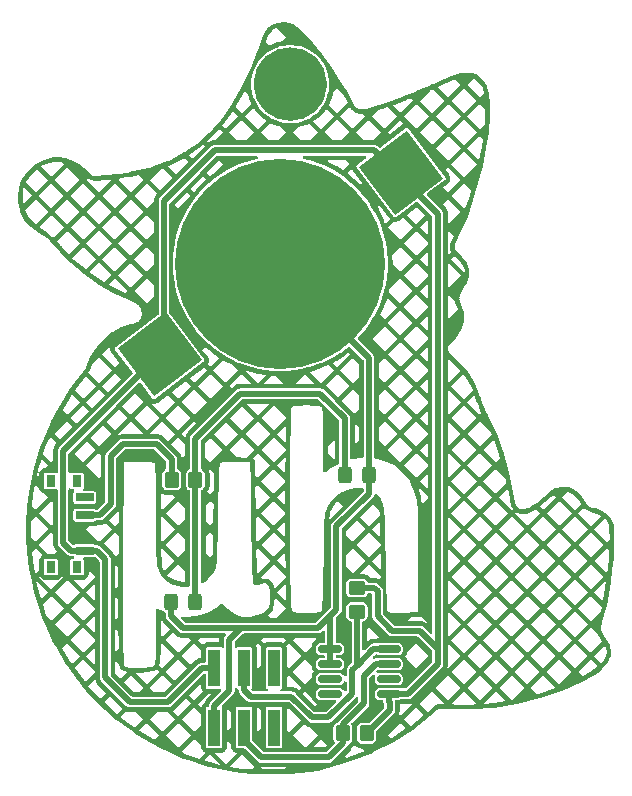
<source format=gbr>
%TF.GenerationSoftware,KiCad,Pcbnew,8.0.4*%
%TF.CreationDate,2024-09-30T12:03:32+02:00*%
%TF.ProjectId,MuHack_10th_pendant,4d754861-636b-45f3-9130-74685f70656e,rev?*%
%TF.SameCoordinates,Original*%
%TF.FileFunction,Copper,L2,Bot*%
%TF.FilePolarity,Positive*%
%FSLAX46Y46*%
G04 Gerber Fmt 4.6, Leading zero omitted, Abs format (unit mm)*
G04 Created by KiCad (PCBNEW 8.0.4) date 2024-09-30 12:03:32*
%MOMM*%
%LPD*%
G01*
G04 APERTURE LIST*
G04 Aperture macros list*
%AMRoundRect*
0 Rectangle with rounded corners*
0 $1 Rounding radius*
0 $2 $3 $4 $5 $6 $7 $8 $9 X,Y pos of 4 corners*
0 Add a 4 corners polygon primitive as box body*
4,1,4,$2,$3,$4,$5,$6,$7,$8,$9,$2,$3,0*
0 Add four circle primitives for the rounded corners*
1,1,$1+$1,$2,$3*
1,1,$1+$1,$4,$5*
1,1,$1+$1,$6,$7*
1,1,$1+$1,$8,$9*
0 Add four rect primitives between the rounded corners*
20,1,$1+$1,$2,$3,$4,$5,0*
20,1,$1+$1,$4,$5,$6,$7,0*
20,1,$1+$1,$6,$7,$8,$9,0*
20,1,$1+$1,$8,$9,$2,$3,0*%
%AMRotRect*
0 Rectangle, with rotation*
0 The origin of the aperture is its center*
0 $1 length*
0 $2 width*
0 $3 Rotation angle, in degrees counterclockwise*
0 Add horizontal line*
21,1,$1,$2,0,0,$3*%
G04 Aperture macros list end*
%TA.AperFunction,NonConductor*%
%ADD10C,3.100000*%
%TD*%
%TA.AperFunction,SMDPad,CuDef*%
%ADD11RoundRect,0.250000X-0.325000X-0.450000X0.325000X-0.450000X0.325000X0.450000X-0.325000X0.450000X0*%
%TD*%
%TA.AperFunction,SMDPad,CuDef*%
%ADD12RotRect,5.100000X5.100000X37.000000*%
%TD*%
%TA.AperFunction,SMDPad,CuDef*%
%ADD13C,17.800000*%
%TD*%
%TA.AperFunction,SMDPad,CuDef*%
%ADD14RoundRect,0.250000X-0.350000X-0.450000X0.350000X-0.450000X0.350000X0.450000X-0.350000X0.450000X0*%
%TD*%
%TA.AperFunction,SMDPad,CuDef*%
%ADD15RoundRect,0.150000X-0.825000X-0.150000X0.825000X-0.150000X0.825000X0.150000X-0.825000X0.150000X0*%
%TD*%
%TA.AperFunction,SMDPad,CuDef*%
%ADD16RoundRect,0.250000X0.450000X-0.350000X0.450000X0.350000X-0.450000X0.350000X-0.450000X-0.350000X0*%
%TD*%
%TA.AperFunction,SMDPad,CuDef*%
%ADD17R,0.800000X1.000000*%
%TD*%
%TA.AperFunction,SMDPad,CuDef*%
%ADD18R,1.500000X0.700000*%
%TD*%
%TA.AperFunction,SMDPad,CuDef*%
%ADD19RoundRect,0.250000X0.325000X0.450000X-0.325000X0.450000X-0.325000X-0.450000X0.325000X-0.450000X0*%
%TD*%
%TA.AperFunction,SMDPad,CuDef*%
%ADD20R,1.000000X3.150000*%
%TD*%
%TA.AperFunction,SMDPad,CuDef*%
%ADD21RoundRect,0.250000X0.350000X0.450000X-0.350000X0.450000X-0.350000X-0.450000X0.350000X-0.450000X0*%
%TD*%
%TA.AperFunction,Conductor*%
%ADD22C,0.500000*%
%TD*%
G04 APERTURE END LIST*
D10*
X98910000Y-67120000D02*
G75*
G02*
X95810000Y-67120000I-1550000J0D01*
G01*
X95810000Y-67120000D02*
G75*
G02*
X98910000Y-67120000I1550000J0D01*
G01*
D11*
%TO.P,D2,1,K*%
%TO.N,GND*%
X87285000Y-110970000D03*
%TO.P,D2,2,A*%
%TO.N,Net-(D1-A)*%
X89335000Y-110970000D03*
%TD*%
D12*
%TO.P,BT1,1,+*%
%TO.N,VCC*%
X86293068Y-90012188D03*
X106738136Y-74605730D03*
D13*
%TO.P,BT1,2,-*%
%TO.N,GND*%
X96515602Y-82308959D03*
%TD*%
D14*
%TO.P,R3,1*%
%TO.N,/SCL*%
X101820000Y-122080000D03*
%TO.P,R3,2*%
%TO.N,VCC*%
X103820000Y-122080000D03*
%TD*%
D15*
%TO.P,U1,1,NC*%
%TO.N,unconnected-(U1-NC-Pad1)*%
X100745000Y-118740000D03*
%TO.P,U1,2,NC*%
%TO.N,unconnected-(U1-NC-Pad2)*%
X100745000Y-117470000D03*
%TO.P,U1,3,A2*%
%TO.N,GND*%
X100745000Y-116200000D03*
%TO.P,U1,4,GND*%
X100745000Y-114930000D03*
%TO.P,U1,5,SDA*%
%TO.N,/SDA*%
X105695000Y-114930000D03*
%TO.P,U1,6,SCL*%
%TO.N,/SCL*%
X105695000Y-116200000D03*
%TO.P,U1,7,WP*%
%TO.N,unconnected-(U1-WP-Pad7)*%
X105695000Y-117470000D03*
%TO.P,U1,8,VCC*%
%TO.N,VCC*%
X105695000Y-118740000D03*
%TD*%
D16*
%TO.P,R4,1*%
%TO.N,/SDA*%
X103000000Y-111780000D03*
%TO.P,R4,2*%
%TO.N,VCC*%
X103000000Y-109780000D03*
%TD*%
D17*
%TO.P,SW1,*%
%TO.N,*%
X77090000Y-108010000D03*
X79300000Y-108010000D03*
X77090000Y-100710000D03*
X79300000Y-100710000D03*
D18*
%TO.P,SW1,1*%
%TO.N,VCC*%
X79950000Y-106610000D03*
%TO.P,SW1,2*%
%TO.N,Net-(R2-Pad2)*%
X79950000Y-103610000D03*
%TO.P,SW1,3*%
%TO.N,N/C*%
X79950000Y-102110000D03*
%TD*%
D19*
%TO.P,D1,1,K*%
%TO.N,GND*%
X104015000Y-100190000D03*
%TO.P,D1,2,A*%
%TO.N,Net-(D1-A)*%
X101965000Y-100190000D03*
%TD*%
D20*
%TO.P,X1,1,VCC*%
%TO.N,VCC*%
X90910000Y-116545000D03*
%TO.P,X1,2,GND*%
%TO.N,GND*%
X90910000Y-121595000D03*
%TO.P,X1,3,SDA*%
%TO.N,/SDA*%
X93450000Y-116545000D03*
%TO.P,X1,4,SCL*%
%TO.N,/SCL*%
X93450000Y-121595000D03*
%TO.P,X1,5,GPIO1*%
%TO.N,unconnected-(X1-GPIO1-Pad5)*%
X95990000Y-116545000D03*
%TO.P,X1,6,GPIO2*%
%TO.N,unconnected-(X1-GPIO2-Pad6)*%
X95990000Y-121595000D03*
%TD*%
D21*
%TO.P,R2,1*%
%TO.N,Net-(D1-A)*%
X89330000Y-100610000D03*
%TO.P,R2,2*%
%TO.N,Net-(R2-Pad2)*%
X87330000Y-100610000D03*
%TD*%
D22*
%TO.N,VCC*%
X109850000Y-115470000D02*
X109850000Y-114920000D01*
X109850000Y-114920000D02*
X109850000Y-113735124D01*
X103000000Y-109780000D02*
X104480000Y-109780000D01*
X104480000Y-109780000D02*
X104760000Y-110060000D01*
X104760000Y-110060000D02*
X104760000Y-112180000D01*
X108350000Y-113420000D02*
X109850000Y-114920000D01*
X104760000Y-112180000D02*
X106000000Y-113420000D01*
X106000000Y-113420000D02*
X108350000Y-113420000D01*
X109850000Y-116200000D02*
X109850000Y-115470000D01*
X105695000Y-118740000D02*
X107310000Y-118740000D01*
X107310000Y-118740000D02*
X109850000Y-116200000D01*
X109850000Y-113735124D02*
X109850000Y-78095141D01*
X109850000Y-78095141D02*
X104484460Y-72729601D01*
X86683732Y-76996268D02*
X86683732Y-90994967D01*
X104484460Y-72729601D02*
X90950399Y-72729601D01*
X90950399Y-72729601D02*
X86683732Y-76996268D01*
X79950000Y-106610000D02*
X78770000Y-106610000D01*
X78770000Y-106610000D02*
X78130000Y-105970000D01*
X78130000Y-105970000D02*
X78130000Y-98175256D01*
X78130000Y-98175256D02*
X86293068Y-90012188D01*
%TO.N,GND*%
X104015000Y-100190000D02*
X104015000Y-90293188D01*
X104015000Y-90293188D02*
X96489101Y-82767289D01*
%TO.N,Net-(D1-A)*%
X89335000Y-110970000D02*
X89335000Y-111015000D01*
X89330000Y-97140000D02*
X93140000Y-93330000D01*
X89335000Y-110970000D02*
X89335000Y-100615000D01*
X101965000Y-100190000D02*
X101920000Y-100145000D01*
X93140000Y-93330000D02*
X99900000Y-93330000D01*
X99900000Y-93330000D02*
X101965000Y-95395000D01*
X89330000Y-100610000D02*
X89330000Y-97140000D01*
X101965000Y-95395000D02*
X101965000Y-100190000D01*
X89335000Y-100615000D02*
X89330000Y-100610000D01*
%TO.N,GND*%
X104015000Y-101825000D02*
X104015000Y-100190000D01*
X104015000Y-100190000D02*
X104020000Y-100195000D01*
X100690000Y-112190000D02*
X101270000Y-111610000D01*
X100745000Y-114930000D02*
X100745000Y-112245000D01*
X90910000Y-119760000D02*
X92190000Y-118480000D01*
X93190000Y-113160000D02*
X88270000Y-113160000D01*
X99720000Y-113160000D02*
X100690000Y-112190000D01*
X100745000Y-112245000D02*
X100690000Y-112190000D01*
X92190000Y-118480000D02*
X92190000Y-114160000D01*
X90910000Y-121595000D02*
X90910000Y-119760000D01*
X88270000Y-113160000D02*
X87285000Y-112175000D01*
X100745000Y-114930000D02*
X100745000Y-116200000D01*
X87285000Y-112175000D02*
X87285000Y-110970000D01*
X93190000Y-113160000D02*
X93740000Y-113160000D01*
X101270000Y-104570000D02*
X104015000Y-101825000D01*
X93190000Y-113160000D02*
X99720000Y-113160000D01*
X101270000Y-111610000D02*
X101270000Y-104570000D01*
X92190000Y-114160000D02*
X93190000Y-113160000D01*
%TO.N,VCC*%
X80960000Y-106610000D02*
X79950000Y-106610000D01*
X105770000Y-120130000D02*
X105770000Y-119470000D01*
X103820000Y-122080000D02*
X105770000Y-120130000D01*
X105770000Y-119470000D02*
X105695000Y-119395000D01*
X87010000Y-119420000D02*
X83760000Y-119420000D01*
X89885000Y-116545000D02*
X90910000Y-116545000D01*
X87010000Y-119420000D02*
X89885000Y-116545000D01*
X105695000Y-119395000D02*
X105695000Y-118740000D01*
X81690000Y-107340000D02*
X80960000Y-106610000D01*
X83760000Y-119420000D02*
X81690000Y-117350000D01*
X81690000Y-117350000D02*
X81690000Y-107340000D01*
%TO.N,/SCL*%
X101820000Y-122920000D02*
X100630000Y-124110000D01*
X101820000Y-122080000D02*
X101820000Y-121320000D01*
X103580000Y-117240000D02*
X104620000Y-116200000D01*
X103580000Y-119560000D02*
X103580000Y-117240000D01*
X101820000Y-122080000D02*
X101820000Y-122920000D01*
X101820000Y-121320000D02*
X103580000Y-119560000D01*
X94890000Y-124110000D02*
X93450000Y-122670000D01*
X104620000Y-116200000D02*
X105695000Y-116200000D01*
X100630000Y-124110000D02*
X94890000Y-124110000D01*
X93450000Y-122670000D02*
X93450000Y-121595000D01*
%TO.N,/SDA*%
X99210000Y-120740000D02*
X100572684Y-120740000D01*
X103056447Y-116266447D02*
X104392893Y-114930000D01*
X103000000Y-111780000D02*
X103020000Y-111800000D01*
X102582893Y-118729791D02*
X102582893Y-116740000D01*
X93450000Y-118440000D02*
X94000000Y-118990000D01*
X103020000Y-116230000D02*
X103056447Y-116266447D01*
X93450000Y-116545000D02*
X93450000Y-118440000D01*
X94000000Y-118990000D02*
X97460000Y-118990000D01*
X102582893Y-116740000D02*
X103056447Y-116266447D01*
X104392893Y-114930000D02*
X105695000Y-114930000D01*
X103020000Y-111800000D02*
X103020000Y-116230000D01*
X100572684Y-120740000D02*
X102582893Y-118729791D01*
X97460000Y-118990000D02*
X99210000Y-120740000D01*
%TO.N,Net-(R2-Pad2)*%
X79950000Y-103610000D02*
X81240000Y-103610000D01*
X83170000Y-97600000D02*
X86050000Y-97600000D01*
X86050000Y-97600000D02*
X87330000Y-98880000D01*
X87330000Y-98880000D02*
X87330000Y-100610000D01*
X82150000Y-98620000D02*
X83170000Y-97600000D01*
X81240000Y-103610000D02*
X82150000Y-102700000D01*
X82150000Y-102700000D02*
X82150000Y-98620000D01*
%TD*%
%TA.AperFunction,NonConductor*%
G36*
X96865357Y-61857110D02*
G01*
X97398702Y-61958544D01*
X97424944Y-61966630D01*
X97477227Y-61989348D01*
X97558025Y-62024456D01*
X97578709Y-62035900D01*
X97908456Y-62261890D01*
X97921497Y-62272176D01*
X98399685Y-62704328D01*
X98406205Y-62710671D01*
X99002859Y-63335229D01*
X99006932Y-63339706D01*
X99621565Y-64049410D01*
X99682852Y-64120176D01*
X99686768Y-64124932D01*
X100021836Y-64553072D01*
X100024501Y-64556604D01*
X100436116Y-65123085D01*
X100437692Y-65125305D01*
X100535415Y-65266202D01*
X100865857Y-65742633D01*
X100890461Y-65778106D01*
X100891656Y-65779861D01*
X101343142Y-66455498D01*
X101349992Y-66465748D01*
X101351130Y-66467483D01*
X101603027Y-66858684D01*
X101780398Y-67134145D01*
X101781782Y-67136344D01*
X102146892Y-67730350D01*
X102149003Y-67733917D01*
X102415080Y-68201121D01*
X102418108Y-68206772D01*
X102510645Y-68390768D01*
X102511264Y-68392016D01*
X102675276Y-68727464D01*
X102679170Y-68736282D01*
X102694485Y-68774964D01*
X102694486Y-68774965D01*
X102699415Y-68781602D01*
X102711261Y-68801064D01*
X102714890Y-68808486D01*
X102714893Y-68808491D01*
X102742207Y-68839852D01*
X102748249Y-68847360D01*
X102834614Y-68963651D01*
X102846647Y-68983496D01*
X102849782Y-68989963D01*
X102877721Y-69022266D01*
X102883470Y-69029434D01*
X102908909Y-69063688D01*
X102914531Y-69068144D01*
X102931295Y-69084204D01*
X102935993Y-69089636D01*
X102971314Y-69113588D01*
X102978741Y-69119038D01*
X103012183Y-69145544D01*
X103012187Y-69145547D01*
X103012192Y-69145549D01*
X103018775Y-69148398D01*
X103039122Y-69159570D01*
X103045059Y-69163596D01*
X103045060Y-69163596D01*
X103045064Y-69163599D01*
X103085386Y-69177594D01*
X103093938Y-69180923D01*
X103133132Y-69197885D01*
X103136682Y-69198409D01*
X103140234Y-69198934D01*
X103162782Y-69204459D01*
X103242144Y-69232006D01*
X103248527Y-69234421D01*
X103293553Y-69252895D01*
X103294705Y-69253042D01*
X103319605Y-69258894D01*
X103320697Y-69259273D01*
X103369219Y-69262786D01*
X103376015Y-69263468D01*
X103424264Y-69269656D01*
X103424265Y-69269655D01*
X103424267Y-69269656D01*
X103425407Y-69269501D01*
X103450978Y-69268709D01*
X103452137Y-69268793D01*
X103499936Y-69259624D01*
X103506660Y-69258526D01*
X103652964Y-69238763D01*
X103670918Y-69237656D01*
X103691374Y-69237882D01*
X103691374Y-69237881D01*
X103691376Y-69237882D01*
X103719917Y-69230569D01*
X103734096Y-69227804D01*
X103763288Y-69223862D01*
X103782155Y-69215971D01*
X103799212Y-69210253D01*
X104251036Y-69094499D01*
X104276308Y-69090744D01*
X104277498Y-69090692D01*
X104323862Y-69076036D01*
X104330412Y-69074164D01*
X104377529Y-69062094D01*
X104378567Y-69061510D01*
X104402017Y-69051334D01*
X104810363Y-68922266D01*
X106042396Y-68922266D01*
X106691862Y-69571732D01*
X107753937Y-68509657D01*
X107753936Y-68509656D01*
X108316792Y-68509656D01*
X109378867Y-69571731D01*
X110440941Y-68509657D01*
X111003798Y-68509657D01*
X112065873Y-69571731D01*
X113127948Y-68509657D01*
X112065873Y-67447582D01*
X111003798Y-68509657D01*
X110440941Y-68509657D01*
X110440942Y-68509656D01*
X109467917Y-67536631D01*
X109253018Y-67631453D01*
X109248639Y-67633842D01*
X109239853Y-67638265D01*
X109232482Y-67641678D01*
X109165847Y-67669917D01*
X109149173Y-67677275D01*
X108316792Y-68509656D01*
X107753936Y-68509656D01*
X107575664Y-68331384D01*
X107181700Y-68489382D01*
X107180075Y-68490255D01*
X107172795Y-68493860D01*
X107163847Y-68497932D01*
X107156340Y-68501055D01*
X107090882Y-68525804D01*
X107025909Y-68551864D01*
X107018268Y-68554641D01*
X107008920Y-68557696D01*
X107001125Y-68559964D01*
X106999327Y-68560423D01*
X106199252Y-68862955D01*
X106195137Y-68865042D01*
X106187786Y-68868471D01*
X106178749Y-68872332D01*
X106171175Y-68875278D01*
X106106609Y-68897987D01*
X106042526Y-68922222D01*
X106042396Y-68922266D01*
X104810363Y-68922266D01*
X105008237Y-68859723D01*
X105022173Y-68857025D01*
X105022055Y-68856463D01*
X105030000Y-68854791D01*
X105030006Y-68854791D01*
X105082781Y-68836225D01*
X105086402Y-68835016D01*
X105139753Y-68818155D01*
X105139759Y-68818150D01*
X105147118Y-68814714D01*
X105147362Y-68815236D01*
X105160120Y-68809021D01*
X105895000Y-68550519D01*
X105907810Y-68546776D01*
X105913953Y-68545334D01*
X105913956Y-68545334D01*
X105968809Y-68524592D01*
X105971435Y-68523633D01*
X106026807Y-68504156D01*
X106026815Y-68504150D01*
X106032448Y-68501295D01*
X106044653Y-68495912D01*
X106872833Y-68182753D01*
X106885956Y-68178609D01*
X106889856Y-68177610D01*
X106889864Y-68177610D01*
X106945312Y-68155371D01*
X106947449Y-68154538D01*
X107003377Y-68133392D01*
X107003385Y-68133385D01*
X107006929Y-68131485D01*
X107019386Y-68125665D01*
X107900266Y-67772393D01*
X107913347Y-67767978D01*
X107916972Y-67766975D01*
X107916973Y-67766974D01*
X107916977Y-67766974D01*
X107972162Y-67743583D01*
X107974164Y-67742758D01*
X108029786Y-67720452D01*
X108029791Y-67720448D01*
X108033073Y-67718603D01*
X108045476Y-67712509D01*
X108868738Y-67363573D01*
X109857715Y-67363573D01*
X110722370Y-68228228D01*
X111784445Y-67166154D01*
X111784444Y-67166153D01*
X112347300Y-67166153D01*
X113409375Y-68228228D01*
X113762396Y-67875207D01*
X113647764Y-67477257D01*
X113430950Y-67102494D01*
X113080317Y-66749064D01*
X113013884Y-66698222D01*
X112886561Y-66626892D01*
X112347300Y-67166153D01*
X111784444Y-67166153D01*
X111341636Y-66723345D01*
X110954934Y-66881105D01*
X110366314Y-67137196D01*
X109857715Y-67363573D01*
X108868738Y-67363573D01*
X108936744Y-67334749D01*
X108950326Y-67329904D01*
X108950926Y-67329727D01*
X108950937Y-67329726D01*
X109007137Y-67304927D01*
X109008600Y-67304294D01*
X109065157Y-67280324D01*
X109065163Y-67280318D01*
X109065701Y-67280003D01*
X109078529Y-67273425D01*
X109353130Y-67152260D01*
X109356489Y-67151028D01*
X109361956Y-67148594D01*
X109361960Y-67148594D01*
X109421321Y-67122172D01*
X109480967Y-67095854D01*
X109480968Y-67095852D01*
X109486464Y-67093428D01*
X109489643Y-67091761D01*
X110205833Y-66772984D01*
X110206374Y-66772745D01*
X110799099Y-66514868D01*
X110801585Y-66513821D01*
X111235287Y-66336887D01*
X111240986Y-66334725D01*
X111545931Y-66227686D01*
X111556580Y-66224480D01*
X111766873Y-66171380D01*
X111782124Y-66168532D01*
X111951097Y-66147826D01*
X111965109Y-66146910D01*
X112161922Y-66145254D01*
X112168398Y-66145369D01*
X112357932Y-66153715D01*
X112363233Y-66154063D01*
X112785379Y-66190900D01*
X112805231Y-66194275D01*
X113015987Y-66248014D01*
X113045947Y-66259985D01*
X113225490Y-66360569D01*
X113240234Y-66370270D01*
X113337042Y-66444359D01*
X113349709Y-66455498D01*
X113738422Y-66847312D01*
X113757725Y-66872549D01*
X114009091Y-67307036D01*
X114020914Y-67334808D01*
X114188610Y-67916971D01*
X114192726Y-67937864D01*
X114279293Y-68732416D01*
X114280021Y-68746387D01*
X114275224Y-69845608D01*
X114274764Y-69855744D01*
X114164265Y-71134267D01*
X114163391Y-71141740D01*
X113955969Y-72543597D01*
X113954902Y-72549734D01*
X113661265Y-74019886D01*
X113660019Y-74025454D01*
X113291513Y-75510998D01*
X113289999Y-75516547D01*
X112858466Y-76965037D01*
X112856492Y-76971091D01*
X112374405Y-78330016D01*
X112371600Y-78337204D01*
X111850293Y-79559497D01*
X111848381Y-79563757D01*
X111330099Y-80662382D01*
X111325341Y-80671472D01*
X111305331Y-80706131D01*
X111305331Y-80706133D01*
X111302781Y-80715650D01*
X111295156Y-80736456D01*
X111290950Y-80745372D01*
X111283821Y-80784766D01*
X111281579Y-80794775D01*
X111271223Y-80833427D01*
X111271223Y-80843278D01*
X111269242Y-80865355D01*
X111267488Y-80875047D01*
X111267488Y-80875050D01*
X111270798Y-80914933D01*
X111271223Y-80925188D01*
X111271223Y-80965214D01*
X111273772Y-80974729D01*
X111277570Y-80996551D01*
X111278386Y-81006378D01*
X111278387Y-81006385D01*
X111291908Y-81044057D01*
X111294971Y-81053848D01*
X111305329Y-81092502D01*
X111305330Y-81092504D01*
X111310255Y-81101034D01*
X111319578Y-81121142D01*
X111322907Y-81130418D01*
X111322908Y-81130420D01*
X111345720Y-81163310D01*
X111351206Y-81171965D01*
X111371224Y-81206635D01*
X111378187Y-81213598D01*
X111392395Y-81230608D01*
X111398008Y-81238701D01*
X111398015Y-81238709D01*
X111428565Y-81264577D01*
X111436117Y-81271528D01*
X111911537Y-81746947D01*
X111922268Y-81759189D01*
X112317277Y-82274484D01*
X112335572Y-82308024D01*
X112507523Y-82786983D01*
X112514815Y-82828467D01*
X112516486Y-83328039D01*
X112510425Y-83366751D01*
X112324330Y-83939837D01*
X112313730Y-83963624D01*
X112099431Y-84334129D01*
X112096106Y-84339553D01*
X111897821Y-84645060D01*
X111889002Y-84657013D01*
X111870792Y-84678827D01*
X111870784Y-84678839D01*
X111861745Y-84698353D01*
X111853250Y-84713731D01*
X111841542Y-84731772D01*
X111841541Y-84731773D01*
X111832768Y-84758796D01*
X111827343Y-84772622D01*
X111750617Y-84938262D01*
X111744919Y-84949121D01*
X111727163Y-84979236D01*
X111727159Y-84979245D01*
X111723162Y-84993635D01*
X111716206Y-85012553D01*
X111709926Y-85026112D01*
X111703941Y-85060564D01*
X111701249Y-85072523D01*
X111691891Y-85106217D01*
X111691753Y-85121160D01*
X111689930Y-85141228D01*
X111687374Y-85155944D01*
X111687374Y-85155958D01*
X111690509Y-85190778D01*
X111691004Y-85203030D01*
X111690023Y-85310353D01*
X111688631Y-85327781D01*
X111685375Y-85349284D01*
X111685375Y-85349294D01*
X111688509Y-85377286D01*
X111689274Y-85392212D01*
X111689017Y-85420387D01*
X111694453Y-85441445D01*
X111697618Y-85458636D01*
X111700039Y-85480251D01*
X111700039Y-85480253D01*
X111702741Y-85487151D01*
X111707509Y-85499325D01*
X111710315Y-85506487D01*
X111714916Y-85520704D01*
X111715296Y-85522174D01*
X111721960Y-85547989D01*
X111726041Y-85555209D01*
X111732662Y-85566923D01*
X111740168Y-85582709D01*
X111786121Y-85700032D01*
X111792631Y-85722906D01*
X111793659Y-85728519D01*
X111793662Y-85728529D01*
X111812577Y-85768400D01*
X111816004Y-85776324D01*
X111825378Y-85800257D01*
X111828219Y-85808319D01*
X112030369Y-86451864D01*
X112035999Y-86484882D01*
X112057356Y-87123689D01*
X112054197Y-87155942D01*
X111910153Y-87774816D01*
X111898369Y-87805846D01*
X111589008Y-88375944D01*
X111573846Y-88397874D01*
X111359567Y-88645837D01*
X111353095Y-88652771D01*
X110909430Y-89093106D01*
X110906459Y-89095702D01*
X110902396Y-89099762D01*
X110902396Y-89099763D01*
X110856379Y-89145758D01*
X110856222Y-89145915D01*
X110810264Y-89191528D01*
X110809882Y-89192027D01*
X110809554Y-89192453D01*
X110809205Y-89192903D01*
X110776759Y-89249073D01*
X110776540Y-89249451D01*
X110743951Y-89305410D01*
X110743652Y-89306133D01*
X110743469Y-89306572D01*
X110743279Y-89307023D01*
X110726493Y-89369615D01*
X110726380Y-89370035D01*
X110709370Y-89432581D01*
X110709301Y-89433107D01*
X110709236Y-89433599D01*
X110709141Y-89434297D01*
X110709127Y-89499132D01*
X110709126Y-89499573D01*
X110708881Y-89564357D01*
X110708967Y-89565007D01*
X110709025Y-89565455D01*
X110709105Y-89566088D01*
X110722251Y-89615188D01*
X110725905Y-89628836D01*
X110729423Y-89642167D01*
X110742514Y-89691771D01*
X110742700Y-89692219D01*
X110742866Y-89692622D01*
X110743181Y-89693390D01*
X110743194Y-89693412D01*
X110743195Y-89693416D01*
X110775673Y-89749697D01*
X110807983Y-89806150D01*
X110808311Y-89806577D01*
X110808605Y-89806962D01*
X110809045Y-89807541D01*
X110832240Y-89830745D01*
X110855077Y-89853592D01*
X110900806Y-89899666D01*
X110900807Y-89899666D01*
X110904866Y-89903756D01*
X110907826Y-89906363D01*
X111694696Y-90693561D01*
X111700956Y-90700308D01*
X112032762Y-91085603D01*
X112397306Y-91508915D01*
X112458748Y-91580261D01*
X112470619Y-91596557D01*
X113011089Y-92481765D01*
X113011278Y-92482074D01*
X113021563Y-92503187D01*
X113354367Y-93391497D01*
X113355963Y-93396022D01*
X113365200Y-93423917D01*
X113367691Y-93432453D01*
X113373922Y-93457062D01*
X113378363Y-93474601D01*
X113381475Y-93480167D01*
X113390955Y-93501697D01*
X113468246Y-93735121D01*
X113473605Y-93758976D01*
X113474094Y-93762960D01*
X113491259Y-93805439D01*
X113494004Y-93812914D01*
X113508408Y-93856413D01*
X113508409Y-93856415D01*
X113508410Y-93856417D01*
X113510616Y-93859773D01*
X113521966Y-93881426D01*
X113670604Y-94249251D01*
X113673426Y-94256233D01*
X113677365Y-94270431D01*
X113677799Y-94270303D01*
X113680104Y-94278082D01*
X113680106Y-94278091D01*
X113690366Y-94301129D01*
X113702479Y-94328330D01*
X113704171Y-94332315D01*
X113724767Y-94383283D01*
X113728768Y-94390353D01*
X113728374Y-94390575D01*
X113735854Y-94403272D01*
X113936165Y-94853062D01*
X113940287Y-94866234D01*
X113940915Y-94866028D01*
X113943455Y-94873741D01*
X113952753Y-94893036D01*
X113963009Y-94914322D01*
X113967980Y-94924637D01*
X113969547Y-94928018D01*
X113992543Y-94979656D01*
X113996787Y-94986579D01*
X113996222Y-94986924D01*
X114003612Y-94998588D01*
X114257694Y-95525894D01*
X114258773Y-95528191D01*
X114905996Y-96944841D01*
X114909683Y-96953829D01*
X115204646Y-97761422D01*
X115427445Y-98371437D01*
X115436659Y-98396663D01*
X115439594Y-98405775D01*
X115794026Y-99671925D01*
X115872747Y-99953145D01*
X115874729Y-99961274D01*
X116233161Y-101681309D01*
X116234005Y-101685766D01*
X116321399Y-102198381D01*
X116323144Y-102221380D01*
X116323012Y-102228929D01*
X116323013Y-102228934D01*
X116328843Y-102252318D01*
X116333246Y-102269974D01*
X116335165Y-102279128D01*
X116337377Y-102292102D01*
X116342278Y-102320847D01*
X116345431Y-102327709D01*
X116353069Y-102349473D01*
X116394427Y-102515334D01*
X116396369Y-102525779D01*
X116412674Y-102588540D01*
X116412969Y-102589698D01*
X116414662Y-102596486D01*
X116428222Y-102650865D01*
X116428826Y-102652354D01*
X116429274Y-102653475D01*
X116429929Y-102655138D01*
X116461012Y-102709937D01*
X116461606Y-102710995D01*
X116493059Y-102767734D01*
X116498845Y-102776630D01*
X116534542Y-102839561D01*
X116538517Y-102846568D01*
X116543170Y-102855618D01*
X116560090Y-102892136D01*
X116564777Y-102897750D01*
X116566269Y-102899537D01*
X116578931Y-102917817D01*
X116583683Y-102926194D01*
X116611922Y-102954867D01*
X116618757Y-102962403D01*
X116630623Y-102976615D01*
X116644551Y-102993296D01*
X116644552Y-102993297D01*
X116652430Y-102998842D01*
X116669396Y-103013224D01*
X116676158Y-103020089D01*
X116676160Y-103020090D01*
X116676162Y-103020092D01*
X116710855Y-103040476D01*
X116719408Y-103045986D01*
X116752314Y-103069146D01*
X116752317Y-103069148D01*
X116761353Y-103072462D01*
X116781474Y-103081967D01*
X116789781Y-103086848D01*
X116790367Y-103087009D01*
X116805277Y-103093283D01*
X116805646Y-103092402D01*
X116813144Y-103095533D01*
X116813145Y-103095533D01*
X116813148Y-103095535D01*
X116850566Y-103105678D01*
X116860815Y-103108940D01*
X116879206Y-103115684D01*
X116897220Y-103122291D01*
X116908292Y-103123287D01*
X116929609Y-103127104D01*
X116940342Y-103130014D01*
X116979110Y-103130126D01*
X116989845Y-103130623D01*
X117028474Y-103134099D01*
X117039423Y-103132195D01*
X117061021Y-103130365D01*
X117072125Y-103130398D01*
X117109615Y-103120468D01*
X117120099Y-103118173D01*
X117158312Y-103111533D01*
X117168397Y-103106860D01*
X117188766Y-103099507D01*
X117450866Y-103030094D01*
X117464241Y-103028187D01*
X117464127Y-103027460D01*
X117472151Y-103026192D01*
X117472160Y-103026192D01*
X117526900Y-103010007D01*
X117530136Y-103009101D01*
X117585277Y-102994499D01*
X117585281Y-102994496D01*
X117585283Y-102994496D01*
X117591970Y-102991749D01*
X117598534Y-102988831D01*
X117598534Y-102988830D01*
X117598537Y-102988830D01*
X117647160Y-102959068D01*
X117650176Y-102957280D01*
X117699597Y-102928940D01*
X117699604Y-102928932D01*
X117706061Y-102924009D01*
X117706508Y-102924595D01*
X117717131Y-102916239D01*
X117779040Y-102878346D01*
X118502430Y-102878346D01*
X118783388Y-103159304D01*
X119845463Y-102097229D01*
X119845462Y-102097228D01*
X120408318Y-102097228D01*
X121470393Y-103159303D01*
X121968231Y-102661465D01*
X121935777Y-102614046D01*
X121897895Y-102562461D01*
X121893309Y-102555767D01*
X121888028Y-102547491D01*
X121883891Y-102540516D01*
X121877540Y-102528962D01*
X121570486Y-102080333D01*
X121210829Y-101785303D01*
X120861800Y-101643746D01*
X120408318Y-102097228D01*
X119845462Y-102097228D01*
X119646700Y-101898466D01*
X119441005Y-102054130D01*
X119105497Y-102354462D01*
X119102630Y-102357874D01*
X119085197Y-102377279D01*
X119079575Y-102383139D01*
X119072545Y-102390002D01*
X119066555Y-102395478D01*
X119028253Y-102428260D01*
X118992075Y-102463438D01*
X118986069Y-102468906D01*
X118978592Y-102475279D01*
X118972247Y-102480339D01*
X118951332Y-102495924D01*
X118944669Y-102500557D01*
X118941061Y-102502894D01*
X118502430Y-102878346D01*
X117779040Y-102878346D01*
X118108396Y-102676754D01*
X118119618Y-102670658D01*
X118149989Y-102656132D01*
X118149989Y-102656131D01*
X118149993Y-102656130D01*
X118162330Y-102645569D01*
X118178219Y-102634018D01*
X118192075Y-102625538D01*
X118207446Y-102609357D01*
X118215266Y-102601126D01*
X118224534Y-102592325D01*
X118228956Y-102588540D01*
X118700572Y-102184854D01*
X118720719Y-102170813D01*
X118723975Y-102168994D01*
X118757022Y-102136863D01*
X118762814Y-102131577D01*
X118797844Y-102101594D01*
X118799867Y-102098642D01*
X118819428Y-102076375D01*
X119183976Y-101750046D01*
X119191825Y-101743582D01*
X119541220Y-101479169D01*
X119553204Y-101471153D01*
X119770339Y-101343549D01*
X119803508Y-101330056D01*
X120342157Y-101197436D01*
X120380840Y-101194172D01*
X120887809Y-101231277D01*
X120925359Y-101240036D01*
X121326193Y-101402604D01*
X121399011Y-101432137D01*
X121431051Y-101451175D01*
X121577285Y-101571132D01*
X121852748Y-101797098D01*
X121853151Y-101797428D01*
X121876835Y-101823263D01*
X122215299Y-102317784D01*
X122222026Y-102330518D01*
X122222486Y-102330266D01*
X122226402Y-102337391D01*
X122259249Y-102382120D01*
X122261632Y-102385479D01*
X122293001Y-102431311D01*
X122293003Y-102431313D01*
X122298428Y-102437361D01*
X122298035Y-102437713D01*
X122307835Y-102448279D01*
X122438006Y-102625536D01*
X122474605Y-102675373D01*
X122475505Y-102676615D01*
X122511736Y-102727254D01*
X122513154Y-102728732D01*
X122514220Y-102729858D01*
X122515662Y-102731400D01*
X122515873Y-102731569D01*
X122515874Y-102731570D01*
X122564350Y-102770417D01*
X122565349Y-102771228D01*
X122613396Y-102810716D01*
X122613399Y-102810717D01*
X122613602Y-102810884D01*
X122615413Y-102811982D01*
X122616709Y-102812778D01*
X122618472Y-102813875D01*
X122618707Y-102813978D01*
X122618712Y-102813982D01*
X122675569Y-102838949D01*
X122676939Y-102839561D01*
X122779174Y-102885970D01*
X122980483Y-102977354D01*
X122983747Y-102978895D01*
X123034613Y-103003836D01*
X123034615Y-103003836D01*
X123041750Y-103006240D01*
X123048907Y-103008417D01*
X123048911Y-103008417D01*
X123048912Y-103008418D01*
X123104796Y-103017685D01*
X123108369Y-103018332D01*
X123187689Y-103033923D01*
X123203282Y-103038058D01*
X123759066Y-103224966D01*
X123795042Y-103244136D01*
X124238229Y-103584339D01*
X124259906Y-103605683D01*
X124496195Y-103903839D01*
X124504862Y-103916266D01*
X124614078Y-104095247D01*
X124622498Y-104111685D01*
X124683463Y-104256361D01*
X124690430Y-104278476D01*
X124733377Y-104478448D01*
X124735626Y-104493194D01*
X124768160Y-104848996D01*
X124768567Y-104855110D01*
X124792252Y-105421903D01*
X124792298Y-105423156D01*
X124793759Y-105469298D01*
X124793818Y-105474082D01*
X124788360Y-106261448D01*
X124788142Y-106267994D01*
X124732589Y-107196495D01*
X124732232Y-107201046D01*
X124633245Y-108222776D01*
X124632827Y-108226505D01*
X124498172Y-109282443D01*
X124497666Y-109285999D01*
X124335452Y-110318662D01*
X124334765Y-110322619D01*
X124153555Y-111274108D01*
X124152453Y-111279290D01*
X123962200Y-112088476D01*
X123959965Y-112096699D01*
X123774474Y-112697074D01*
X123763861Y-112721642D01*
X123758981Y-112730245D01*
X123758980Y-112730249D01*
X123750791Y-112761771D01*
X123746792Y-112774364D01*
X123735296Y-112804831D01*
X123735294Y-112804841D01*
X123733579Y-112822103D01*
X123730203Y-112841017D01*
X123690889Y-112992352D01*
X123688226Y-113001227D01*
X123674485Y-113041486D01*
X123674484Y-113041490D01*
X123673991Y-113048807D01*
X123670289Y-113071653D01*
X123668449Y-113078736D01*
X123668448Y-113078738D01*
X123668772Y-113121263D01*
X123668497Y-113130520D01*
X123665643Y-113172975D01*
X123665644Y-113172984D01*
X123667060Y-113180166D01*
X123669397Y-113203190D01*
X123669453Y-113210511D01*
X123669454Y-113210522D01*
X123680776Y-113251520D01*
X123682907Y-113260539D01*
X123708529Y-113390487D01*
X123710836Y-113411530D01*
X123711130Y-113423911D01*
X123721693Y-113459897D01*
X123724369Y-113470830D01*
X123731626Y-113507633D01*
X123737084Y-113518748D01*
X123744757Y-113538474D01*
X123748247Y-113550360D01*
X123766187Y-113579799D01*
X123767765Y-113582388D01*
X123773180Y-113592257D01*
X123789713Y-113625925D01*
X123797864Y-113635251D01*
X123810385Y-113652323D01*
X123918918Y-113830418D01*
X123928282Y-113849195D01*
X123933023Y-113861139D01*
X123933026Y-113861144D01*
X123955137Y-113890864D01*
X123961536Y-113900350D01*
X123980809Y-113931974D01*
X123980815Y-113931983D01*
X123990109Y-113940846D01*
X124004017Y-113956564D01*
X124088667Y-114070341D01*
X124096187Y-114081703D01*
X124424097Y-114641729D01*
X124438005Y-114676893D01*
X124542639Y-115137115D01*
X124544567Y-115181515D01*
X124484536Y-115617644D01*
X124471950Y-115657477D01*
X124228588Y-116130356D01*
X124210065Y-116157047D01*
X123736770Y-116677423D01*
X123719583Y-116693079D01*
X123157571Y-117115870D01*
X122994121Y-117238830D01*
X122980461Y-117247762D01*
X122043067Y-117776091D01*
X122031761Y-117781724D01*
X120345223Y-118517401D01*
X120334761Y-118521413D01*
X118502266Y-119130576D01*
X118492558Y-119133369D01*
X116576888Y-119601030D01*
X116567227Y-119602986D01*
X114632695Y-119915036D01*
X114622350Y-119916261D01*
X112729892Y-120060163D01*
X112719555Y-120060516D01*
X111348119Y-120050174D01*
X111343122Y-120050036D01*
X110137157Y-119992276D01*
X110136167Y-119992225D01*
X110072629Y-119988672D01*
X110071401Y-119988775D01*
X110070414Y-119988853D01*
X110068844Y-119988970D01*
X110006730Y-120002464D01*
X110005766Y-120002669D01*
X109943628Y-120015650D01*
X109942347Y-120016111D01*
X109941401Y-120016446D01*
X109940047Y-120016919D01*
X109883463Y-120046070D01*
X109882586Y-120046518D01*
X109826001Y-120075101D01*
X109824838Y-120075909D01*
X109824010Y-120076478D01*
X109822879Y-120077249D01*
X109775891Y-120119941D01*
X109775155Y-120120604D01*
X109228695Y-120609182D01*
X109223228Y-120613793D01*
X107777346Y-121763661D01*
X107766761Y-121771208D01*
X106149346Y-122801006D01*
X106139101Y-122806864D01*
X104374677Y-123707029D01*
X104364457Y-123711672D01*
X102493390Y-124461603D01*
X102482830Y-124465292D01*
X100537339Y-125047880D01*
X100529414Y-125049971D01*
X99716175Y-125235972D01*
X99707988Y-125237556D01*
X99051298Y-125341909D01*
X99044198Y-125342828D01*
X98197828Y-125427612D01*
X98193365Y-125427978D01*
X97217869Y-125490230D01*
X97214429Y-125490402D01*
X96175997Y-125527752D01*
X96172830Y-125527825D01*
X95135312Y-125538618D01*
X95131848Y-125538606D01*
X94158868Y-125521545D01*
X94154338Y-125521383D01*
X93312466Y-125475800D01*
X93305181Y-125475189D01*
X92665596Y-125402570D01*
X92653453Y-125400577D01*
X90450444Y-124925644D01*
X90438144Y-124922323D01*
X90375909Y-124902035D01*
X92229500Y-124902035D01*
X92724024Y-125008647D01*
X93342026Y-125078816D01*
X94133988Y-125121696D01*
X94297184Y-124958500D01*
X94903486Y-124958500D01*
X95084703Y-125139717D01*
X95135009Y-125140599D01*
X96165179Y-125129882D01*
X96836971Y-125105719D01*
X96984192Y-124958500D01*
X94903486Y-124958500D01*
X94297184Y-124958500D01*
X94318907Y-124936777D01*
X93256833Y-123874703D01*
X92229500Y-124902035D01*
X90375909Y-124902035D01*
X88778952Y-124381441D01*
X90063087Y-124381441D01*
X90548107Y-124539554D01*
X91423370Y-124728246D01*
X90569826Y-123874702D01*
X90063087Y-124381441D01*
X88778952Y-124381441D01*
X88329998Y-124235086D01*
X88317986Y-124230468D01*
X86887138Y-123593275D01*
X88164249Y-123593275D01*
X88404116Y-123833142D01*
X88466883Y-123861094D01*
X89638607Y-124243065D01*
X90113173Y-123768500D01*
X91026480Y-123768500D01*
X91913330Y-124655350D01*
X92815256Y-123753423D01*
X92774916Y-123745400D01*
X92763107Y-123742441D01*
X92749003Y-123738162D01*
X92737549Y-123734063D01*
X92701366Y-123719075D01*
X92690367Y-123713873D01*
X92677370Y-123706926D01*
X92666932Y-123700670D01*
X92568048Y-123634597D01*
X92558275Y-123627349D01*
X92546883Y-123618000D01*
X92537866Y-123609827D01*
X92510173Y-123582134D01*
X92502000Y-123573117D01*
X92492651Y-123561725D01*
X92485403Y-123551952D01*
X92419330Y-123453068D01*
X92413074Y-123442630D01*
X92406127Y-123429633D01*
X92400925Y-123418634D01*
X92385937Y-123382451D01*
X92381838Y-123370997D01*
X92377559Y-123356893D01*
X92374600Y-123345084D01*
X92357240Y-123257807D01*
X92356201Y-123251814D01*
X92355120Y-123244528D01*
X92354374Y-123238484D01*
X92352458Y-123219030D01*
X92352010Y-123212956D01*
X92351649Y-123205602D01*
X92351500Y-123199522D01*
X92351500Y-122969370D01*
X92008500Y-122626370D01*
X92008500Y-123199522D01*
X92008351Y-123205602D01*
X92007990Y-123212956D01*
X92007542Y-123219030D01*
X92005626Y-123238484D01*
X92004880Y-123244528D01*
X92003799Y-123251814D01*
X92002760Y-123257807D01*
X91985400Y-123345084D01*
X91982441Y-123356893D01*
X91978162Y-123370997D01*
X91974063Y-123382451D01*
X91959075Y-123418634D01*
X91953873Y-123429633D01*
X91946926Y-123442630D01*
X91940670Y-123453068D01*
X91874597Y-123551952D01*
X91867349Y-123561725D01*
X91858000Y-123573117D01*
X91849827Y-123582134D01*
X91822134Y-123609827D01*
X91813117Y-123618000D01*
X91801725Y-123627349D01*
X91791952Y-123634597D01*
X91693068Y-123700670D01*
X91682630Y-123706926D01*
X91669633Y-123713873D01*
X91658634Y-123719075D01*
X91622451Y-123734063D01*
X91610997Y-123738162D01*
X91596893Y-123742441D01*
X91585084Y-123745400D01*
X91497807Y-123762760D01*
X91491814Y-123763799D01*
X91484528Y-123764880D01*
X91478484Y-123765626D01*
X91459030Y-123767542D01*
X91452956Y-123767990D01*
X91445602Y-123768351D01*
X91439522Y-123768500D01*
X91026480Y-123768500D01*
X90113173Y-123768500D01*
X90162237Y-123719436D01*
X90161366Y-123719075D01*
X90150367Y-123713873D01*
X90137370Y-123706926D01*
X90126932Y-123700670D01*
X90028048Y-123634597D01*
X90018275Y-123627349D01*
X90006883Y-123618000D01*
X89997866Y-123609827D01*
X89970173Y-123582134D01*
X89962000Y-123573117D01*
X89952651Y-123561725D01*
X89945403Y-123551952D01*
X89879330Y-123453068D01*
X89873074Y-123442630D01*
X89866127Y-123429633D01*
X89860925Y-123418634D01*
X89845937Y-123382451D01*
X89841838Y-123370997D01*
X89837559Y-123356893D01*
X89834600Y-123345084D01*
X89817240Y-123257807D01*
X89816201Y-123251814D01*
X89815120Y-123244528D01*
X89814374Y-123238484D01*
X89812458Y-123219030D01*
X89812010Y-123212956D01*
X89811649Y-123205602D01*
X89811500Y-123199522D01*
X89811500Y-123116376D01*
X89226324Y-122531200D01*
X88164249Y-123593275D01*
X86887138Y-123593275D01*
X86315598Y-123338754D01*
X86304041Y-123332864D01*
X84419095Y-122244560D01*
X84408156Y-122237452D01*
X83864727Y-121842175D01*
X84541336Y-121842175D01*
X84630594Y-121907098D01*
X85879491Y-122628170D01*
X86257889Y-122249772D01*
X86820746Y-122249772D01*
X87882821Y-123311846D01*
X88944896Y-122249772D01*
X87882821Y-121187697D01*
X86820746Y-122249772D01*
X86257889Y-122249772D01*
X86257890Y-122249771D01*
X85195815Y-121187696D01*
X84541336Y-121842175D01*
X83864727Y-121842175D01*
X82796614Y-121065255D01*
X82652266Y-120960260D01*
X82642104Y-120952014D01*
X82604366Y-120917936D01*
X82374888Y-120710711D01*
X82985795Y-120710711D01*
X84215492Y-121605163D01*
X84914387Y-120906269D01*
X85477244Y-120906269D01*
X86539318Y-121968343D01*
X87601393Y-120906269D01*
X88164249Y-120906269D01*
X89226324Y-121968344D01*
X89811500Y-121383168D01*
X89811500Y-120429370D01*
X89226324Y-119844194D01*
X88164249Y-120906269D01*
X87601393Y-120906269D01*
X86963624Y-120268500D01*
X86115014Y-120268500D01*
X85477244Y-120906269D01*
X84914387Y-120906269D01*
X84276618Y-120268500D01*
X83687653Y-120268500D01*
X83679548Y-120268235D01*
X83669747Y-120267593D01*
X83661660Y-120266796D01*
X83635807Y-120263391D01*
X83627817Y-120262072D01*
X83618186Y-120260157D01*
X83610275Y-120258313D01*
X83474557Y-120221948D01*
X82985795Y-120710711D01*
X82374888Y-120710711D01*
X81027019Y-119493548D01*
X81017774Y-119484267D01*
X81016987Y-119483389D01*
X80981483Y-119443764D01*
X81565736Y-119443764D01*
X82681931Y-120451718D01*
X82970977Y-120162672D01*
X87420652Y-120162672D01*
X87882821Y-120624841D01*
X88944895Y-119562766D01*
X89507752Y-119562766D01*
X89827184Y-119882198D01*
X89834600Y-119844916D01*
X89837559Y-119833107D01*
X89841838Y-119819003D01*
X89845937Y-119807549D01*
X89860925Y-119771366D01*
X89866127Y-119760367D01*
X89873074Y-119747370D01*
X89879330Y-119736932D01*
X89945403Y-119638048D01*
X89952651Y-119628275D01*
X89962000Y-119616883D01*
X89970173Y-119607866D01*
X89997866Y-119580173D01*
X90006883Y-119572000D01*
X90018275Y-119562651D01*
X90028048Y-119555403D01*
X90099113Y-119507918D01*
X90105763Y-119483102D01*
X90105764Y-119483100D01*
X90112535Y-119457832D01*
X90117748Y-119442476D01*
X90125272Y-119424311D01*
X90132446Y-119409762D01*
X90211353Y-119273093D01*
X90215638Y-119266203D01*
X90221095Y-119258036D01*
X90225821Y-119251440D01*
X90241694Y-119230754D01*
X90246844Y-119224480D01*
X90253319Y-119217097D01*
X90258864Y-119211177D01*
X90751541Y-118718500D01*
X90380478Y-118718500D01*
X90374398Y-118718351D01*
X90367044Y-118717990D01*
X90360970Y-118717542D01*
X90353692Y-118716825D01*
X89507752Y-119562766D01*
X88944895Y-119562766D01*
X88506044Y-119123915D01*
X87558823Y-120071136D01*
X87552903Y-120076681D01*
X87545520Y-120083156D01*
X87539246Y-120088306D01*
X87518560Y-120104179D01*
X87511969Y-120108901D01*
X87503803Y-120114358D01*
X87496907Y-120118647D01*
X87420652Y-120162672D01*
X82970977Y-120162672D01*
X83136845Y-119996804D01*
X82074771Y-118934730D01*
X81565736Y-119443764D01*
X80981483Y-119443764D01*
X80106321Y-118467011D01*
X79735246Y-118052861D01*
X80269633Y-118052861D01*
X81273446Y-119173198D01*
X81793343Y-118653302D01*
X81038864Y-117898823D01*
X81033319Y-117892903D01*
X81026844Y-117885520D01*
X81021694Y-117879246D01*
X81005821Y-117858560D01*
X81001099Y-117851969D01*
X80995642Y-117843803D01*
X80991353Y-117836907D01*
X80919004Y-117711596D01*
X80915178Y-117704439D01*
X80910833Y-117695628D01*
X80907483Y-117688233D01*
X80897505Y-117664141D01*
X80894650Y-117656556D01*
X80891494Y-117647260D01*
X80889138Y-117639492D01*
X80879275Y-117602685D01*
X80879274Y-117602683D01*
X80851687Y-117499725D01*
X80849843Y-117491814D01*
X80847928Y-117482183D01*
X80846848Y-117475646D01*
X80269633Y-118052861D01*
X79735246Y-118052861D01*
X79554721Y-117851381D01*
X79546703Y-117841448D01*
X79224404Y-117397180D01*
X78603071Y-116540714D01*
X79094774Y-116540714D01*
X79860569Y-117596312D01*
X80003643Y-117755995D01*
X80841500Y-116918139D01*
X80841500Y-116833382D01*
X79821803Y-115813685D01*
X79094774Y-116540714D01*
X78603071Y-116540714D01*
X78307552Y-116133360D01*
X78300557Y-116122582D01*
X77592417Y-114896457D01*
X78052026Y-114896457D01*
X78638073Y-115911184D01*
X78858124Y-116214508D01*
X79540374Y-115532258D01*
X80103232Y-115532258D01*
X80841500Y-116270526D01*
X80841500Y-114793990D01*
X80103232Y-115532258D01*
X79540374Y-115532258D01*
X79540375Y-115532257D01*
X78478300Y-114470182D01*
X78052026Y-114896457D01*
X77592417Y-114896457D01*
X77369337Y-114510200D01*
X77220848Y-114253095D01*
X77214852Y-114241302D01*
X77191575Y-114188755D01*
X78759729Y-114188755D01*
X79821804Y-115250830D01*
X80841500Y-114231134D01*
X80841500Y-114146376D01*
X79821804Y-113126680D01*
X78759729Y-114188755D01*
X77191575Y-114188755D01*
X76596426Y-112845252D01*
X77416226Y-112845252D01*
X78478301Y-113907327D01*
X79540376Y-112845252D01*
X80103232Y-112845252D01*
X80841500Y-113583520D01*
X80841500Y-112106984D01*
X80103232Y-112845252D01*
X79540376Y-112845252D01*
X78478301Y-111783177D01*
X77416226Y-112845252D01*
X76596426Y-112845252D01*
X76347456Y-112283221D01*
X76342818Y-112271067D01*
X76169254Y-111733033D01*
X75987296Y-111168978D01*
X76405492Y-111168978D01*
X76717181Y-112135185D01*
X76725945Y-112154970D01*
X77134798Y-112563823D01*
X78196873Y-111501749D01*
X78759729Y-111501749D01*
X79821804Y-112563824D01*
X80841500Y-111544128D01*
X80841500Y-111459370D01*
X79821804Y-110439674D01*
X78759729Y-111501749D01*
X78196873Y-111501749D01*
X77134797Y-110439673D01*
X76405492Y-111168978D01*
X75987296Y-111168978D01*
X75688197Y-110241798D01*
X75684898Y-110229412D01*
X75461306Y-109172999D01*
X75868123Y-109172999D01*
X76071334Y-110133116D01*
X76268207Y-110743407D01*
X76853368Y-110158246D01*
X77416226Y-110158246D01*
X78478301Y-111220321D01*
X79540376Y-110158246D01*
X80103232Y-110158246D01*
X80841500Y-110896514D01*
X80841500Y-109419978D01*
X80103232Y-110158246D01*
X79540376Y-110158246D01*
X78490630Y-109108500D01*
X79053486Y-109108500D01*
X79821804Y-109876818D01*
X80841500Y-108857122D01*
X80841500Y-108772364D01*
X80298500Y-108229364D01*
X80298500Y-108539522D01*
X80298351Y-108545602D01*
X80297990Y-108552956D01*
X80297542Y-108559030D01*
X80295626Y-108578484D01*
X80294880Y-108584528D01*
X80293799Y-108591814D01*
X80292760Y-108597807D01*
X80275400Y-108685084D01*
X80272441Y-108696893D01*
X80268162Y-108710997D01*
X80264063Y-108722451D01*
X80249075Y-108758634D01*
X80243873Y-108769633D01*
X80236926Y-108782630D01*
X80230670Y-108793068D01*
X80164597Y-108891952D01*
X80157349Y-108901725D01*
X80148000Y-108913117D01*
X80139827Y-108922134D01*
X80112134Y-108949827D01*
X80103117Y-108958000D01*
X80091725Y-108967349D01*
X80081952Y-108974597D01*
X79983068Y-109040670D01*
X79972630Y-109046926D01*
X79959633Y-109053873D01*
X79948634Y-109059075D01*
X79912451Y-109074063D01*
X79900997Y-109078162D01*
X79886893Y-109082441D01*
X79875084Y-109085400D01*
X79787807Y-109102760D01*
X79781814Y-109103799D01*
X79774528Y-109104880D01*
X79768484Y-109105626D01*
X79749030Y-109107542D01*
X79742956Y-109107990D01*
X79735602Y-109108351D01*
X79729522Y-109108500D01*
X79053486Y-109108500D01*
X78490630Y-109108500D01*
X78478301Y-109096171D01*
X77416226Y-110158246D01*
X76853368Y-110158246D01*
X76853369Y-110158245D01*
X75868123Y-109172999D01*
X75461306Y-109172999D01*
X75385480Y-108814743D01*
X76072723Y-108814743D01*
X77134798Y-109876817D01*
X78196873Y-108814743D01*
X78065700Y-108683570D01*
X78065400Y-108685084D01*
X78062441Y-108696893D01*
X78058162Y-108710997D01*
X78054063Y-108722451D01*
X78039075Y-108758634D01*
X78033873Y-108769633D01*
X78026926Y-108782630D01*
X78020670Y-108793068D01*
X77954597Y-108891952D01*
X77947349Y-108901725D01*
X77938000Y-108913117D01*
X77929827Y-108922134D01*
X77902134Y-108949827D01*
X77893117Y-108958000D01*
X77881725Y-108967349D01*
X77871952Y-108974597D01*
X77773068Y-109040670D01*
X77762630Y-109046926D01*
X77749633Y-109053873D01*
X77738634Y-109059075D01*
X77702451Y-109074063D01*
X77690997Y-109078162D01*
X77676893Y-109082441D01*
X77665084Y-109085400D01*
X77577807Y-109102760D01*
X77571814Y-109103799D01*
X77564528Y-109104880D01*
X77558484Y-109105626D01*
X77539030Y-109107542D01*
X77532956Y-109107990D01*
X77525602Y-109108351D01*
X77519522Y-109108500D01*
X76660478Y-109108500D01*
X76654398Y-109108351D01*
X76647044Y-109107990D01*
X76640970Y-109107542D01*
X76621516Y-109105626D01*
X76615472Y-109104880D01*
X76608186Y-109103799D01*
X76602193Y-109102760D01*
X76514916Y-109085400D01*
X76503107Y-109082441D01*
X76489003Y-109078162D01*
X76477549Y-109074063D01*
X76441366Y-109059075D01*
X76430367Y-109053873D01*
X76417370Y-109046926D01*
X76406932Y-109040670D01*
X76308048Y-108974597D01*
X76298275Y-108967349D01*
X76286883Y-108958000D01*
X76277866Y-108949827D01*
X76250173Y-108922134D01*
X76242000Y-108913117D01*
X76232651Y-108901725D01*
X76225403Y-108891952D01*
X76159330Y-108793068D01*
X76153074Y-108782630D01*
X76146127Y-108769633D01*
X76140925Y-108758634D01*
X76137383Y-108750083D01*
X76072723Y-108814743D01*
X75385480Y-108814743D01*
X75244333Y-108147858D01*
X75242346Y-108135334D01*
X75090505Y-106709703D01*
X75490756Y-106709703D01*
X75636617Y-108079196D01*
X75717009Y-108459029D01*
X75791295Y-108533315D01*
X76091500Y-108233110D01*
X76091500Y-107490247D01*
X76489500Y-107490247D01*
X76489500Y-108529752D01*
X76501131Y-108588229D01*
X76501132Y-108588230D01*
X76545447Y-108654552D01*
X76611769Y-108698867D01*
X76611770Y-108698868D01*
X76670247Y-108710499D01*
X76670250Y-108710500D01*
X76670252Y-108710500D01*
X77509750Y-108710500D01*
X77509751Y-108710499D01*
X77525489Y-108707369D01*
X77568229Y-108698868D01*
X77568229Y-108698867D01*
X77568231Y-108698867D01*
X77634552Y-108654552D01*
X77678867Y-108588231D01*
X77678867Y-108588229D01*
X77678868Y-108588229D01*
X77688556Y-108539522D01*
X77690500Y-108529748D01*
X77690500Y-107490252D01*
X77690500Y-107490249D01*
X77690499Y-107490247D01*
X77678868Y-107431770D01*
X77678867Y-107431769D01*
X77634552Y-107365447D01*
X77568230Y-107321132D01*
X77568229Y-107321131D01*
X77509752Y-107309500D01*
X77509748Y-107309500D01*
X76670252Y-107309500D01*
X76670247Y-107309500D01*
X76611770Y-107321131D01*
X76611769Y-107321132D01*
X76545447Y-107365447D01*
X76501132Y-107431769D01*
X76501131Y-107431770D01*
X76489500Y-107490247D01*
X76091500Y-107490247D01*
X76091500Y-107480478D01*
X76091649Y-107474398D01*
X76092010Y-107467044D01*
X76092458Y-107460970D01*
X76094374Y-107441516D01*
X76095120Y-107435472D01*
X76096201Y-107428186D01*
X76097240Y-107422193D01*
X76114600Y-107334916D01*
X76117559Y-107323107D01*
X76121838Y-107309003D01*
X76125937Y-107297549D01*
X76140925Y-107261366D01*
X76146127Y-107250367D01*
X76153074Y-107237370D01*
X76159330Y-107226932D01*
X76225403Y-107128048D01*
X76232651Y-107118275D01*
X76242000Y-107106883D01*
X76250173Y-107097866D01*
X76277866Y-107070173D01*
X76286883Y-107062000D01*
X76298275Y-107052651D01*
X76308048Y-107045403D01*
X76379673Y-106997544D01*
X75791294Y-106409165D01*
X75490756Y-106709703D01*
X75090505Y-106709703D01*
X75028522Y-106127738D01*
X76072723Y-106127738D01*
X76856485Y-106911500D01*
X77413111Y-106911500D01*
X77642325Y-106682284D01*
X77478864Y-106518823D01*
X77473319Y-106512903D01*
X77466844Y-106505520D01*
X77461694Y-106499246D01*
X77445821Y-106478560D01*
X77441099Y-106471969D01*
X77435642Y-106463803D01*
X77431353Y-106456907D01*
X77359004Y-106331596D01*
X77355178Y-106324439D01*
X77350833Y-106315628D01*
X77347483Y-106308233D01*
X77337505Y-106284141D01*
X77334650Y-106276556D01*
X77331494Y-106267260D01*
X77329138Y-106259492D01*
X77318143Y-106218460D01*
X77318142Y-106218458D01*
X77291687Y-106119725D01*
X77289843Y-106111814D01*
X77287928Y-106102183D01*
X77286609Y-106094193D01*
X77283204Y-106068340D01*
X77282407Y-106060253D01*
X77281765Y-106050452D01*
X77281500Y-106042347D01*
X77281500Y-105212365D01*
X77134798Y-105065663D01*
X76072723Y-106127738D01*
X75028522Y-106127738D01*
X75017104Y-106020538D01*
X75016409Y-106007914D01*
X75015764Y-105850275D01*
X75008627Y-104106824D01*
X75406629Y-104106824D01*
X75412197Y-105467212D01*
X75791295Y-105846310D01*
X76853370Y-104784235D01*
X75791294Y-103722159D01*
X75406629Y-104106824D01*
X75008627Y-104106824D01*
X75007694Y-103878988D01*
X75008288Y-103866379D01*
X75050160Y-103440732D01*
X76072723Y-103440732D01*
X77134798Y-104502806D01*
X77281500Y-104356105D01*
X77281500Y-102525359D01*
X77134798Y-102378657D01*
X76072723Y-103440732D01*
X75050160Y-103440732D01*
X75105926Y-102873852D01*
X75505843Y-102873852D01*
X75791295Y-103159304D01*
X76853370Y-102097229D01*
X76548151Y-101792010D01*
X76514917Y-101785400D01*
X76503107Y-101782441D01*
X76489003Y-101778162D01*
X76477549Y-101774063D01*
X76441366Y-101759075D01*
X76430367Y-101753873D01*
X76417370Y-101746926D01*
X76406932Y-101740670D01*
X76308048Y-101674597D01*
X76298275Y-101667349D01*
X76286883Y-101658000D01*
X76277866Y-101649827D01*
X76250173Y-101622134D01*
X76242000Y-101613117D01*
X76232651Y-101601725D01*
X76225403Y-101591952D01*
X76159330Y-101493068D01*
X76153074Y-101482630D01*
X76146127Y-101469633D01*
X76140925Y-101458634D01*
X76125937Y-101422451D01*
X76121838Y-101410997D01*
X76117559Y-101396893D01*
X76114601Y-101385084D01*
X76107990Y-101351849D01*
X75791295Y-101035154D01*
X75760494Y-101065955D01*
X75611929Y-101795453D01*
X75505843Y-102873852D01*
X75105926Y-102873852D01*
X75217227Y-101742427D01*
X75219120Y-101729859D01*
X75498267Y-100359157D01*
X75904435Y-100359157D01*
X76073345Y-100190247D01*
X76489500Y-100190247D01*
X76489500Y-101229752D01*
X76501131Y-101288229D01*
X76501132Y-101288230D01*
X76545447Y-101354552D01*
X76611769Y-101398867D01*
X76611770Y-101398868D01*
X76670247Y-101410499D01*
X76670250Y-101410500D01*
X76670252Y-101410500D01*
X77509746Y-101410500D01*
X77509748Y-101410500D01*
X77531308Y-101406211D01*
X77600897Y-101412437D01*
X77656075Y-101455298D01*
X77679322Y-101521187D01*
X77679500Y-101527828D01*
X77679500Y-106029309D01*
X77685165Y-106050452D01*
X77702580Y-106115447D01*
X77710200Y-106143885D01*
X77710200Y-106143886D01*
X77710201Y-106143887D01*
X77769511Y-106246614D01*
X78493386Y-106970490D01*
X78596113Y-107029799D01*
X78620321Y-107036284D01*
X78620324Y-107036286D01*
X78620325Y-107036286D01*
X78650447Y-107044357D01*
X78710691Y-107060500D01*
X78960033Y-107060500D01*
X79027072Y-107080185D01*
X79047714Y-107096819D01*
X79048714Y-107097819D01*
X79082199Y-107159142D01*
X79077215Y-107228834D01*
X79035343Y-107284767D01*
X78969879Y-107309184D01*
X78961033Y-107309500D01*
X78880247Y-107309500D01*
X78821770Y-107321131D01*
X78821769Y-107321132D01*
X78755447Y-107365447D01*
X78711132Y-107431769D01*
X78711131Y-107431770D01*
X78699500Y-107490247D01*
X78699500Y-108529752D01*
X78711131Y-108588229D01*
X78711132Y-108588230D01*
X78755447Y-108654552D01*
X78821769Y-108698867D01*
X78821770Y-108698868D01*
X78880247Y-108710499D01*
X78880250Y-108710500D01*
X78880252Y-108710500D01*
X79719750Y-108710500D01*
X79719751Y-108710499D01*
X79735489Y-108707369D01*
X79778229Y-108698868D01*
X79778229Y-108698867D01*
X79778231Y-108698867D01*
X79844552Y-108654552D01*
X79888867Y-108588231D01*
X79888867Y-108588229D01*
X79888868Y-108588229D01*
X79898556Y-108539522D01*
X79900500Y-108529748D01*
X79900500Y-107490252D01*
X79900500Y-107490249D01*
X79900499Y-107490247D01*
X79888868Y-107431770D01*
X79888867Y-107431769D01*
X79837767Y-107355293D01*
X79840915Y-107353189D01*
X79817801Y-107310858D01*
X79822785Y-107241166D01*
X79864657Y-107185233D01*
X79930121Y-107160816D01*
X79938967Y-107160500D01*
X80719750Y-107160500D01*
X80719751Y-107160499D01*
X80733674Y-107157729D01*
X80782900Y-107147939D01*
X80852491Y-107154166D01*
X80894772Y-107181875D01*
X81203181Y-107490284D01*
X81236666Y-107551607D01*
X81239500Y-107577965D01*
X81239500Y-117409308D01*
X81263712Y-117499672D01*
X81270200Y-117523885D01*
X81270200Y-117523886D01*
X81270201Y-117523887D01*
X81329511Y-117626614D01*
X83483386Y-119780489D01*
X83586113Y-119839799D01*
X83586112Y-119839799D01*
X83598394Y-119843089D01*
X83607387Y-119845499D01*
X83607389Y-119845500D01*
X83627106Y-119850782D01*
X83700691Y-119870500D01*
X83700693Y-119870500D01*
X87069307Y-119870500D01*
X87069309Y-119870500D01*
X87162610Y-119845500D01*
X87183887Y-119839799D01*
X87286614Y-119780489D01*
X88224616Y-118842487D01*
X88787472Y-118842487D01*
X89226323Y-119281338D01*
X89972850Y-118534811D01*
X89970173Y-118532134D01*
X89962000Y-118523117D01*
X89952651Y-118511725D01*
X89945403Y-118501952D01*
X89879330Y-118403068D01*
X89873074Y-118392630D01*
X89866127Y-118379633D01*
X89860925Y-118368634D01*
X89845937Y-118332451D01*
X89841838Y-118320997D01*
X89837559Y-118306893D01*
X89834600Y-118295084D01*
X89817240Y-118207807D01*
X89816201Y-118201814D01*
X89815120Y-118194528D01*
X89814374Y-118188484D01*
X89812458Y-118169030D01*
X89812010Y-118162956D01*
X89811649Y-118155602D01*
X89811500Y-118149522D01*
X89811500Y-117818459D01*
X88787472Y-118842487D01*
X88224616Y-118842487D01*
X89997819Y-117069284D01*
X90059142Y-117035799D01*
X90128834Y-117040783D01*
X90184767Y-117082655D01*
X90209184Y-117148119D01*
X90209500Y-117156965D01*
X90209500Y-118139752D01*
X90221131Y-118198229D01*
X90221132Y-118198230D01*
X90265447Y-118264552D01*
X90331769Y-118308867D01*
X90331770Y-118308868D01*
X90390247Y-118320499D01*
X90390250Y-118320500D01*
X91413035Y-118320500D01*
X91480074Y-118340185D01*
X91525829Y-118392989D01*
X91535773Y-118462147D01*
X91506748Y-118525703D01*
X91500716Y-118532181D01*
X90549513Y-119483383D01*
X90549509Y-119483389D01*
X90490201Y-119586112D01*
X90490200Y-119586117D01*
X90459500Y-119700691D01*
X90459500Y-119703961D01*
X90458719Y-119706617D01*
X90458439Y-119708751D01*
X90458106Y-119708707D01*
X90439815Y-119771000D01*
X90387011Y-119816755D01*
X90359692Y-119825578D01*
X90331770Y-119831132D01*
X90331769Y-119831132D01*
X90265447Y-119875447D01*
X90221132Y-119941769D01*
X90221131Y-119941770D01*
X90209500Y-120000247D01*
X90209500Y-123189752D01*
X90221131Y-123248229D01*
X90221132Y-123248230D01*
X90265447Y-123314552D01*
X90331769Y-123358867D01*
X90331770Y-123358868D01*
X90389852Y-123370420D01*
X90389975Y-123370445D01*
X90390247Y-123370499D01*
X90390250Y-123370500D01*
X90390252Y-123370500D01*
X91429750Y-123370500D01*
X91429751Y-123370499D01*
X91444568Y-123367552D01*
X91488229Y-123358868D01*
X91488229Y-123358867D01*
X91488231Y-123358867D01*
X91554552Y-123314552D01*
X91598867Y-123248231D01*
X91598867Y-123248229D01*
X91598868Y-123248229D01*
X91610499Y-123189752D01*
X91610500Y-123189750D01*
X91610500Y-120000249D01*
X91610499Y-120000247D01*
X91598868Y-119941770D01*
X91598867Y-119941769D01*
X91593626Y-119933925D01*
X92003060Y-119933925D01*
X92003799Y-119938186D01*
X92004880Y-119945472D01*
X92005626Y-119951516D01*
X92007542Y-119970970D01*
X92007990Y-119977044D01*
X92008351Y-119984398D01*
X92008500Y-119990478D01*
X92008500Y-121873174D01*
X92351500Y-121530174D01*
X92351500Y-120282364D01*
X92003060Y-119933925D01*
X91593626Y-119933925D01*
X91561863Y-119886389D01*
X91540985Y-119819712D01*
X91559469Y-119752332D01*
X91577279Y-119729822D01*
X92550489Y-118756614D01*
X92600217Y-118670482D01*
X92609799Y-118653886D01*
X92640500Y-118539309D01*
X92640500Y-118386325D01*
X92660185Y-118319286D01*
X92712989Y-118273531D01*
X92782147Y-118263587D01*
X92833392Y-118283224D01*
X92871767Y-118308866D01*
X92871769Y-118308867D01*
X92899690Y-118314421D01*
X92961601Y-118346804D01*
X92996176Y-118407519D01*
X92999500Y-118436038D01*
X92999500Y-118499309D01*
X93018305Y-118569490D01*
X93018305Y-118569491D01*
X93030199Y-118613884D01*
X93039223Y-118629513D01*
X93089511Y-118716614D01*
X93089513Y-118716616D01*
X93723381Y-119350485D01*
X93723385Y-119350488D01*
X93723386Y-119350489D01*
X93741054Y-119360689D01*
X93741057Y-119360692D01*
X93741057Y-119360691D01*
X93826114Y-119409799D01*
X93940691Y-119440500D01*
X97222035Y-119440500D01*
X97289074Y-119460185D01*
X97309715Y-119476818D01*
X98933386Y-121100490D01*
X99036113Y-121159799D01*
X99060321Y-121166284D01*
X99060324Y-121166286D01*
X99060325Y-121166286D01*
X99090447Y-121174357D01*
X99150691Y-121190500D01*
X99150693Y-121190500D01*
X100631992Y-121190500D01*
X100631993Y-121190500D01*
X100722357Y-121166286D01*
X100746571Y-121159799D01*
X100849298Y-121100489D01*
X102917821Y-119031966D01*
X102979142Y-118998483D01*
X103048834Y-119003467D01*
X103104767Y-119045339D01*
X103129184Y-119110803D01*
X103129500Y-119119649D01*
X103129500Y-119322035D01*
X103109815Y-119389074D01*
X103093181Y-119409716D01*
X101459513Y-121043383D01*
X101459507Y-121043392D01*
X101400755Y-121145151D01*
X101350188Y-121193366D01*
X101334324Y-121200191D01*
X101257119Y-121227206D01*
X101257117Y-121227207D01*
X101147850Y-121307850D01*
X101067207Y-121417117D01*
X101067206Y-121417119D01*
X101022353Y-121545298D01*
X101022353Y-121545300D01*
X101019500Y-121575730D01*
X101019500Y-122584269D01*
X101022353Y-122614699D01*
X101022353Y-122614701D01*
X101063888Y-122733397D01*
X101067207Y-122742882D01*
X101110104Y-122801006D01*
X101128177Y-122825494D01*
X101152147Y-122891123D01*
X101136831Y-122959293D01*
X101116087Y-122986808D01*
X100479716Y-123623181D01*
X100418393Y-123656666D01*
X100392035Y-123659500D01*
X95127965Y-123659500D01*
X95060926Y-123639815D01*
X95040284Y-123623181D01*
X94186819Y-122769716D01*
X94153334Y-122708393D01*
X94150500Y-122682035D01*
X94150500Y-120000249D01*
X94150499Y-120000247D01*
X94138868Y-119941770D01*
X94138867Y-119941769D01*
X94115513Y-119906818D01*
X94537712Y-119906818D01*
X94542760Y-119932193D01*
X94543799Y-119938186D01*
X94544880Y-119945472D01*
X94545626Y-119951516D01*
X94547542Y-119970970D01*
X94547990Y-119977044D01*
X94548351Y-119984398D01*
X94548500Y-119990478D01*
X94548500Y-121916508D01*
X94600336Y-121968344D01*
X94891500Y-121677180D01*
X94891500Y-120135358D01*
X94756389Y-120000247D01*
X95289500Y-120000247D01*
X95289500Y-123189752D01*
X95301131Y-123248229D01*
X95301132Y-123248230D01*
X95345447Y-123314552D01*
X95411769Y-123358867D01*
X95411770Y-123358868D01*
X95469852Y-123370420D01*
X95469975Y-123370445D01*
X95470247Y-123370499D01*
X95470250Y-123370500D01*
X95470252Y-123370500D01*
X96509750Y-123370500D01*
X96509751Y-123370499D01*
X96524568Y-123367552D01*
X96568229Y-123358868D01*
X96568229Y-123358867D01*
X96568231Y-123358867D01*
X96634552Y-123314552D01*
X96678867Y-123248231D01*
X96678867Y-123248229D01*
X96678868Y-123248229D01*
X96690499Y-123189752D01*
X96690500Y-123189750D01*
X96690500Y-122249771D01*
X97568769Y-122249771D01*
X98580498Y-123261500D01*
X98681192Y-123261500D01*
X99244048Y-123261500D01*
X100278540Y-123261500D01*
X100491592Y-123048445D01*
X99974347Y-122531200D01*
X99244048Y-123261500D01*
X98681192Y-123261500D01*
X99692919Y-122249771D01*
X99007253Y-121564105D01*
X98930210Y-121543462D01*
X98930210Y-121543461D01*
X98920522Y-121540866D01*
X98920510Y-121540862D01*
X98920510Y-121540863D01*
X98908131Y-121537546D01*
X98892600Y-121528079D01*
X98891516Y-121530697D01*
X98871761Y-121522514D01*
X98864378Y-121519168D01*
X98855570Y-121514825D01*
X98848408Y-121510998D01*
X98723096Y-121438651D01*
X98716202Y-121434363D01*
X98708034Y-121428905D01*
X98701437Y-121424178D01*
X98680750Y-121408303D01*
X98674486Y-121403163D01*
X98667103Y-121396689D01*
X98661176Y-121391137D01*
X98544290Y-121274251D01*
X97568769Y-122249771D01*
X96690500Y-122249771D01*
X96690500Y-120043035D01*
X97088500Y-120043035D01*
X97088500Y-121769502D01*
X97287341Y-121968343D01*
X98262862Y-120992822D01*
X97200788Y-119930747D01*
X97088500Y-120043035D01*
X96690500Y-120043035D01*
X96690500Y-120000249D01*
X96690499Y-120000247D01*
X96678868Y-119941770D01*
X96678867Y-119941769D01*
X96634552Y-119875447D01*
X96568230Y-119831132D01*
X96568229Y-119831131D01*
X96509752Y-119819500D01*
X96509748Y-119819500D01*
X95470252Y-119819500D01*
X95470247Y-119819500D01*
X95411770Y-119831131D01*
X95411769Y-119831132D01*
X95345447Y-119875447D01*
X95301132Y-119941769D01*
X95301131Y-119941770D01*
X95289500Y-120000247D01*
X94756389Y-120000247D01*
X94600336Y-119844195D01*
X94537712Y-119906818D01*
X94115513Y-119906818D01*
X94094552Y-119875447D01*
X94028230Y-119831132D01*
X94028229Y-119831131D01*
X93969752Y-119819500D01*
X93969748Y-119819500D01*
X92930252Y-119819500D01*
X92930247Y-119819500D01*
X92871770Y-119831131D01*
X92871769Y-119831132D01*
X92805447Y-119875447D01*
X92761132Y-119941769D01*
X92761131Y-119941770D01*
X92749500Y-120000247D01*
X92749500Y-123189752D01*
X92761131Y-123248229D01*
X92761132Y-123248230D01*
X92805447Y-123314552D01*
X92871769Y-123358867D01*
X92871770Y-123358868D01*
X92929852Y-123370420D01*
X92929975Y-123370445D01*
X92930247Y-123370499D01*
X92930250Y-123370500D01*
X92930252Y-123370500D01*
X93462035Y-123370500D01*
X93529074Y-123390185D01*
X93549716Y-123406819D01*
X94613387Y-124470490D01*
X94710852Y-124526761D01*
X94716114Y-124529799D01*
X94830691Y-124560500D01*
X94830694Y-124560500D01*
X100689308Y-124560500D01*
X100689309Y-124560500D01*
X100779673Y-124536286D01*
X100803887Y-124529799D01*
X100906614Y-124470489D01*
X101410126Y-123966977D01*
X101972980Y-123966977D01*
X102154232Y-124148229D01*
X102356794Y-124087571D01*
X103685267Y-123555114D01*
X103508653Y-123378500D01*
X103411082Y-123378500D01*
X103408183Y-123378466D01*
X103404677Y-123378384D01*
X103401779Y-123378282D01*
X103392484Y-123377847D01*
X103389580Y-123377677D01*
X103386083Y-123377431D01*
X103383208Y-123377195D01*
X103336091Y-123372777D01*
X103328613Y-123371846D01*
X103319604Y-123370445D01*
X103312198Y-123369062D01*
X103288546Y-123363896D01*
X103281235Y-123362065D01*
X103272459Y-123359581D01*
X103265275Y-123357309D01*
X103111599Y-123303535D01*
X103102969Y-123300148D01*
X103092682Y-123295660D01*
X103084327Y-123291637D01*
X103057971Y-123277708D01*
X103049939Y-123273071D01*
X103040433Y-123267098D01*
X103032772Y-123261874D01*
X102899518Y-123163529D01*
X102892266Y-123157746D01*
X102883758Y-123150424D01*
X102876962Y-123144118D01*
X102855882Y-123123038D01*
X102849576Y-123116242D01*
X102842254Y-123107734D01*
X102836471Y-123100482D01*
X102820000Y-123078164D01*
X102803529Y-123100482D01*
X102797746Y-123107734D01*
X102790424Y-123116242D01*
X102784118Y-123123038D01*
X102763038Y-123144118D01*
X102756242Y-123150424D01*
X102747734Y-123157746D01*
X102740482Y-123163529D01*
X102607228Y-123261874D01*
X102599567Y-123267098D01*
X102597937Y-123268122D01*
X102594822Y-123274439D01*
X102590996Y-123281596D01*
X102518647Y-123406907D01*
X102514358Y-123413803D01*
X102508901Y-123421969D01*
X102504179Y-123428560D01*
X102488306Y-123449246D01*
X102483156Y-123455520D01*
X102476681Y-123462903D01*
X102471136Y-123468823D01*
X101972980Y-123966977D01*
X101410126Y-123966977D01*
X102180489Y-123196614D01*
X102239799Y-123093887D01*
X102255664Y-123034675D01*
X102292029Y-122975015D01*
X102334479Y-122949729D01*
X102382882Y-122932793D01*
X102492150Y-122852150D01*
X102572793Y-122742882D01*
X102595219Y-122678790D01*
X102617646Y-122614701D01*
X102617646Y-122614699D01*
X102620500Y-122584269D01*
X102620500Y-121575730D01*
X102617646Y-121545300D01*
X102617646Y-121545298D01*
X102584006Y-121449163D01*
X102572793Y-121417118D01*
X102545791Y-121380532D01*
X102521822Y-121314904D01*
X102537138Y-121246734D01*
X102557878Y-121219223D01*
X103940489Y-119836614D01*
X103999799Y-119733887D01*
X104012663Y-119685876D01*
X104030500Y-119619309D01*
X104030500Y-117477964D01*
X104050185Y-117410925D01*
X104066815Y-117390287D01*
X104314778Y-117142324D01*
X104376098Y-117108841D01*
X104445789Y-117113825D01*
X104501723Y-117155696D01*
X104526140Y-117221161D01*
X104525161Y-117247882D01*
X104519500Y-117286742D01*
X104519500Y-117653260D01*
X104529426Y-117721391D01*
X104580803Y-117826485D01*
X104663514Y-117909196D01*
X104663515Y-117909196D01*
X104663517Y-117909198D01*
X104768607Y-117960573D01*
X104802673Y-117965536D01*
X104836739Y-117970500D01*
X104836740Y-117970500D01*
X106553261Y-117970500D01*
X106575971Y-117967191D01*
X106621393Y-117960573D01*
X106726483Y-117909198D01*
X106809198Y-117826483D01*
X106860573Y-117721393D01*
X106870500Y-117653260D01*
X106870500Y-117286740D01*
X106860573Y-117218607D01*
X106809198Y-117113517D01*
X106809196Y-117113515D01*
X106809196Y-117113514D01*
X106726485Y-117030803D01*
X106621391Y-116979426D01*
X106553261Y-116969500D01*
X106553260Y-116969500D01*
X104836740Y-116969500D01*
X104824359Y-116971303D01*
X104797882Y-116975161D01*
X104728705Y-116965346D01*
X104675816Y-116919689D01*
X104656007Y-116852686D01*
X104675567Y-116785610D01*
X104692318Y-116764783D01*
X104722803Y-116734298D01*
X104784125Y-116700816D01*
X104828359Y-116699279D01*
X104836739Y-116700500D01*
X104836740Y-116700500D01*
X106553261Y-116700500D01*
X106575971Y-116697191D01*
X106621393Y-116690573D01*
X106726483Y-116639198D01*
X106809198Y-116556483D01*
X106860573Y-116451393D01*
X106870500Y-116383260D01*
X106870500Y-116016740D01*
X106860573Y-115948607D01*
X106809198Y-115843517D01*
X106809196Y-115843515D01*
X106809196Y-115843514D01*
X106726485Y-115760803D01*
X106621391Y-115709426D01*
X106553261Y-115699500D01*
X106553260Y-115699500D01*
X104836740Y-115699500D01*
X104836739Y-115699500D01*
X104768608Y-115709426D01*
X104741305Y-115722774D01*
X104717782Y-115734274D01*
X104712408Y-115736901D01*
X104657948Y-115749500D01*
X104560691Y-115749500D01*
X104529319Y-115757906D01*
X104459469Y-115756241D01*
X104401607Y-115717077D01*
X104374105Y-115652848D01*
X104385693Y-115583946D01*
X104399184Y-115565000D01*
X107093538Y-115565000D01*
X107102279Y-115573741D01*
X107109224Y-115581285D01*
X107117244Y-115590755D01*
X107123536Y-115598839D01*
X107142687Y-115625662D01*
X107148293Y-115634244D01*
X107154644Y-115644903D01*
X107159521Y-115653914D01*
X107221283Y-115780251D01*
X108035365Y-116594333D01*
X109001500Y-115628198D01*
X109001500Y-115436318D01*
X108035364Y-114470182D01*
X107252307Y-115253240D01*
X107252188Y-115254057D01*
X107250435Y-115263506D01*
X107247872Y-115274851D01*
X107245394Y-115284130D01*
X107236275Y-115313645D01*
X107233082Y-115322716D01*
X107228797Y-115333531D01*
X107224917Y-115342316D01*
X107159521Y-115476086D01*
X107154644Y-115485097D01*
X107148293Y-115495756D01*
X107142687Y-115504338D01*
X107123536Y-115531161D01*
X107117244Y-115539245D01*
X107109224Y-115548715D01*
X107102279Y-115556259D01*
X107093538Y-115565000D01*
X104399184Y-115565000D01*
X104409542Y-115550454D01*
X104543180Y-115416816D01*
X104604501Y-115383334D01*
X104630859Y-115380500D01*
X104657948Y-115380500D01*
X104712407Y-115393098D01*
X104768607Y-115420573D01*
X104802673Y-115425536D01*
X104836739Y-115430500D01*
X104836740Y-115430500D01*
X106553261Y-115430500D01*
X106575971Y-115427191D01*
X106621393Y-115420573D01*
X106726483Y-115369198D01*
X106809198Y-115286483D01*
X106860573Y-115181393D01*
X106870500Y-115113260D01*
X106870500Y-114746740D01*
X106860573Y-114678607D01*
X106809198Y-114573517D01*
X106809196Y-114573515D01*
X106809196Y-114573514D01*
X106726485Y-114490803D01*
X106621391Y-114439426D01*
X106553261Y-114429500D01*
X106553260Y-114429500D01*
X104836740Y-114429500D01*
X104836739Y-114429500D01*
X104768608Y-114439426D01*
X104712408Y-114466901D01*
X104657948Y-114479500D01*
X104333584Y-114479500D01*
X104243218Y-114503713D01*
X104243217Y-114503712D01*
X104219009Y-114510199D01*
X104219006Y-114510200D01*
X104116279Y-114569511D01*
X104116276Y-114569513D01*
X103682181Y-115003609D01*
X103620858Y-115037094D01*
X103551166Y-115032110D01*
X103495233Y-114990238D01*
X103470816Y-114924774D01*
X103470500Y-114915928D01*
X103470500Y-113263036D01*
X103868500Y-113263036D01*
X103868500Y-114257970D01*
X103884333Y-114245821D01*
X103890924Y-114241099D01*
X103899090Y-114235642D01*
X103905985Y-114231353D01*
X104031295Y-114159004D01*
X104038458Y-114155176D01*
X104047268Y-114150832D01*
X104054655Y-114147485D01*
X104078745Y-114137507D01*
X104086329Y-114134653D01*
X104095627Y-114131496D01*
X104103399Y-114129137D01*
X104140207Y-114119274D01*
X104140210Y-114119274D01*
X104243170Y-114091687D01*
X104251077Y-114089843D01*
X104260707Y-114087928D01*
X104268700Y-114086609D01*
X104294553Y-114083204D01*
X104302640Y-114082407D01*
X104312441Y-114081765D01*
X104320546Y-114081500D01*
X104594558Y-114081500D01*
X104607685Y-114075083D01*
X104616469Y-114071203D01*
X104627284Y-114066918D01*
X104636355Y-114063725D01*
X104665870Y-114054606D01*
X104675149Y-114052128D01*
X104686494Y-114049565D01*
X104695941Y-114047813D01*
X104786481Y-114034621D01*
X104790937Y-114034054D01*
X104796328Y-114033467D01*
X104800778Y-114033063D01*
X104815141Y-114032021D01*
X104819636Y-114031777D01*
X104825061Y-114031581D01*
X104829538Y-114031500D01*
X104909676Y-114031500D01*
X104004856Y-113126680D01*
X103868500Y-113263036D01*
X103470500Y-113263036D01*
X103470500Y-112688093D01*
X103490185Y-112621054D01*
X103542989Y-112575299D01*
X103553545Y-112571052D01*
X103597771Y-112555575D01*
X103662882Y-112532793D01*
X103772150Y-112452150D01*
X103852793Y-112342882D01*
X103889035Y-112239308D01*
X103897646Y-112214701D01*
X103897646Y-112214699D01*
X103900500Y-112184269D01*
X103900500Y-111375730D01*
X103897646Y-111345300D01*
X103897646Y-111345298D01*
X103853960Y-111220453D01*
X103852793Y-111217118D01*
X103772150Y-111107850D01*
X103662882Y-111027207D01*
X103662880Y-111027206D01*
X103534700Y-110982353D01*
X103504270Y-110979500D01*
X103504266Y-110979500D01*
X102495734Y-110979500D01*
X102495730Y-110979500D01*
X102465300Y-110982353D01*
X102465298Y-110982353D01*
X102337119Y-111027206D01*
X102337117Y-111027207D01*
X102227850Y-111107850D01*
X102147207Y-111217117D01*
X102147206Y-111217119D01*
X102102353Y-111345298D01*
X102102353Y-111345300D01*
X102099500Y-111375730D01*
X102099500Y-112184269D01*
X102102353Y-112214699D01*
X102102353Y-112214701D01*
X102142585Y-112329673D01*
X102147207Y-112342882D01*
X102227850Y-112452150D01*
X102337118Y-112532793D01*
X102374525Y-112545882D01*
X102465290Y-112577643D01*
X102465296Y-112577644D01*
X102465301Y-112577646D01*
X102465305Y-112577646D01*
X102471953Y-112579098D01*
X102533250Y-112612632D01*
X102566687Y-112673981D01*
X102569500Y-112700244D01*
X102569500Y-116064928D01*
X102549815Y-116131967D01*
X102533181Y-116152609D01*
X102222406Y-116463383D01*
X102222402Y-116463389D01*
X102163094Y-116566112D01*
X102163093Y-116566117D01*
X102132393Y-116680691D01*
X102132393Y-117136366D01*
X102112708Y-117203405D01*
X102059904Y-117249160D01*
X101990746Y-117259104D01*
X101927190Y-117230079D01*
X101896993Y-117190827D01*
X101859197Y-117113515D01*
X101776485Y-117030803D01*
X101671391Y-116979426D01*
X101603261Y-116969500D01*
X101603260Y-116969500D01*
X99886740Y-116969500D01*
X99886739Y-116969500D01*
X99818608Y-116979426D01*
X99713514Y-117030803D01*
X99630803Y-117113514D01*
X99579426Y-117218608D01*
X99569500Y-117286739D01*
X99569500Y-117653260D01*
X99579426Y-117721391D01*
X99630803Y-117826485D01*
X99713514Y-117909196D01*
X99713515Y-117909196D01*
X99713517Y-117909198D01*
X99818607Y-117960573D01*
X99852673Y-117965536D01*
X99886739Y-117970500D01*
X99886740Y-117970500D01*
X101603261Y-117970500D01*
X101625971Y-117967191D01*
X101671393Y-117960573D01*
X101776483Y-117909198D01*
X101859198Y-117826483D01*
X101896992Y-117749172D01*
X101944120Y-117697591D01*
X102011654Y-117679676D01*
X102078153Y-117701117D01*
X102122503Y-117755106D01*
X102132393Y-117803633D01*
X102132393Y-118406366D01*
X102112708Y-118473405D01*
X102059904Y-118519160D01*
X101990746Y-118529104D01*
X101927190Y-118500079D01*
X101896993Y-118460827D01*
X101859197Y-118383515D01*
X101776485Y-118300803D01*
X101671391Y-118249426D01*
X101603261Y-118239500D01*
X101603260Y-118239500D01*
X99886740Y-118239500D01*
X99886739Y-118239500D01*
X99818608Y-118249426D01*
X99713514Y-118300803D01*
X99630803Y-118383514D01*
X99579426Y-118488608D01*
X99569500Y-118556739D01*
X99569500Y-118923260D01*
X99579426Y-118991391D01*
X99630803Y-119096485D01*
X99713514Y-119179196D01*
X99713515Y-119179196D01*
X99713517Y-119179198D01*
X99818607Y-119230573D01*
X99852673Y-119235536D01*
X99886739Y-119240500D01*
X99886740Y-119240500D01*
X101135718Y-119240500D01*
X101202757Y-119260185D01*
X101248512Y-119312989D01*
X101258456Y-119382147D01*
X101229431Y-119445703D01*
X101223399Y-119452181D01*
X100422400Y-120253181D01*
X100361077Y-120286666D01*
X100334719Y-120289500D01*
X99447966Y-120289500D01*
X99380927Y-120269815D01*
X99360285Y-120253181D01*
X97837891Y-118730788D01*
X98400748Y-118730788D01*
X99462822Y-119792863D01*
X99659823Y-119595862D01*
X99657684Y-119594917D01*
X99523914Y-119529521D01*
X99514903Y-119524644D01*
X99504244Y-119518293D01*
X99495662Y-119512687D01*
X99468839Y-119493536D01*
X99460755Y-119487244D01*
X99451285Y-119479224D01*
X99443741Y-119472279D01*
X99337721Y-119366259D01*
X99330776Y-119358715D01*
X99322756Y-119349245D01*
X99316464Y-119341161D01*
X99297313Y-119314338D01*
X99291707Y-119305756D01*
X99285356Y-119295097D01*
X99280479Y-119286086D01*
X99215083Y-119152316D01*
X99211203Y-119143531D01*
X99206918Y-119132716D01*
X99203725Y-119123645D01*
X99194606Y-119094130D01*
X99192128Y-119084851D01*
X99189565Y-119073506D01*
X99187813Y-119064061D01*
X99186721Y-119056569D01*
X98630844Y-118500691D01*
X98400748Y-118730788D01*
X97837891Y-118730788D01*
X97736616Y-118629513D01*
X97736614Y-118629511D01*
X97685250Y-118599856D01*
X97633888Y-118570201D01*
X97621780Y-118566957D01*
X97609673Y-118563713D01*
X97609670Y-118563712D01*
X97571478Y-118553478D01*
X97519309Y-118539500D01*
X97519308Y-118539500D01*
X96631838Y-118539500D01*
X96564799Y-118519815D01*
X96519044Y-118467011D01*
X96509100Y-118397853D01*
X96538125Y-118334297D01*
X96562947Y-118312398D01*
X96634552Y-118264552D01*
X96664813Y-118219264D01*
X96678867Y-118198231D01*
X96678867Y-118198229D01*
X96678868Y-118198229D01*
X96689135Y-118146609D01*
X96690500Y-118139748D01*
X96690500Y-117356031D01*
X97088500Y-117356031D01*
X97088500Y-118141500D01*
X97532347Y-118141500D01*
X97540452Y-118141765D01*
X97550253Y-118142407D01*
X97558340Y-118143204D01*
X97584193Y-118146609D01*
X97592183Y-118147928D01*
X97601814Y-118149843D01*
X97609725Y-118151687D01*
X97839747Y-118213320D01*
X97899408Y-118249685D01*
X97909024Y-118269481D01*
X97946907Y-118291353D01*
X97953803Y-118295642D01*
X97961969Y-118301099D01*
X97968560Y-118305821D01*
X97989246Y-118321694D01*
X97995520Y-118326844D01*
X98002903Y-118333319D01*
X98008823Y-118338864D01*
X98119319Y-118449360D01*
X98349416Y-118219263D01*
X97287342Y-117157189D01*
X97088500Y-117356031D01*
X96690500Y-117356031D01*
X96690500Y-116875761D01*
X97568770Y-116875761D01*
X98630844Y-117937835D01*
X99171500Y-117397180D01*
X99171500Y-117279538D01*
X99171581Y-117275061D01*
X99171777Y-117269636D01*
X99172021Y-117265141D01*
X99173063Y-117250778D01*
X99173467Y-117246328D01*
X99174054Y-117240937D01*
X99174621Y-117236481D01*
X99187813Y-117145941D01*
X99189565Y-117136494D01*
X99192128Y-117125149D01*
X99194606Y-117115870D01*
X99203725Y-117086355D01*
X99206918Y-117077284D01*
X99211203Y-117066469D01*
X99215083Y-117057684D01*
X99280479Y-116923914D01*
X99285356Y-116914903D01*
X99291707Y-116904244D01*
X99297313Y-116895662D01*
X99316464Y-116868839D01*
X99322756Y-116860755D01*
X99330776Y-116851285D01*
X99337721Y-116843741D01*
X99346462Y-116835000D01*
X99337721Y-116826259D01*
X99330776Y-116818715D01*
X99322756Y-116809245D01*
X99316464Y-116801161D01*
X99297313Y-116774338D01*
X99291707Y-116765756D01*
X99285356Y-116755097D01*
X99280479Y-116746086D01*
X99215083Y-116612316D01*
X99211203Y-116603531D01*
X99206918Y-116592716D01*
X99203725Y-116583645D01*
X99194606Y-116554130D01*
X99192128Y-116544851D01*
X99189565Y-116533506D01*
X99187813Y-116524059D01*
X99174621Y-116433519D01*
X99174054Y-116429063D01*
X99173467Y-116423672D01*
X99173063Y-116419222D01*
X99172021Y-116404859D01*
X99171777Y-116400364D01*
X99171581Y-116394939D01*
X99171500Y-116390462D01*
X99171500Y-116354341D01*
X98630845Y-115813686D01*
X97568770Y-116875761D01*
X96690500Y-116875761D01*
X96690500Y-114950252D01*
X96690500Y-114950249D01*
X96690499Y-114950247D01*
X96678868Y-114891770D01*
X96678867Y-114891769D01*
X96634552Y-114825447D01*
X96568230Y-114781132D01*
X96568229Y-114781131D01*
X96509752Y-114769500D01*
X96509748Y-114769500D01*
X95470252Y-114769500D01*
X95470247Y-114769500D01*
X95411770Y-114781131D01*
X95411769Y-114781132D01*
X95345447Y-114825447D01*
X95301132Y-114891769D01*
X95301131Y-114891770D01*
X95289500Y-114950247D01*
X95289500Y-118139752D01*
X95301131Y-118198229D01*
X95301132Y-118198230D01*
X95345447Y-118264552D01*
X95417053Y-118312398D01*
X95461858Y-118366011D01*
X95470565Y-118435336D01*
X95440410Y-118498363D01*
X95380967Y-118535082D01*
X95348162Y-118539500D01*
X94237965Y-118539500D01*
X94170926Y-118519815D01*
X94150284Y-118503181D01*
X94090785Y-118443682D01*
X94057300Y-118382359D01*
X94062284Y-118312667D01*
X94090785Y-118268320D01*
X94094551Y-118264553D01*
X94094552Y-118264552D01*
X94138867Y-118198231D01*
X94138867Y-118198229D01*
X94138868Y-118198229D01*
X94149135Y-118146609D01*
X94150500Y-118139748D01*
X94150500Y-114950252D01*
X94150500Y-114950249D01*
X94150499Y-114950247D01*
X94138868Y-114891770D01*
X94138867Y-114891769D01*
X94094552Y-114825447D01*
X94028230Y-114781132D01*
X94028229Y-114781131D01*
X93969752Y-114769500D01*
X93969748Y-114769500D01*
X92930252Y-114769500D01*
X92930247Y-114769500D01*
X92871770Y-114781131D01*
X92871769Y-114781132D01*
X92833391Y-114806776D01*
X92766713Y-114827654D01*
X92699333Y-114809169D01*
X92652643Y-114757190D01*
X92640500Y-114703674D01*
X92640500Y-114628735D01*
X94441783Y-114628735D01*
X94480670Y-114686932D01*
X94486926Y-114697370D01*
X94493873Y-114710367D01*
X94499075Y-114721366D01*
X94514063Y-114757549D01*
X94518162Y-114769003D01*
X94522441Y-114783107D01*
X94525400Y-114794916D01*
X94542760Y-114882193D01*
X94543799Y-114888186D01*
X94544880Y-114895472D01*
X94545626Y-114901516D01*
X94547542Y-114920970D01*
X94547990Y-114927044D01*
X94548351Y-114934398D01*
X94548500Y-114940478D01*
X94548500Y-116542497D01*
X94600336Y-116594333D01*
X94891500Y-116303169D01*
X94891500Y-114940478D01*
X94891649Y-114934398D01*
X94892010Y-114927044D01*
X94892458Y-114920970D01*
X94894374Y-114901516D01*
X94895120Y-114895472D01*
X94896201Y-114888186D01*
X94897240Y-114882193D01*
X94914600Y-114794916D01*
X94916697Y-114786544D01*
X94849538Y-114719385D01*
X97038138Y-114719385D01*
X97039075Y-114721366D01*
X97054063Y-114757549D01*
X97058162Y-114769003D01*
X97062441Y-114783107D01*
X97065400Y-114794916D01*
X97082760Y-114882193D01*
X97083799Y-114888186D01*
X97084880Y-114895472D01*
X97085626Y-114901516D01*
X97087542Y-114920970D01*
X97087990Y-114927044D01*
X97088351Y-114934398D01*
X97088500Y-114940478D01*
X97088500Y-116395491D01*
X97287342Y-116594333D01*
X98349417Y-115532258D01*
X97287341Y-114470182D01*
X97038138Y-114719385D01*
X94849538Y-114719385D01*
X94600336Y-114470183D01*
X94441783Y-114628735D01*
X92640500Y-114628735D01*
X92640500Y-114397965D01*
X92660185Y-114330926D01*
X92676819Y-114310284D01*
X92798348Y-114188755D01*
X94881764Y-114188755D01*
X95162216Y-114469207D01*
X95206932Y-114439330D01*
X95217370Y-114433074D01*
X95230367Y-114426127D01*
X95241366Y-114420925D01*
X95277549Y-114405937D01*
X95289003Y-114401838D01*
X95303107Y-114397559D01*
X95314916Y-114394600D01*
X95402193Y-114377240D01*
X95408186Y-114376201D01*
X95415472Y-114375120D01*
X95421516Y-114374374D01*
X95440970Y-114372458D01*
X95447044Y-114372010D01*
X95454398Y-114371649D01*
X95460478Y-114371500D01*
X96519522Y-114371500D01*
X96525602Y-114371649D01*
X96532956Y-114372010D01*
X96539030Y-114372458D01*
X96558484Y-114374374D01*
X96564528Y-114375120D01*
X96571814Y-114376201D01*
X96577807Y-114377240D01*
X96665084Y-114394600D01*
X96676893Y-114397559D01*
X96690997Y-114401838D01*
X96702451Y-114405937D01*
X96738634Y-114420925D01*
X96749633Y-114426127D01*
X96761954Y-114432713D01*
X97005912Y-114188755D01*
X97568770Y-114188755D01*
X98630844Y-115250829D01*
X99173279Y-114708394D01*
X99173467Y-114706328D01*
X99174054Y-114700937D01*
X99174621Y-114696481D01*
X99187813Y-114605941D01*
X99189565Y-114596494D01*
X99192128Y-114585149D01*
X99194606Y-114575870D01*
X99203725Y-114546355D01*
X99206918Y-114537284D01*
X99211203Y-114526469D01*
X99215083Y-114517684D01*
X99280479Y-114383914D01*
X99285356Y-114374903D01*
X99291707Y-114364244D01*
X99297313Y-114355662D01*
X99316464Y-114328839D01*
X99322756Y-114320755D01*
X99330776Y-114311285D01*
X99337721Y-114303741D01*
X99443741Y-114197721D01*
X99451285Y-114190776D01*
X99460755Y-114182756D01*
X99468839Y-114176464D01*
X99495662Y-114157313D01*
X99504244Y-114151707D01*
X99514903Y-114145356D01*
X99523914Y-114140479D01*
X99605001Y-114100837D01*
X99512664Y-114008500D01*
X97749025Y-114008500D01*
X97568770Y-114188755D01*
X97005912Y-114188755D01*
X97005913Y-114188754D01*
X96825659Y-114008500D01*
X95062019Y-114008500D01*
X94881764Y-114188755D01*
X92798348Y-114188755D01*
X93340284Y-113646819D01*
X93401607Y-113613334D01*
X93427965Y-113610500D01*
X99779308Y-113610500D01*
X99779309Y-113610500D01*
X99869673Y-113586286D01*
X99893887Y-113579799D01*
X99996614Y-113520489D01*
X100082819Y-113434284D01*
X100144142Y-113400799D01*
X100213834Y-113405783D01*
X100269767Y-113447655D01*
X100294184Y-113513119D01*
X100294500Y-113521965D01*
X100294500Y-114305500D01*
X100274815Y-114372539D01*
X100222011Y-114418294D01*
X100170500Y-114429500D01*
X99886739Y-114429500D01*
X99818608Y-114439426D01*
X99713514Y-114490803D01*
X99630803Y-114573514D01*
X99579426Y-114678608D01*
X99569500Y-114746739D01*
X99569500Y-115113260D01*
X99579426Y-115181391D01*
X99630803Y-115286485D01*
X99713514Y-115369196D01*
X99713515Y-115369196D01*
X99713517Y-115369198D01*
X99818607Y-115420573D01*
X99852673Y-115425536D01*
X99886739Y-115430500D01*
X99886740Y-115430500D01*
X100170500Y-115430500D01*
X100237539Y-115450185D01*
X100283294Y-115502989D01*
X100294500Y-115554500D01*
X100294500Y-115575500D01*
X100274815Y-115642539D01*
X100222011Y-115688294D01*
X100170500Y-115699500D01*
X99886739Y-115699500D01*
X99818608Y-115709426D01*
X99713514Y-115760803D01*
X99630803Y-115843514D01*
X99579426Y-115948608D01*
X99569500Y-116016739D01*
X99569500Y-116383260D01*
X99579426Y-116451391D01*
X99630803Y-116556485D01*
X99713514Y-116639196D01*
X99713515Y-116639196D01*
X99713517Y-116639198D01*
X99818607Y-116690573D01*
X99838408Y-116693458D01*
X99886739Y-116700500D01*
X99886740Y-116700500D01*
X101603261Y-116700500D01*
X101625971Y-116697191D01*
X101671393Y-116690573D01*
X101776483Y-116639198D01*
X101859198Y-116556483D01*
X101910573Y-116451393D01*
X101920500Y-116383260D01*
X101920500Y-116016740D01*
X101910573Y-115948607D01*
X101859198Y-115843517D01*
X101859196Y-115843515D01*
X101859196Y-115843514D01*
X101776485Y-115760803D01*
X101671391Y-115709426D01*
X101603261Y-115699500D01*
X101603260Y-115699500D01*
X101319500Y-115699500D01*
X101252461Y-115679815D01*
X101206706Y-115627011D01*
X101195500Y-115575500D01*
X101195500Y-115554500D01*
X101215185Y-115487461D01*
X101267989Y-115441706D01*
X101319500Y-115430500D01*
X101603261Y-115430500D01*
X101625971Y-115427191D01*
X101671393Y-115420573D01*
X101776483Y-115369198D01*
X101859198Y-115286483D01*
X101910573Y-115181393D01*
X101920500Y-115113260D01*
X101920500Y-114746740D01*
X101910573Y-114678607D01*
X101859198Y-114573517D01*
X101859196Y-114573515D01*
X101859196Y-114573514D01*
X101776485Y-114490803D01*
X101671391Y-114439426D01*
X101603261Y-114429500D01*
X101603260Y-114429500D01*
X101319500Y-114429500D01*
X101252461Y-114409815D01*
X101206706Y-114357011D01*
X101195500Y-114305500D01*
X101195500Y-112372965D01*
X101215185Y-112305926D01*
X101231819Y-112285284D01*
X101430180Y-112086923D01*
X101630489Y-111886614D01*
X101689799Y-111783887D01*
X101698294Y-111752182D01*
X101720500Y-111669309D01*
X101720500Y-108581500D01*
X103176024Y-108581500D01*
X103508918Y-108581500D01*
X103511817Y-108581534D01*
X103515323Y-108581616D01*
X103518221Y-108581718D01*
X103527516Y-108582153D01*
X103530420Y-108582323D01*
X103533917Y-108582569D01*
X103536792Y-108582805D01*
X103583909Y-108587223D01*
X103591387Y-108588154D01*
X103600396Y-108589555D01*
X103607802Y-108590938D01*
X103631454Y-108596104D01*
X103638765Y-108597935D01*
X103647541Y-108600419D01*
X103654725Y-108602691D01*
X103808401Y-108656465D01*
X103817031Y-108659852D01*
X103827318Y-108664340D01*
X103835673Y-108668363D01*
X103862029Y-108682292D01*
X103870061Y-108686929D01*
X103879567Y-108692902D01*
X103887228Y-108698126D01*
X104020482Y-108796471D01*
X104027734Y-108802254D01*
X104036242Y-108809576D01*
X104043038Y-108815882D01*
X104064118Y-108836962D01*
X104070424Y-108843758D01*
X104077746Y-108852266D01*
X104083529Y-108859518D01*
X104136654Y-108931500D01*
X104552347Y-108931500D01*
X104560452Y-108931765D01*
X104570253Y-108932407D01*
X104578340Y-108933204D01*
X104604193Y-108936609D01*
X104612183Y-108937928D01*
X104621814Y-108939843D01*
X104629725Y-108941687D01*
X104859747Y-109003320D01*
X104871306Y-109010366D01*
X105066930Y-108814742D01*
X104004855Y-107752668D01*
X103176024Y-108581500D01*
X101720500Y-108581500D01*
X101720500Y-106952019D01*
X102118500Y-106952019D01*
X102118500Y-107990462D01*
X102661353Y-108533315D01*
X103723427Y-107471240D01*
X104286283Y-107471240D01*
X105056791Y-108241748D01*
X105054696Y-108157100D01*
X105054687Y-108156698D01*
X105034235Y-107206020D01*
X105034232Y-107205869D01*
X105024634Y-106732889D01*
X104286283Y-107471240D01*
X103723427Y-107471240D01*
X102661353Y-106409166D01*
X102118500Y-106952019D01*
X101720500Y-106952019D01*
X101720500Y-106127738D01*
X102942781Y-106127738D01*
X104004855Y-107189812D01*
X105013440Y-106181227D01*
X105011225Y-106072032D01*
X104004856Y-105065663D01*
X102942781Y-106127738D01*
X101720500Y-106127738D01*
X101720500Y-104921459D01*
X102118500Y-104921459D01*
X102118500Y-105303457D01*
X102661353Y-105846310D01*
X103723428Y-104784235D01*
X103723427Y-104784234D01*
X104286283Y-104784234D01*
X104998479Y-105496430D01*
X104990220Y-105124327D01*
X104970184Y-104386119D01*
X104959859Y-104110658D01*
X104286283Y-104784234D01*
X103723427Y-104784234D01*
X102989576Y-104050383D01*
X102118500Y-104921459D01*
X101720500Y-104921459D01*
X101720500Y-104807965D01*
X101740185Y-104740926D01*
X101756819Y-104720284D01*
X102708148Y-103768955D01*
X103271004Y-103768955D01*
X104004855Y-104502806D01*
X104934845Y-103572816D01*
X104924337Y-103389904D01*
X104914756Y-103288557D01*
X104333079Y-102706880D01*
X103271004Y-103768955D01*
X102708148Y-103768955D01*
X103065547Y-103411556D01*
X104375489Y-102101614D01*
X104434799Y-101998887D01*
X104439957Y-101979637D01*
X104447003Y-101953344D01*
X104459049Y-101908384D01*
X104464274Y-101888881D01*
X104500637Y-101829222D01*
X104563484Y-101798691D01*
X104632859Y-101806985D01*
X104680055Y-101842496D01*
X105042380Y-102285746D01*
X105054243Y-102303067D01*
X105069696Y-102330323D01*
X105071373Y-102333380D01*
X105141377Y-102465370D01*
X105146553Y-102476407D01*
X105201094Y-102609357D01*
X105206137Y-102624289D01*
X105228295Y-102706880D01*
X105250395Y-102789259D01*
X105250519Y-102789719D01*
X105253185Y-102802187D01*
X105289902Y-103030806D01*
X105290921Y-103038799D01*
X105321047Y-103357474D01*
X105321393Y-103362032D01*
X105346317Y-103795865D01*
X105346434Y-103798333D01*
X105367957Y-104372592D01*
X105367998Y-104373872D01*
X105388090Y-105114130D01*
X105388105Y-105114742D01*
X105399556Y-105630627D01*
X105408800Y-106047108D01*
X105410625Y-106137024D01*
X105432144Y-107197551D01*
X105452580Y-108147493D01*
X105476051Y-109095587D01*
X105500202Y-109942901D01*
X105524073Y-110660787D01*
X105546703Y-111220490D01*
X105567131Y-111593306D01*
X105567133Y-111593328D01*
X105584406Y-111750718D01*
X105584407Y-111750721D01*
X105589076Y-111761235D01*
X105589079Y-111761238D01*
X105686889Y-111835734D01*
X105686891Y-111835734D01*
X105686894Y-111835737D01*
X105759232Y-111849420D01*
X105912843Y-111878477D01*
X105912852Y-111878478D01*
X106305372Y-111893350D01*
X106902875Y-111884244D01*
X106902897Y-111884243D01*
X106902922Y-111884243D01*
X108052205Y-111852323D01*
X108156742Y-111849420D01*
X108178580Y-108993568D01*
X108190826Y-107392165D01*
X108194387Y-106879829D01*
X108196448Y-106583474D01*
X108201005Y-105522828D01*
X108199820Y-104660621D01*
X108192011Y-103969121D01*
X108176699Y-103420595D01*
X108153001Y-102987311D01*
X108147175Y-102926196D01*
X108120040Y-102641564D01*
X108120038Y-102641555D01*
X108120037Y-102641536D01*
X108076926Y-102355537D01*
X108022788Y-102101582D01*
X107865554Y-101591440D01*
X107771189Y-101396893D01*
X107598281Y-101040417D01*
X108040628Y-101040417D01*
X108226966Y-101424579D01*
X108228945Y-101428865D01*
X108231245Y-101434106D01*
X108233065Y-101438478D01*
X108238635Y-101452614D01*
X108240289Y-101457058D01*
X108242183Y-101462462D01*
X108243661Y-101466953D01*
X108404925Y-101990173D01*
X108406430Y-101995471D01*
X108409499Y-102007266D01*
X108410770Y-102012638D01*
X108467038Y-102276587D01*
X108467757Y-102280228D01*
X108469240Y-102288373D01*
X108469861Y-102292102D01*
X108514148Y-102585905D01*
X108514607Y-102589261D01*
X108515519Y-102596681D01*
X108515885Y-102600040D01*
X108522738Y-102671929D01*
X109001500Y-102193168D01*
X109001500Y-102001289D01*
X108040628Y-101040417D01*
X107598281Y-101040417D01*
X107462105Y-100759669D01*
X107457698Y-100753726D01*
X108316793Y-100753726D01*
X109001500Y-101438433D01*
X109001500Y-100069019D01*
X108316793Y-100753726D01*
X107457698Y-100753726D01*
X106926317Y-100037099D01*
X106926312Y-100037094D01*
X106301224Y-99489029D01*
X106301221Y-99489027D01*
X106150566Y-99410223D01*
X106973290Y-99410223D01*
X108035365Y-100472298D01*
X109001500Y-99506163D01*
X109001500Y-99314283D01*
X108035365Y-98348148D01*
X106973290Y-99410223D01*
X106150566Y-99410223D01*
X105535610Y-99088555D01*
X105535609Y-99088554D01*
X105535608Y-99088554D01*
X104785690Y-98881109D01*
X104581301Y-98824570D01*
X104581079Y-98824555D01*
X104580963Y-98824512D01*
X104575129Y-98823518D01*
X104575314Y-98822427D01*
X104515531Y-98800363D01*
X104473468Y-98744573D01*
X104465500Y-98700841D01*
X104465500Y-98066720D01*
X105629787Y-98066720D01*
X106691862Y-99128795D01*
X107753936Y-98066720D01*
X108316793Y-98066720D01*
X109001500Y-98751427D01*
X109001500Y-97382013D01*
X108316793Y-98066720D01*
X107753936Y-98066720D01*
X106691862Y-97004645D01*
X105629787Y-98066720D01*
X104465500Y-98066720D01*
X104465500Y-96146002D01*
X104863500Y-96146002D01*
X104863500Y-97300433D01*
X105348359Y-97785292D01*
X106410433Y-96723217D01*
X106973290Y-96723217D01*
X108035364Y-97785292D01*
X109001500Y-96819157D01*
X109001500Y-96627278D01*
X108035365Y-95661143D01*
X106973290Y-96723217D01*
X106410433Y-96723217D01*
X105348359Y-95661143D01*
X104863500Y-96146002D01*
X104465500Y-96146002D01*
X104465500Y-95379714D01*
X105629787Y-95379714D01*
X106691862Y-96441789D01*
X107753936Y-95379714D01*
X108316793Y-95379714D01*
X109001500Y-96064421D01*
X109001500Y-94695008D01*
X108316793Y-95379714D01*
X107753936Y-95379714D01*
X106691862Y-94317640D01*
X105629787Y-95379714D01*
X104465500Y-95379714D01*
X104465500Y-93458996D01*
X104863500Y-93458996D01*
X104863500Y-94613428D01*
X105348359Y-95098287D01*
X106410434Y-94036212D01*
X106973290Y-94036212D01*
X108035365Y-95098287D01*
X109001500Y-94132152D01*
X109001500Y-93940272D01*
X108035365Y-92974137D01*
X106973290Y-94036212D01*
X106410434Y-94036212D01*
X105348359Y-92974137D01*
X104863500Y-93458996D01*
X104465500Y-93458996D01*
X104465500Y-92692709D01*
X105629787Y-92692709D01*
X106691862Y-93754784D01*
X107753937Y-92692709D01*
X108316793Y-92692709D01*
X109001500Y-93377416D01*
X109001500Y-92008002D01*
X108316793Y-92692709D01*
X107753937Y-92692709D01*
X106691862Y-91630634D01*
X105629787Y-92692709D01*
X104465500Y-92692709D01*
X104465500Y-90771990D01*
X104863500Y-90771990D01*
X104863500Y-91926422D01*
X105348359Y-92411281D01*
X106410434Y-91349206D01*
X106973290Y-91349206D01*
X108035365Y-92411281D01*
X109001500Y-91445146D01*
X109001500Y-91253266D01*
X108035365Y-90287131D01*
X106973290Y-91349206D01*
X106410434Y-91349206D01*
X105348359Y-90287131D01*
X104863500Y-90771990D01*
X104465500Y-90771990D01*
X104465500Y-90233881D01*
X104465500Y-90233879D01*
X104434799Y-90119302D01*
X104407199Y-90071498D01*
X104407199Y-90071497D01*
X104407197Y-90071495D01*
X104403557Y-90065191D01*
X104375489Y-90016574D01*
X104364618Y-90005703D01*
X105629787Y-90005703D01*
X106691862Y-91067778D01*
X107753937Y-90005703D01*
X108316793Y-90005703D01*
X109001500Y-90690410D01*
X109001500Y-89320996D01*
X108316793Y-90005703D01*
X107753937Y-90005703D01*
X106691862Y-88943628D01*
X105629787Y-90005703D01*
X104364618Y-90005703D01*
X103112575Y-88753660D01*
X103079090Y-88692337D01*
X103081245Y-88662200D01*
X104286284Y-88662200D01*
X105348359Y-89724275D01*
X106410434Y-88662200D01*
X106973290Y-88662200D01*
X108035365Y-89724275D01*
X109001500Y-88758140D01*
X109001500Y-88566260D01*
X108035365Y-87600125D01*
X106973290Y-88662200D01*
X106410434Y-88662200D01*
X105348359Y-87600125D01*
X104286284Y-88662200D01*
X103081245Y-88662200D01*
X103084074Y-88622645D01*
X103109753Y-88581213D01*
X103361385Y-88312550D01*
X103739382Y-87851960D01*
X104086445Y-87367634D01*
X104116876Y-87318697D01*
X105629787Y-87318697D01*
X106691862Y-88380772D01*
X107753937Y-87318697D01*
X108316793Y-87318697D01*
X109001500Y-88003404D01*
X109001500Y-86633990D01*
X108316793Y-87318697D01*
X107753937Y-87318697D01*
X106691862Y-86256622D01*
X105629787Y-87318697D01*
X104116876Y-87318697D01*
X104401088Y-86861647D01*
X104401090Y-86861642D01*
X104401096Y-86861633D01*
X104512679Y-86652875D01*
X104963965Y-86652875D01*
X105348359Y-87037269D01*
X106410433Y-85975194D01*
X106973290Y-85975194D01*
X108035365Y-87037269D01*
X109001500Y-86071134D01*
X109001500Y-85879254D01*
X108035365Y-84913119D01*
X106973290Y-85975194D01*
X106410433Y-85975194D01*
X105580979Y-85145740D01*
X105517315Y-85355618D01*
X105516070Y-85359490D01*
X105513187Y-85367981D01*
X105511823Y-85371793D01*
X105298783Y-85937829D01*
X105297289Y-85941610D01*
X105293857Y-85949894D01*
X105292246Y-85953610D01*
X105042639Y-86504504D01*
X105040906Y-86508168D01*
X105036940Y-86516211D01*
X105035084Y-86519824D01*
X104963965Y-86652875D01*
X104512679Y-86652875D01*
X104583796Y-86519824D01*
X104681965Y-86336163D01*
X104927872Y-85793435D01*
X104931149Y-85784730D01*
X105005022Y-85588452D01*
X105137756Y-85235786D01*
X105297018Y-84710769D01*
X105708864Y-84710769D01*
X106691861Y-85693766D01*
X107753936Y-84631691D01*
X108316793Y-84631691D01*
X109001500Y-85316398D01*
X109001500Y-83946985D01*
X108316793Y-84631691D01*
X107753936Y-84631691D01*
X106691861Y-83569616D01*
X105756953Y-84504524D01*
X105708864Y-84710769D01*
X105297018Y-84710769D01*
X105310719Y-84665603D01*
X105446020Y-84085330D01*
X105543079Y-83497449D01*
X105563690Y-83288189D01*
X106973290Y-83288189D01*
X108035365Y-84350264D01*
X109001500Y-83384129D01*
X109001500Y-83192249D01*
X108035365Y-82226114D01*
X106973290Y-83288189D01*
X105563690Y-83288189D01*
X105601482Y-82904479D01*
X105620977Y-82308959D01*
X105601482Y-81713439D01*
X105599360Y-81691899D01*
X105588895Y-81585650D01*
X105988821Y-81585650D01*
X105998006Y-81678897D01*
X105998338Y-81682950D01*
X105998924Y-81691899D01*
X105999123Y-81695944D01*
X106018911Y-82300418D01*
X106018977Y-82304475D01*
X106018977Y-82313443D01*
X106018911Y-82317500D01*
X106018393Y-82333292D01*
X106691862Y-83006761D01*
X107753937Y-81944686D01*
X108316793Y-81944686D01*
X109001500Y-82629393D01*
X109001500Y-81259979D01*
X108316793Y-81944686D01*
X107753937Y-81944686D01*
X106691861Y-80882610D01*
X105988821Y-81585650D01*
X105588895Y-81585650D01*
X105565344Y-81346528D01*
X105543079Y-81120469D01*
X105457345Y-80601183D01*
X106973290Y-80601183D01*
X108035365Y-81663258D01*
X109001500Y-80697123D01*
X109001500Y-80505243D01*
X108035365Y-79539108D01*
X106973290Y-80601183D01*
X105457345Y-80601183D01*
X105446020Y-80532588D01*
X105310719Y-79952315D01*
X105307707Y-79942387D01*
X105212940Y-79629981D01*
X105137756Y-79382132D01*
X105090915Y-79257679D01*
X105629786Y-79257679D01*
X106691862Y-80319755D01*
X107753937Y-79257680D01*
X107753936Y-79257679D01*
X108316792Y-79257679D01*
X109001500Y-79942387D01*
X109001500Y-78572972D01*
X108316792Y-79257679D01*
X107753936Y-79257679D01*
X106912752Y-78416495D01*
X106572852Y-78672630D01*
X106567893Y-78676179D01*
X106561800Y-78680317D01*
X106556693Y-78683606D01*
X106540004Y-78693783D01*
X106534732Y-78696823D01*
X106528264Y-78700344D01*
X106522848Y-78703121D01*
X106442700Y-78741780D01*
X106431494Y-78746523D01*
X106417653Y-78751595D01*
X106406032Y-78755217D01*
X106368115Y-78765022D01*
X106356199Y-78767487D01*
X106341640Y-78769760D01*
X106329542Y-78771045D01*
X106210808Y-78777787D01*
X106198646Y-78777880D01*
X106183921Y-78777270D01*
X106171797Y-78776169D01*
X106133015Y-78770719D01*
X106121060Y-78768436D01*
X106119426Y-78768039D01*
X105629786Y-79257679D01*
X105090915Y-79257679D01*
X105033174Y-79104264D01*
X104927879Y-78824500D01*
X104927870Y-78824478D01*
X104833367Y-78615906D01*
X104681965Y-78281755D01*
X104591985Y-78113414D01*
X104401096Y-77756285D01*
X104401083Y-77756263D01*
X104237916Y-77493869D01*
X104706590Y-77493869D01*
X104741437Y-77549907D01*
X104743518Y-77553378D01*
X104748002Y-77561143D01*
X104749978Y-77564699D01*
X105035084Y-78098094D01*
X105036940Y-78101707D01*
X105040906Y-78109750D01*
X105042639Y-78113414D01*
X105292246Y-78664308D01*
X105293857Y-78668024D01*
X105297289Y-78676308D01*
X105298783Y-78680089D01*
X105393325Y-78931284D01*
X105770844Y-78553765D01*
X104858034Y-77342425D01*
X104706590Y-77493869D01*
X104237916Y-77493869D01*
X104086457Y-77250304D01*
X104086445Y-77250284D01*
X103739382Y-76765958D01*
X103361385Y-76305368D01*
X102954074Y-75870487D01*
X102519193Y-75463176D01*
X102336440Y-75313194D01*
X102058602Y-75085178D01*
X102058603Y-75085178D01*
X101574274Y-74738113D01*
X101574264Y-74738107D01*
X101460669Y-74667469D01*
X102158978Y-74667469D01*
X102294074Y-74764278D01*
X102297333Y-74766695D01*
X102304446Y-74772153D01*
X102307625Y-74774676D01*
X102775142Y-75158358D01*
X102778225Y-75160973D01*
X102784968Y-75166885D01*
X102787986Y-75169620D01*
X103229416Y-75583066D01*
X103232331Y-75585888D01*
X103238673Y-75592230D01*
X103241495Y-75595146D01*
X103296608Y-75653989D01*
X103461472Y-75489125D01*
X102671236Y-74440446D01*
X102667687Y-74435487D01*
X102663549Y-74429394D01*
X102660260Y-74424287D01*
X102650083Y-74407598D01*
X102647043Y-74402326D01*
X102643522Y-74395858D01*
X102640745Y-74390442D01*
X102602086Y-74310294D01*
X102597343Y-74299088D01*
X102592271Y-74285247D01*
X102588649Y-74273626D01*
X102581288Y-74245160D01*
X102158978Y-74667469D01*
X101460669Y-74667469D01*
X101068298Y-74423477D01*
X101068276Y-74423464D01*
X100542824Y-74142605D01*
X100542812Y-74142599D01*
X100542806Y-74142596D01*
X100406956Y-74081043D01*
X100000082Y-73896690D01*
X100000060Y-73896681D01*
X99442438Y-73686808D01*
X99442423Y-73686803D01*
X99392490Y-73671656D01*
X100467786Y-73671656D01*
X100711147Y-73781922D01*
X100714811Y-73783655D01*
X100722854Y-73787621D01*
X100726467Y-73789477D01*
X101259863Y-74074583D01*
X101263419Y-74076559D01*
X101271184Y-74081043D01*
X101274655Y-74083124D01*
X101788263Y-74402505D01*
X101791684Y-74404711D01*
X101799140Y-74409694D01*
X101802466Y-74411996D01*
X101831086Y-74432505D01*
X102379924Y-73883667D01*
X102074358Y-73578101D01*
X100561342Y-73578101D01*
X100467786Y-73671656D01*
X99392490Y-73671656D01*
X98872252Y-73513843D01*
X98490632Y-73424862D01*
X98429814Y-73390468D01*
X98397245Y-73328654D01*
X98403266Y-73259044D01*
X98445964Y-73203739D01*
X98511785Y-73180299D01*
X98518790Y-73180101D01*
X103689072Y-73180101D01*
X103756111Y-73199786D01*
X103801866Y-73252590D01*
X103811810Y-73321748D01*
X103782785Y-73385304D01*
X103763698Y-73403131D01*
X103674002Y-73470722D01*
X103030553Y-73955594D01*
X102990844Y-74000084D01*
X102964549Y-74075383D01*
X102964549Y-74075386D01*
X102969071Y-74155026D01*
X102994975Y-74208729D01*
X106068589Y-78287553D01*
X106088002Y-78313314D01*
X106132488Y-78353020D01*
X106132489Y-78353020D01*
X106132490Y-78353021D01*
X106207790Y-78379316D01*
X106207793Y-78379317D01*
X106287429Y-78374795D01*
X106287430Y-78374794D01*
X106287432Y-78374794D01*
X106332571Y-78353021D01*
X106341136Y-78348890D01*
X106572402Y-78174618D01*
X107233731Y-78174618D01*
X108035364Y-78976251D01*
X108783258Y-78228358D01*
X108086734Y-77531834D01*
X107233731Y-78174618D01*
X106572402Y-78174618D01*
X108037436Y-77070634D01*
X108102821Y-77046011D01*
X108171141Y-77060646D01*
X108199741Y-77081985D01*
X109363181Y-78245425D01*
X109396666Y-78306748D01*
X109399500Y-78333106D01*
X109399500Y-113533035D01*
X109379815Y-113600074D01*
X109327011Y-113645829D01*
X109257853Y-113655773D01*
X109194297Y-113626748D01*
X109187819Y-113620716D01*
X108626616Y-113059513D01*
X108626614Y-113059511D01*
X108575250Y-113029856D01*
X108523888Y-113000201D01*
X108508656Y-112996120D01*
X108499673Y-112993713D01*
X108499670Y-112993712D01*
X108461478Y-112983478D01*
X108409309Y-112969500D01*
X108409308Y-112969500D01*
X106237966Y-112969500D01*
X106170927Y-112949815D01*
X106150285Y-112933181D01*
X105788604Y-112571500D01*
X107247042Y-112571500D01*
X108422347Y-112571500D01*
X108430452Y-112571765D01*
X108440253Y-112572407D01*
X108448340Y-112573204D01*
X108474193Y-112576609D01*
X108482183Y-112577928D01*
X108491814Y-112579843D01*
X108499725Y-112581687D01*
X108729747Y-112643320D01*
X108789408Y-112679685D01*
X108799024Y-112699481D01*
X108836907Y-112721353D01*
X108843803Y-112725642D01*
X108851969Y-112731099D01*
X108858560Y-112735821D01*
X108879246Y-112751694D01*
X108885520Y-112756844D01*
X108892903Y-112763319D01*
X108898823Y-112768864D01*
X109001500Y-112871541D01*
X109001500Y-112749312D01*
X108410894Y-112158706D01*
X108385531Y-112184586D01*
X108346583Y-112211435D01*
X108293157Y-112234758D01*
X108246989Y-112245067D01*
X107554234Y-112264306D01*
X107247042Y-112571500D01*
X105788604Y-112571500D01*
X105246819Y-112029715D01*
X105213334Y-111968392D01*
X105210500Y-111942034D01*
X105210500Y-110000693D01*
X105210500Y-110000691D01*
X105184146Y-109902338D01*
X105184146Y-109902337D01*
X105184146Y-109902336D01*
X105179800Y-109886116D01*
X105179799Y-109886115D01*
X105179799Y-109886113D01*
X105120490Y-109783386D01*
X104756614Y-109419511D01*
X104680784Y-109375730D01*
X104653888Y-109360201D01*
X104641780Y-109356957D01*
X104629673Y-109353713D01*
X104629670Y-109353712D01*
X104591478Y-109343478D01*
X104539309Y-109329500D01*
X104539308Y-109329500D01*
X103980099Y-109329500D01*
X103913060Y-109309815D01*
X103867305Y-109257011D01*
X103863065Y-109246474D01*
X103852793Y-109217118D01*
X103772150Y-109107850D01*
X103662882Y-109027207D01*
X103662880Y-109027206D01*
X103534700Y-108982353D01*
X103504270Y-108979500D01*
X103504266Y-108979500D01*
X102495734Y-108979500D01*
X102495730Y-108979500D01*
X102465300Y-108982353D01*
X102465298Y-108982353D01*
X102337119Y-109027206D01*
X102337117Y-109027207D01*
X102227850Y-109107850D01*
X102147207Y-109217117D01*
X102147206Y-109217119D01*
X102102353Y-109345298D01*
X102102353Y-109345300D01*
X102099500Y-109375730D01*
X102099500Y-110184269D01*
X102102353Y-110214699D01*
X102102353Y-110214701D01*
X102147206Y-110342880D01*
X102147207Y-110342882D01*
X102227850Y-110452150D01*
X102337118Y-110532793D01*
X102379845Y-110547744D01*
X102465299Y-110577646D01*
X102495730Y-110580500D01*
X102495734Y-110580500D01*
X103504270Y-110580500D01*
X103534699Y-110577646D01*
X103534701Y-110577646D01*
X103598790Y-110555219D01*
X103662882Y-110532793D01*
X103772150Y-110452150D01*
X103852793Y-110342882D01*
X103863059Y-110313543D01*
X103903779Y-110256770D01*
X103968731Y-110231022D01*
X103980099Y-110230500D01*
X104185500Y-110230500D01*
X104252539Y-110250185D01*
X104298294Y-110302989D01*
X104309500Y-110354500D01*
X104309500Y-112239308D01*
X104333712Y-112329672D01*
X104340200Y-112353885D01*
X104340200Y-112353886D01*
X104340201Y-112353887D01*
X104399511Y-112456614D01*
X105723386Y-113780490D01*
X105723388Y-113780491D01*
X105723392Y-113780494D01*
X105826110Y-113839798D01*
X105826115Y-113839800D01*
X105831026Y-113841116D01*
X105831039Y-113841118D01*
X105831051Y-113841122D01*
X105940691Y-113870500D01*
X108112035Y-113870500D01*
X108179074Y-113890185D01*
X108199716Y-113906819D01*
X109363181Y-115070284D01*
X109396666Y-115131607D01*
X109399500Y-115157965D01*
X109399500Y-115962035D01*
X109379815Y-116029074D01*
X109363181Y-116049716D01*
X107159716Y-118253181D01*
X107098393Y-118286666D01*
X107072035Y-118289500D01*
X106732052Y-118289500D01*
X106677592Y-118276901D01*
X106621391Y-118249426D01*
X106553261Y-118239500D01*
X106553260Y-118239500D01*
X104836740Y-118239500D01*
X104836739Y-118239500D01*
X104768608Y-118249426D01*
X104663514Y-118300803D01*
X104580803Y-118383514D01*
X104529426Y-118488608D01*
X104519500Y-118556739D01*
X104519500Y-118923260D01*
X104529426Y-118991391D01*
X104580803Y-119096485D01*
X104663514Y-119179196D01*
X104663515Y-119179196D01*
X104663517Y-119179198D01*
X104768607Y-119230573D01*
X104802673Y-119235536D01*
X104836739Y-119240500D01*
X104836740Y-119240500D01*
X105120500Y-119240500D01*
X105187539Y-119260185D01*
X105233294Y-119312989D01*
X105244500Y-119364500D01*
X105244500Y-119454310D01*
X105264595Y-119529308D01*
X105275200Y-119568885D01*
X105275203Y-119568892D01*
X105302886Y-119616839D01*
X105319500Y-119678840D01*
X105319500Y-119892035D01*
X105299815Y-119959074D01*
X105283181Y-119979716D01*
X104119716Y-121143181D01*
X104058393Y-121176666D01*
X104032035Y-121179500D01*
X103415730Y-121179500D01*
X103385300Y-121182353D01*
X103385298Y-121182353D01*
X103257119Y-121227206D01*
X103257117Y-121227207D01*
X103147850Y-121307850D01*
X103067207Y-121417117D01*
X103067206Y-121417119D01*
X103022353Y-121545298D01*
X103022353Y-121545300D01*
X103019500Y-121575730D01*
X103019500Y-122584269D01*
X103022353Y-122614699D01*
X103022353Y-122614701D01*
X103063888Y-122733397D01*
X103067207Y-122742882D01*
X103147850Y-122852150D01*
X103257118Y-122932793D01*
X103299845Y-122947744D01*
X103385299Y-122977646D01*
X103415730Y-122980500D01*
X103415734Y-122980500D01*
X104224270Y-122980500D01*
X104254699Y-122977646D01*
X104254701Y-122977646D01*
X104334487Y-122949727D01*
X104382882Y-122932793D01*
X104492150Y-122852150D01*
X104572793Y-122742882D01*
X104595219Y-122678790D01*
X104617646Y-122614701D01*
X104617646Y-122614699D01*
X104620500Y-122584269D01*
X104620500Y-122249772D01*
X105629787Y-122249772D01*
X105874875Y-122494860D01*
X105946609Y-122458263D01*
X107178249Y-121674084D01*
X106691862Y-121187697D01*
X105629787Y-122249772D01*
X104620500Y-122249772D01*
X104620500Y-121967965D01*
X104640185Y-121900926D01*
X104656819Y-121880284D01*
X105391952Y-121145151D01*
X105630834Y-120906269D01*
X106973290Y-120906269D01*
X107522148Y-121455127D01*
X107540871Y-121443206D01*
X108706993Y-120515822D01*
X108035365Y-119844194D01*
X106973290Y-120906269D01*
X105630834Y-120906269D01*
X106056939Y-120480164D01*
X106547185Y-120480164D01*
X106691862Y-120624841D01*
X107753936Y-119562766D01*
X108316793Y-119562766D01*
X109017844Y-120263817D01*
X109509034Y-119824655D01*
X109564775Y-119774012D01*
X109570937Y-119768770D01*
X109578597Y-119762673D01*
X109585082Y-119757848D01*
X109588570Y-119755425D01*
X109591211Y-119753498D01*
X109598874Y-119748270D01*
X109606510Y-119742973D01*
X109609254Y-119741195D01*
X109612717Y-119738837D01*
X109619513Y-119734524D01*
X109627946Y-119729548D01*
X109635051Y-119725662D01*
X109702147Y-119691767D01*
X109769235Y-119657208D01*
X109776547Y-119653738D01*
X109785524Y-119649832D01*
X109793025Y-119646855D01*
X109796980Y-119645432D01*
X109800043Y-119644249D01*
X109808885Y-119641152D01*
X109817564Y-119638036D01*
X109820584Y-119637058D01*
X109824616Y-119635649D01*
X109832328Y-119633232D01*
X109841764Y-119630609D01*
X109849613Y-119628700D01*
X109923454Y-119613271D01*
X109996961Y-119597305D01*
X110004924Y-119595845D01*
X110014624Y-119594393D01*
X110022677Y-119593456D01*
X110026791Y-119593112D01*
X110029975Y-119592770D01*
X110039441Y-119592058D01*
X110048682Y-119591290D01*
X110051728Y-119591136D01*
X110055960Y-119590819D01*
X110064049Y-119590478D01*
X110073858Y-119590385D01*
X110081955Y-119590572D01*
X110157346Y-119594786D01*
X110397423Y-119606284D01*
X110440941Y-119562766D01*
X111003798Y-119562766D01*
X111080009Y-119638977D01*
X111356642Y-119652226D01*
X112711119Y-119662440D01*
X113054374Y-119636339D01*
X113127946Y-119562767D01*
X113690804Y-119562767D01*
X113714203Y-119586166D01*
X114580676Y-119520280D01*
X115606927Y-119354740D01*
X114752879Y-118500692D01*
X113690804Y-119562767D01*
X113127946Y-119562767D01*
X113127947Y-119562766D01*
X112065873Y-118500692D01*
X111003798Y-119562766D01*
X110440941Y-119562766D01*
X109378867Y-118500692D01*
X108316793Y-119562766D01*
X107753936Y-119562766D01*
X107690976Y-119499806D01*
X107671598Y-119510995D01*
X107664433Y-119514824D01*
X107655625Y-119519167D01*
X107648244Y-119522512D01*
X107624147Y-119532494D01*
X107616546Y-119535354D01*
X107607242Y-119538512D01*
X107599472Y-119540869D01*
X107562660Y-119550730D01*
X107562659Y-119550729D01*
X107459730Y-119578311D01*
X107451827Y-119580154D01*
X107442195Y-119582070D01*
X107434194Y-119583391D01*
X107408340Y-119586796D01*
X107400254Y-119587593D01*
X107390453Y-119588235D01*
X107382348Y-119588500D01*
X106795442Y-119588500D01*
X106782315Y-119594917D01*
X106773531Y-119598797D01*
X106762716Y-119603082D01*
X106753645Y-119606275D01*
X106724130Y-119615394D01*
X106714851Y-119617872D01*
X106703506Y-119620435D01*
X106694059Y-119622187D01*
X106618500Y-119633196D01*
X106618500Y-120202347D01*
X106618235Y-120210452D01*
X106617593Y-120220253D01*
X106616796Y-120228340D01*
X106613391Y-120254193D01*
X106612072Y-120262183D01*
X106610157Y-120271814D01*
X106608313Y-120279725D01*
X106570863Y-120419491D01*
X106568505Y-120427265D01*
X106565347Y-120436566D01*
X106562490Y-120444153D01*
X106552510Y-120468246D01*
X106549155Y-120475651D01*
X106548215Y-120477555D01*
X106548074Y-120478465D01*
X106547185Y-120480164D01*
X106056939Y-120480164D01*
X106130489Y-120406614D01*
X106132553Y-120403037D01*
X106173119Y-120332777D01*
X106173122Y-120332768D01*
X106173128Y-120332760D01*
X106189799Y-120303886D01*
X106220500Y-120189309D01*
X106220500Y-119410691D01*
X106216722Y-119396591D01*
X106218385Y-119326744D01*
X106257547Y-119268881D01*
X106321776Y-119241377D01*
X106336497Y-119240500D01*
X106553261Y-119240500D01*
X106575971Y-119237191D01*
X106621393Y-119230573D01*
X106677592Y-119203098D01*
X106732052Y-119190500D01*
X107369308Y-119190500D01*
X107369309Y-119190500D01*
X107459673Y-119166286D01*
X107483887Y-119159799D01*
X107586614Y-119100489D01*
X108467839Y-118219264D01*
X109660295Y-118219264D01*
X110722370Y-119281338D01*
X111784445Y-118219264D01*
X112347301Y-118219264D01*
X113409376Y-119281339D01*
X114471451Y-118219264D01*
X115034307Y-118219264D01*
X116091602Y-119276559D01*
X116102998Y-119274721D01*
X117158455Y-118219264D01*
X117721313Y-118219264D01*
X118278085Y-118776036D01*
X118387328Y-118749368D01*
X119777473Y-118287252D01*
X119845462Y-118219263D01*
X118783388Y-117157189D01*
X117721313Y-118219264D01*
X117158455Y-118219264D01*
X117158456Y-118219263D01*
X116096382Y-117157189D01*
X115034307Y-118219264D01*
X114471451Y-118219264D01*
X113409376Y-117157189D01*
X112347301Y-118219264D01*
X111784445Y-118219264D01*
X110722370Y-117157189D01*
X109660295Y-118219264D01*
X108467839Y-118219264D01*
X109811342Y-116875761D01*
X111003798Y-116875761D01*
X112065873Y-117937835D01*
X113127948Y-116875761D01*
X113690804Y-116875761D01*
X114752879Y-117937836D01*
X115814954Y-116875761D01*
X116377810Y-116875761D01*
X117439885Y-117937836D01*
X118501960Y-116875761D01*
X119064816Y-116875761D01*
X120126891Y-117937836D01*
X121188966Y-116875761D01*
X121751821Y-116875761D01*
X122140418Y-117264358D01*
X122769297Y-116909913D01*
X123420350Y-116420140D01*
X122813896Y-115813686D01*
X121751821Y-116875761D01*
X121188966Y-116875761D01*
X120126891Y-115813686D01*
X119064816Y-116875761D01*
X118501960Y-116875761D01*
X117439885Y-115813686D01*
X116377810Y-116875761D01*
X115814954Y-116875761D01*
X114752879Y-115813686D01*
X113690804Y-116875761D01*
X113127948Y-116875761D01*
X112065873Y-115813686D01*
X111003798Y-116875761D01*
X109811342Y-116875761D01*
X110172738Y-116514365D01*
X110642402Y-116514365D01*
X110722370Y-116594333D01*
X111784445Y-115532258D01*
X112347301Y-115532258D01*
X113409376Y-116594333D01*
X114471451Y-115532258D01*
X115034307Y-115532258D01*
X116096382Y-116594333D01*
X117158457Y-115532258D01*
X117721313Y-115532258D01*
X118783388Y-116594333D01*
X119845463Y-115532258D01*
X120408319Y-115532258D01*
X121470393Y-116594332D01*
X122532468Y-115532258D01*
X122532467Y-115532257D01*
X123095323Y-115532257D01*
X123694951Y-116131885D01*
X123891269Y-115916038D01*
X124096637Y-115516987D01*
X124143478Y-115176682D01*
X124059281Y-114806350D01*
X123971370Y-114656210D01*
X123095323Y-115532257D01*
X122532467Y-115532257D01*
X121470393Y-114470183D01*
X120408319Y-115532258D01*
X119845463Y-115532258D01*
X118783388Y-114470183D01*
X117721313Y-115532258D01*
X117158457Y-115532258D01*
X116096382Y-114470183D01*
X115034307Y-115532258D01*
X114471451Y-115532258D01*
X113409376Y-114470183D01*
X112347301Y-115532258D01*
X111784445Y-115532258D01*
X110722370Y-114470183D01*
X110698500Y-114494053D01*
X110698500Y-116272347D01*
X110698235Y-116280452D01*
X110697593Y-116290253D01*
X110696796Y-116298340D01*
X110693391Y-116324193D01*
X110692072Y-116332183D01*
X110690157Y-116341814D01*
X110688313Y-116349725D01*
X110650863Y-116489491D01*
X110648505Y-116497265D01*
X110645347Y-116506566D01*
X110642491Y-116514151D01*
X110642402Y-116514365D01*
X110172738Y-116514365D01*
X110210489Y-116476614D01*
X110252478Y-116403886D01*
X110269799Y-116373886D01*
X110300500Y-116259309D01*
X110300500Y-115410691D01*
X110300500Y-114860691D01*
X110300500Y-114860690D01*
X110300500Y-114188755D01*
X111003798Y-114188755D01*
X112065873Y-115250829D01*
X113127948Y-114188755D01*
X113690804Y-114188755D01*
X114752879Y-115250830D01*
X115814954Y-114188755D01*
X116377810Y-114188755D01*
X117439885Y-115250830D01*
X118501960Y-114188755D01*
X119064816Y-114188755D01*
X120126891Y-115250830D01*
X121188966Y-114188755D01*
X121751821Y-114188755D01*
X122813895Y-115250829D01*
X123763511Y-114301213D01*
X123760355Y-114295824D01*
X123698587Y-114212802D01*
X123696702Y-114211005D01*
X123691011Y-114205211D01*
X123684363Y-114197983D01*
X123679071Y-114191838D01*
X123662712Y-114171534D01*
X123657836Y-114165059D01*
X123652187Y-114157025D01*
X123647736Y-114150232D01*
X123628263Y-114118279D01*
X123605925Y-114088254D01*
X123601299Y-114081592D01*
X123595967Y-114073350D01*
X123591787Y-114066399D01*
X123579087Y-114043630D01*
X123575370Y-114036423D01*
X123571157Y-114027552D01*
X123567917Y-114020109D01*
X123566948Y-114017670D01*
X123482736Y-113879483D01*
X123481457Y-113878020D01*
X123476328Y-113871749D01*
X123470363Y-113863949D01*
X123465644Y-113857340D01*
X123451194Y-113835635D01*
X123446924Y-113828742D01*
X123442027Y-113820228D01*
X123438212Y-113813064D01*
X123421413Y-113778857D01*
X123401596Y-113746335D01*
X123397609Y-113739283D01*
X123393059Y-113730584D01*
X123389534Y-113723272D01*
X123378988Y-113699429D01*
X123375947Y-113691897D01*
X123374118Y-113686902D01*
X122813896Y-113126680D01*
X121751821Y-114188755D01*
X121188966Y-114188755D01*
X120126891Y-113126680D01*
X119064816Y-114188755D01*
X118501960Y-114188755D01*
X117439885Y-113126680D01*
X116377810Y-114188755D01*
X115814954Y-114188755D01*
X114752879Y-113126680D01*
X113690804Y-114188755D01*
X113127948Y-114188755D01*
X112065873Y-113126680D01*
X111003798Y-114188755D01*
X110300500Y-114188755D01*
X110300500Y-113675815D01*
X110300500Y-111807047D01*
X110698500Y-111807047D01*
X110698500Y-113883455D01*
X110722370Y-113907326D01*
X111784445Y-112845252D01*
X112347301Y-112845252D01*
X113409376Y-113907327D01*
X114471451Y-112845252D01*
X115034307Y-112845252D01*
X116096382Y-113907327D01*
X117158457Y-112845252D01*
X117721313Y-112845252D01*
X118783388Y-113907327D01*
X119845463Y-112845252D01*
X120408319Y-112845252D01*
X121470393Y-113907326D01*
X122532468Y-112845252D01*
X121470393Y-111783177D01*
X120408319Y-112845252D01*
X119845463Y-112845252D01*
X118783388Y-111783177D01*
X117721313Y-112845252D01*
X117158457Y-112845252D01*
X116096382Y-111783177D01*
X115034307Y-112845252D01*
X114471451Y-112845252D01*
X113409376Y-111783177D01*
X112347301Y-112845252D01*
X111784445Y-112845252D01*
X110722370Y-111783177D01*
X110698500Y-111807047D01*
X110300500Y-111807047D01*
X110300500Y-111501749D01*
X111003798Y-111501749D01*
X112065873Y-112563823D01*
X113127948Y-111501749D01*
X113690804Y-111501749D01*
X114752879Y-112563824D01*
X115814954Y-111501749D01*
X116377810Y-111501749D01*
X117439885Y-112563824D01*
X118501960Y-111501749D01*
X119064816Y-111501749D01*
X120126891Y-112563824D01*
X121188966Y-111501749D01*
X121751821Y-111501749D01*
X122813895Y-112563823D01*
X123634528Y-111743190D01*
X123726450Y-111352228D01*
X122813896Y-110439674D01*
X121751821Y-111501749D01*
X121188966Y-111501749D01*
X120126891Y-110439674D01*
X119064816Y-111501749D01*
X118501960Y-111501749D01*
X117439885Y-110439674D01*
X116377810Y-111501749D01*
X115814954Y-111501749D01*
X114752879Y-110439674D01*
X113690804Y-111501749D01*
X113127948Y-111501749D01*
X112065873Y-110439674D01*
X111003798Y-111501749D01*
X110300500Y-111501749D01*
X110300500Y-109120041D01*
X110698500Y-109120041D01*
X110698500Y-111196449D01*
X110722370Y-111220320D01*
X111784445Y-110158246D01*
X112347301Y-110158246D01*
X113409376Y-111220321D01*
X114471451Y-110158246D01*
X115034307Y-110158246D01*
X116096382Y-111220321D01*
X117158457Y-110158246D01*
X117721313Y-110158246D01*
X118783388Y-111220321D01*
X119845463Y-110158246D01*
X120408319Y-110158246D01*
X121470393Y-111220320D01*
X122532468Y-110158246D01*
X123095324Y-110158246D01*
X123822435Y-110885357D01*
X123942964Y-110252491D01*
X124103871Y-109228154D01*
X124115338Y-109138231D01*
X123095324Y-110158246D01*
X122532468Y-110158246D01*
X121470393Y-109096171D01*
X120408319Y-110158246D01*
X119845463Y-110158246D01*
X118783388Y-109096171D01*
X117721313Y-110158246D01*
X117158457Y-110158246D01*
X116096382Y-109096171D01*
X115034307Y-110158246D01*
X114471451Y-110158246D01*
X113409376Y-109096171D01*
X112347301Y-110158246D01*
X111784445Y-110158246D01*
X110722370Y-109096171D01*
X110698500Y-109120041D01*
X110300500Y-109120041D01*
X110300500Y-108814743D01*
X111003798Y-108814743D01*
X112065873Y-109876817D01*
X113127947Y-108814743D01*
X113690804Y-108814743D01*
X114752879Y-109876818D01*
X115814953Y-108814743D01*
X116377810Y-108814743D01*
X117439885Y-109876818D01*
X118501959Y-108814743D01*
X119064816Y-108814743D01*
X120126891Y-109876818D01*
X121188965Y-108814743D01*
X121751821Y-108814743D01*
X122813896Y-109876817D01*
X123875970Y-108814743D01*
X122813896Y-107752668D01*
X121751821Y-108814743D01*
X121188965Y-108814743D01*
X120126891Y-107752668D01*
X119064816Y-108814743D01*
X118501959Y-108814743D01*
X117439885Y-107752668D01*
X116377810Y-108814743D01*
X115814953Y-108814743D01*
X114752879Y-107752668D01*
X113690804Y-108814743D01*
X113127947Y-108814743D01*
X112065873Y-107752668D01*
X111003798Y-108814743D01*
X110300500Y-108814743D01*
X110300500Y-106433036D01*
X110698500Y-106433036D01*
X110698500Y-108509445D01*
X110722370Y-108533315D01*
X111784444Y-107471240D01*
X112347301Y-107471240D01*
X113409376Y-108533315D01*
X114471450Y-107471240D01*
X115034307Y-107471240D01*
X116096382Y-108533315D01*
X117158456Y-107471240D01*
X117721313Y-107471240D01*
X118783388Y-108533315D01*
X119845462Y-107471240D01*
X120408319Y-107471240D01*
X121470393Y-108533315D01*
X122532468Y-107471240D01*
X123095324Y-107471240D01*
X124157398Y-108533314D01*
X124197605Y-108493107D01*
X124237499Y-108180263D01*
X124335599Y-107167694D01*
X124368359Y-106620126D01*
X124157399Y-106409166D01*
X123095324Y-107471240D01*
X122532468Y-107471240D01*
X121470393Y-106409166D01*
X120408319Y-107471240D01*
X119845462Y-107471240D01*
X118783388Y-106409166D01*
X117721313Y-107471240D01*
X117158456Y-107471240D01*
X116096382Y-106409166D01*
X115034307Y-107471240D01*
X114471450Y-107471240D01*
X113409376Y-106409166D01*
X112347301Y-107471240D01*
X111784444Y-107471240D01*
X110722370Y-106409166D01*
X110698500Y-106433036D01*
X110300500Y-106433036D01*
X110300500Y-106127738D01*
X111003798Y-106127738D01*
X112065873Y-107189812D01*
X113127948Y-106127738D01*
X113690804Y-106127738D01*
X114752879Y-107189813D01*
X115814954Y-106127738D01*
X116377810Y-106127738D01*
X117439885Y-107189813D01*
X118501960Y-106127738D01*
X119064816Y-106127738D01*
X120126891Y-107189813D01*
X121188966Y-106127738D01*
X121751821Y-106127738D01*
X122813896Y-107189812D01*
X123875971Y-106127738D01*
X122813896Y-105065663D01*
X121751821Y-106127738D01*
X121188966Y-106127738D01*
X120126891Y-105065663D01*
X119064816Y-106127738D01*
X118501960Y-106127738D01*
X117439885Y-105065663D01*
X116377810Y-106127738D01*
X115814954Y-106127738D01*
X114752879Y-105065663D01*
X113690804Y-106127738D01*
X113127948Y-106127738D01*
X112065873Y-105065663D01*
X111003798Y-106127738D01*
X110300500Y-106127738D01*
X110300500Y-103746030D01*
X110698500Y-103746030D01*
X110698500Y-105822438D01*
X110722370Y-105846309D01*
X111784445Y-104784235D01*
X112347301Y-104784235D01*
X113409376Y-105846310D01*
X114471451Y-104784235D01*
X115034307Y-104784235D01*
X116096382Y-105846310D01*
X117158457Y-104784235D01*
X117721313Y-104784235D01*
X118783388Y-105846310D01*
X119845463Y-104784235D01*
X120408319Y-104784235D01*
X121470393Y-105846309D01*
X122532468Y-104784235D01*
X122532467Y-104784234D01*
X123095323Y-104784234D01*
X124157398Y-105846309D01*
X124394873Y-105608834D01*
X124395790Y-105476625D01*
X124394538Y-105437101D01*
X124371197Y-104878502D01*
X124340781Y-104545877D01*
X124306703Y-104387201D01*
X124263674Y-104285088D01*
X124173856Y-104137896D01*
X123982774Y-103896783D01*
X123095323Y-104784234D01*
X122532467Y-104784234D01*
X121470393Y-103722160D01*
X120408319Y-104784235D01*
X119845463Y-104784235D01*
X118783388Y-103722160D01*
X117721313Y-104784235D01*
X117158457Y-104784235D01*
X116096382Y-103722160D01*
X115034307Y-104784235D01*
X114471451Y-104784235D01*
X113409376Y-103722160D01*
X112347301Y-104784235D01*
X111784445Y-104784235D01*
X110722370Y-103722160D01*
X110698500Y-103746030D01*
X110300500Y-103746030D01*
X110300500Y-103440732D01*
X111003798Y-103440732D01*
X112065873Y-104502806D01*
X113127948Y-103440732D01*
X113690804Y-103440732D01*
X114752879Y-104502807D01*
X115814954Y-103440732D01*
X115814953Y-103440731D01*
X116377809Y-103440731D01*
X117439885Y-104502807D01*
X118501960Y-103440732D01*
X119064816Y-103440732D01*
X120126891Y-104502807D01*
X121188966Y-103440732D01*
X121188965Y-103440731D01*
X121751821Y-103440731D01*
X122813895Y-104502806D01*
X123668196Y-103648505D01*
X123588918Y-103587649D01*
X123093370Y-103420998D01*
X123035648Y-103409653D01*
X122970940Y-103398924D01*
X122962974Y-103397333D01*
X122953409Y-103395095D01*
X122945578Y-103392990D01*
X122924604Y-103386611D01*
X122924611Y-103386586D01*
X122922038Y-103385812D01*
X122922033Y-103385830D01*
X122920632Y-103385404D01*
X122920270Y-103385280D01*
X122919915Y-103385174D01*
X122918517Y-103384703D01*
X122918522Y-103384685D01*
X122915994Y-103383824D01*
X122915986Y-103383850D01*
X122895198Y-103376848D01*
X122887585Y-103374003D01*
X122878498Y-103370263D01*
X122871101Y-103366931D01*
X122812241Y-103338069D01*
X122513885Y-103202632D01*
X122446743Y-103173148D01*
X122439421Y-103169643D01*
X122430700Y-103165111D01*
X122423610Y-103161126D01*
X122417908Y-103157670D01*
X122414100Y-103155470D01*
X122407754Y-103151518D01*
X122401324Y-103147623D01*
X122397548Y-103145163D01*
X122391949Y-103141677D01*
X122385197Y-103137160D01*
X122377209Y-103131428D01*
X122370768Y-103126479D01*
X122314008Y-103079829D01*
X122256811Y-103033995D01*
X122250643Y-103028711D01*
X122243393Y-103022077D01*
X122237587Y-103016404D01*
X122233034Y-103011655D01*
X122229841Y-103008458D01*
X122224704Y-103002965D01*
X122219562Y-102997602D01*
X122216529Y-102994225D01*
X122212006Y-102989389D01*
X122207877Y-102984675D01*
X121751821Y-103440731D01*
X121188965Y-103440731D01*
X120126891Y-102378657D01*
X119064816Y-103440732D01*
X118501960Y-103440732D01*
X118168082Y-103106854D01*
X117937835Y-103247784D01*
X117930615Y-103253293D01*
X117923988Y-103258013D01*
X117915803Y-103263447D01*
X117908903Y-103267709D01*
X117851622Y-103300556D01*
X117795192Y-103335097D01*
X117788132Y-103339107D01*
X117779436Y-103343676D01*
X117772129Y-103347214D01*
X117753176Y-103355639D01*
X117753168Y-103355621D01*
X117750141Y-103356983D01*
X117750144Y-103356988D01*
X117749052Y-103357474D01*
X117748554Y-103357698D01*
X117748492Y-103357723D01*
X117748338Y-103357792D01*
X117747163Y-103358268D01*
X117746777Y-103358427D01*
X117746776Y-103358425D01*
X117743606Y-103359711D01*
X117743613Y-103359728D01*
X117724464Y-103367596D01*
X117716852Y-103370435D01*
X117707539Y-103373566D01*
X117699762Y-103375900D01*
X117635950Y-103392795D01*
X117572500Y-103411556D01*
X117564648Y-103413601D01*
X117555067Y-103415764D01*
X117547085Y-103417293D01*
X117538108Y-103418709D01*
X117313908Y-103478084D01*
X117313816Y-103478128D01*
X117306338Y-103481300D01*
X117297174Y-103484838D01*
X117289516Y-103487510D01*
X117264623Y-103495293D01*
X117256788Y-103497464D01*
X117247239Y-103499775D01*
X117239299Y-103501423D01*
X117200000Y-103508251D01*
X117161423Y-103518470D01*
X117153500Y-103520293D01*
X117143858Y-103522181D01*
X117135856Y-103523478D01*
X117109986Y-103526807D01*
X117101910Y-103527579D01*
X117092105Y-103528193D01*
X117083982Y-103528434D01*
X117083892Y-103528433D01*
X117083799Y-103528450D01*
X117075763Y-103529578D01*
X117065997Y-103530624D01*
X117057902Y-103531224D01*
X117031841Y-103532299D01*
X117023727Y-103532368D01*
X117013903Y-103532130D01*
X117005789Y-103531667D01*
X116966033Y-103528088D01*
X116926155Y-103527974D01*
X116918041Y-103527685D01*
X116908240Y-103527014D01*
X116900168Y-103526196D01*
X116874322Y-103522717D01*
X116866320Y-103521372D01*
X116856693Y-103519428D01*
X116848785Y-103517559D01*
X116848683Y-103517531D01*
X116848590Y-103517523D01*
X116840526Y-103516531D01*
X116830821Y-103515013D01*
X116822849Y-103513498D01*
X116797405Y-103507792D01*
X116789552Y-103505759D01*
X116780130Y-103502988D01*
X116772420Y-103500443D01*
X116734948Y-103486699D01*
X116696434Y-103476260D01*
X116688676Y-103473882D01*
X116679385Y-103470698D01*
X116671798Y-103467818D01*
X116665794Y-103465310D01*
X116663555Y-103464613D01*
X116654274Y-103461384D01*
X116646702Y-103458469D01*
X116622682Y-103448306D01*
X116615318Y-103444902D01*
X116606541Y-103440491D01*
X116601168Y-103437566D01*
X116595518Y-103435282D01*
X116586536Y-103431304D01*
X116579219Y-103427772D01*
X116556120Y-103415674D01*
X116549062Y-103411678D01*
X116540681Y-103406564D01*
X116533900Y-103402116D01*
X116499531Y-103377926D01*
X116463296Y-103356636D01*
X116462444Y-103356097D01*
X116377809Y-103440731D01*
X115814953Y-103440731D01*
X114752879Y-102378657D01*
X113690804Y-103440732D01*
X113127948Y-103440732D01*
X112065873Y-102378657D01*
X111003798Y-103440732D01*
X110300500Y-103440732D01*
X110300500Y-101059024D01*
X110698500Y-101059024D01*
X110698500Y-103135432D01*
X110722370Y-103159303D01*
X111784445Y-102097229D01*
X112347301Y-102097229D01*
X113409376Y-103159304D01*
X114471451Y-102097229D01*
X114471450Y-102097228D01*
X115034306Y-102097228D01*
X116096381Y-103159303D01*
X116198101Y-103057583D01*
X116186786Y-103033162D01*
X116159779Y-102985548D01*
X116154467Y-102977289D01*
X116150306Y-102970330D01*
X116114209Y-102905216D01*
X116077406Y-102840331D01*
X116073638Y-102833151D01*
X116069369Y-102824326D01*
X116066090Y-102816941D01*
X116064139Y-102812132D01*
X116062633Y-102808643D01*
X116059520Y-102800743D01*
X116056296Y-102792787D01*
X116054997Y-102789259D01*
X116053085Y-102784403D01*
X116050362Y-102776765D01*
X116047373Y-102767424D01*
X116045159Y-102759637D01*
X116027144Y-102687399D01*
X116008390Y-102615205D01*
X116006611Y-102607305D01*
X116004769Y-102597667D01*
X116004766Y-102597652D01*
X115972826Y-102469563D01*
X115972028Y-102467662D01*
X115968521Y-102458489D01*
X115965873Y-102450820D01*
X115958175Y-102425910D01*
X115956037Y-102418093D01*
X115953757Y-102408543D01*
X115952131Y-102400592D01*
X115944564Y-102356219D01*
X115933683Y-102312574D01*
X115931982Y-102304657D01*
X115930234Y-102294997D01*
X115929050Y-102286961D01*
X115926097Y-102261056D01*
X115925442Y-102252971D01*
X115924970Y-102243160D01*
X115924938Y-102241092D01*
X115842514Y-101757625D01*
X115761703Y-101369832D01*
X115034306Y-102097228D01*
X114471450Y-102097228D01*
X113409376Y-101035154D01*
X112347301Y-102097229D01*
X111784445Y-102097229D01*
X110722370Y-101035154D01*
X110698500Y-101059024D01*
X110300500Y-101059024D01*
X110300500Y-100753726D01*
X111003798Y-100753726D01*
X112065873Y-101815800D01*
X113127948Y-100753726D01*
X113690804Y-100753726D01*
X114752878Y-101815800D01*
X115664638Y-100904040D01*
X115585499Y-100524271D01*
X114752879Y-99691651D01*
X113690804Y-100753726D01*
X113127948Y-100753726D01*
X112065873Y-99691651D01*
X111003798Y-100753726D01*
X110300500Y-100753726D01*
X110300500Y-98372018D01*
X110698500Y-98372018D01*
X110698500Y-100448426D01*
X110722370Y-100472297D01*
X111784445Y-99410223D01*
X112347301Y-99410223D01*
X113409376Y-100472298D01*
X114471451Y-99410223D01*
X113409376Y-98348148D01*
X112347301Y-99410223D01*
X111784445Y-99410223D01*
X110722370Y-98348148D01*
X110698500Y-98372018D01*
X110300500Y-98372018D01*
X110300500Y-98066720D01*
X111003798Y-98066720D01*
X112065873Y-99128794D01*
X113127947Y-98066720D01*
X113690804Y-98066720D01*
X114752878Y-99128794D01*
X115124625Y-98757047D01*
X115059180Y-98523253D01*
X114570968Y-97186555D01*
X113690804Y-98066720D01*
X113127947Y-98066720D01*
X112065873Y-97004645D01*
X111003798Y-98066720D01*
X110300500Y-98066720D01*
X110300500Y-95685013D01*
X110698500Y-95685013D01*
X110698500Y-97761422D01*
X110722370Y-97785292D01*
X111784444Y-96723217D01*
X112347301Y-96723217D01*
X113409375Y-97785292D01*
X114399873Y-96794794D01*
X114279455Y-96531222D01*
X113409376Y-95661143D01*
X112347301Y-96723217D01*
X111784444Y-96723217D01*
X110722370Y-95661143D01*
X110698500Y-95685013D01*
X110300500Y-95685013D01*
X110300500Y-95379714D01*
X111003798Y-95379714D01*
X112065873Y-96441789D01*
X113127947Y-95379714D01*
X112065873Y-94317640D01*
X111003798Y-95379714D01*
X110300500Y-95379714D01*
X110300500Y-92998007D01*
X110698500Y-92998007D01*
X110698500Y-95074415D01*
X110722370Y-95098286D01*
X111784445Y-94036212D01*
X111784444Y-94036211D01*
X112347300Y-94036211D01*
X113409375Y-95098286D01*
X113547968Y-94959693D01*
X113379222Y-94580781D01*
X113371957Y-94567942D01*
X113368194Y-94560753D01*
X113363926Y-94551906D01*
X113360642Y-94544487D01*
X113336955Y-94485874D01*
X113311226Y-94428095D01*
X113308170Y-94420580D01*
X113304771Y-94411369D01*
X113302215Y-94403677D01*
X113298021Y-94389528D01*
X113161998Y-94052923D01*
X113159586Y-94048670D01*
X113155821Y-94041498D01*
X113144465Y-94018029D01*
X113141168Y-94010602D01*
X113137480Y-94001504D01*
X113134684Y-93993903D01*
X113118950Y-93946392D01*
X113100200Y-93899989D01*
X113097409Y-93892374D01*
X113094334Y-93883051D01*
X113092047Y-93875272D01*
X113085516Y-93850031D01*
X113083739Y-93842099D01*
X113082828Y-93837304D01*
X113020894Y-93650256D01*
X113020878Y-93650225D01*
X113016657Y-93641359D01*
X113013409Y-93633920D01*
X113003766Y-93609697D01*
X113001016Y-93602071D01*
X112997988Y-93592730D01*
X112995738Y-93584930D01*
X112984280Y-93539680D01*
X112979805Y-93526167D01*
X112946429Y-93437082D01*
X112347300Y-94036211D01*
X111784444Y-94036211D01*
X110722370Y-92974137D01*
X110698500Y-92998007D01*
X110300500Y-92998007D01*
X110300500Y-92692708D01*
X111003798Y-92692708D01*
X112065872Y-93754783D01*
X112793028Y-93027627D01*
X112658006Y-92667228D01*
X112142578Y-91823036D01*
X112018060Y-91678445D01*
X111003798Y-92692708D01*
X110300500Y-92692708D01*
X110300500Y-90311001D01*
X110698500Y-90311001D01*
X110698500Y-92387409D01*
X110722370Y-92411280D01*
X111757624Y-91376025D01*
X111424882Y-90989643D01*
X110722370Y-90287131D01*
X110698500Y-90311001D01*
X110300500Y-90311001D01*
X110300500Y-84936990D01*
X110698500Y-84936990D01*
X110698500Y-87013397D01*
X110722370Y-87037268D01*
X111540188Y-86219449D01*
X111451341Y-85936605D01*
X111448897Y-85930365D01*
X111428486Y-85887336D01*
X111425253Y-85879901D01*
X111421634Y-85870775D01*
X111418892Y-85863141D01*
X111410886Y-85838328D01*
X111408650Y-85830534D01*
X111406586Y-85822341D01*
X111376645Y-85745896D01*
X111369057Y-85732471D01*
X111365299Y-85725282D01*
X111361035Y-85716432D01*
X111357753Y-85709008D01*
X111347996Y-85684827D01*
X111345208Y-85677208D01*
X111342137Y-85667881D01*
X111339854Y-85660100D01*
X111333688Y-85636222D01*
X111324698Y-85613267D01*
X111321990Y-85605625D01*
X111319014Y-85596267D01*
X111316808Y-85588452D01*
X111310549Y-85563140D01*
X111308860Y-85555209D01*
X111307131Y-85545543D01*
X111305965Y-85537518D01*
X111304245Y-85522174D01*
X111300391Y-85507240D01*
X111298622Y-85499325D01*
X111296795Y-85489678D01*
X111296401Y-85487151D01*
X110722370Y-84913120D01*
X110698500Y-84936990D01*
X110300500Y-84936990D01*
X110300500Y-82249984D01*
X110698500Y-82249984D01*
X110698500Y-84326392D01*
X110722370Y-84350263D01*
X111784445Y-83288189D01*
X110722370Y-82226114D01*
X110698500Y-82249984D01*
X110300500Y-82249984D01*
X110300500Y-81944685D01*
X111003798Y-81944685D01*
X112065872Y-83006760D01*
X112117237Y-82955395D01*
X112116975Y-82877022D01*
X111975414Y-82482712D01*
X111617362Y-82015628D01*
X111275108Y-81673375D01*
X111003798Y-81944685D01*
X110300500Y-81944685D01*
X110300500Y-79562978D01*
X110698500Y-79562978D01*
X110698500Y-81639386D01*
X110722370Y-81663257D01*
X111009184Y-81376443D01*
X110988436Y-81346528D01*
X110984025Y-81339700D01*
X110978967Y-81331278D01*
X110975023Y-81324197D01*
X110963088Y-81301016D01*
X110959615Y-81293692D01*
X110955702Y-81284691D01*
X110953335Y-81278721D01*
X110950311Y-81273062D01*
X110945968Y-81264255D01*
X110942623Y-81256872D01*
X110932643Y-81232782D01*
X110929784Y-81225190D01*
X110926626Y-81215889D01*
X110924269Y-81208119D01*
X110913468Y-81167816D01*
X110899378Y-81128554D01*
X110896886Y-81120825D01*
X110894181Y-81111385D01*
X110892204Y-81103524D01*
X110886676Y-81078049D01*
X110885217Y-81070076D01*
X110883767Y-81060371D01*
X110883023Y-81053970D01*
X110881564Y-81047710D01*
X110879649Y-81038080D01*
X110878329Y-81030080D01*
X110874926Y-81004232D01*
X110874130Y-80996155D01*
X110873488Y-80986357D01*
X110873223Y-80978249D01*
X110873223Y-80936533D01*
X110869774Y-80894973D01*
X110869368Y-80886878D01*
X110869197Y-80877061D01*
X110869321Y-80868942D01*
X110870574Y-80842898D01*
X110871229Y-80834807D01*
X110872342Y-80825047D01*
X110873278Y-80818695D01*
X110873488Y-80812284D01*
X110874130Y-80802487D01*
X110874925Y-80794417D01*
X110878327Y-80768565D01*
X110879649Y-80760553D01*
X110881565Y-80750920D01*
X110883407Y-80743021D01*
X110894202Y-80702726D01*
X110901633Y-80661669D01*
X110903338Y-80653737D01*
X110905715Y-80644209D01*
X110907935Y-80636409D01*
X110915886Y-80611579D01*
X110918613Y-80603932D01*
X110922212Y-80594799D01*
X110924757Y-80588913D01*
X110926623Y-80582763D01*
X110929779Y-80573466D01*
X110932637Y-80565874D01*
X110942614Y-80541787D01*
X110945962Y-80534397D01*
X110950305Y-80525590D01*
X110954128Y-80518436D01*
X110974981Y-80482312D01*
X111196343Y-80013081D01*
X110722370Y-79539108D01*
X110698500Y-79562978D01*
X110300500Y-79562978D01*
X110300500Y-78035832D01*
X110269799Y-77921255D01*
X110269797Y-77921251D01*
X110244731Y-77877835D01*
X110210493Y-77818533D01*
X110210487Y-77818525D01*
X109701789Y-77309827D01*
X110264645Y-77309827D01*
X110501136Y-77546318D01*
X110506682Y-77552239D01*
X110513156Y-77559621D01*
X110518302Y-77565891D01*
X110534177Y-77586578D01*
X110538910Y-77593183D01*
X110544367Y-77601351D01*
X110548648Y-77608237D01*
X110589408Y-77678837D01*
X110589409Y-77678837D01*
X110620995Y-77733546D01*
X110624818Y-77740699D01*
X110629161Y-77749505D01*
X110632512Y-77756899D01*
X110642491Y-77780990D01*
X110645347Y-77788576D01*
X110648505Y-77797877D01*
X110650863Y-77805650D01*
X110688313Y-77945415D01*
X110690157Y-77953327D01*
X110692072Y-77962958D01*
X110693391Y-77970948D01*
X110696796Y-77996801D01*
X110697593Y-78004888D01*
X110698235Y-78014689D01*
X110698500Y-78022794D01*
X110698500Y-78952380D01*
X110722370Y-78976251D01*
X111784445Y-77914177D01*
X110722370Y-76852102D01*
X110264645Y-77309827D01*
X109701789Y-77309827D01*
X108962636Y-76570674D01*
X111003798Y-76570674D01*
X112065872Y-77632748D01*
X112272908Y-77425712D01*
X112479044Y-76844651D01*
X112690878Y-76133604D01*
X112065873Y-75508599D01*
X111003798Y-76570674D01*
X108962636Y-76570674D01*
X108951028Y-76559066D01*
X108917543Y-76497743D01*
X108922527Y-76428051D01*
X108964081Y-76372357D01*
X109637040Y-75865247D01*
X110298371Y-75865247D01*
X110722370Y-76289246D01*
X111784445Y-75227171D01*
X110722369Y-74165095D01*
X110509130Y-74378334D01*
X110805036Y-74771014D01*
X110808585Y-74775973D01*
X110812723Y-74782066D01*
X110816012Y-74787173D01*
X110826189Y-74803862D01*
X110829229Y-74809134D01*
X110832750Y-74815602D01*
X110835527Y-74821018D01*
X110874186Y-74901166D01*
X110878929Y-74912372D01*
X110884001Y-74926213D01*
X110887623Y-74937834D01*
X110897428Y-74975751D01*
X110899893Y-74987667D01*
X110902166Y-75002226D01*
X110903451Y-75014324D01*
X110910193Y-75133058D01*
X110910286Y-75145220D01*
X110909676Y-75159945D01*
X110908575Y-75172069D01*
X110903125Y-75210851D01*
X110900842Y-75222806D01*
X110897370Y-75237130D01*
X110893927Y-75248799D01*
X110854718Y-75361080D01*
X110850147Y-75372359D01*
X110843947Y-75385731D01*
X110838291Y-75396511D01*
X110818412Y-75430256D01*
X110811733Y-75440418D01*
X110803045Y-75452322D01*
X110795395Y-75461791D01*
X110736141Y-75528179D01*
X110731982Y-75532614D01*
X110726815Y-75537861D01*
X110722434Y-75542097D01*
X110708051Y-75555334D01*
X110703471Y-75559346D01*
X110697814Y-75564061D01*
X110693048Y-75567839D01*
X110298371Y-75865247D01*
X109637040Y-75865247D01*
X110445720Y-75255864D01*
X110485426Y-75211378D01*
X110511723Y-75136073D01*
X110507201Y-75056437D01*
X110507200Y-75056435D01*
X110507200Y-75056433D01*
X110481296Y-75002730D01*
X109638022Y-73883668D01*
X111003798Y-73883668D01*
X112065873Y-74945742D01*
X113127947Y-73883668D01*
X112065873Y-72821593D01*
X111003798Y-73883668D01*
X109638022Y-73883668D01*
X108625620Y-72540165D01*
X109660295Y-72540165D01*
X110722370Y-73602240D01*
X111784444Y-72540165D01*
X112347301Y-72540165D01*
X113350566Y-73543430D01*
X113563258Y-72478546D01*
X113672374Y-71741089D01*
X113409376Y-71478091D01*
X112347301Y-72540165D01*
X111784444Y-72540165D01*
X110722370Y-71478091D01*
X109660295Y-72540165D01*
X108625620Y-72540165D01*
X107613219Y-71196663D01*
X108316793Y-71196663D01*
X109378867Y-72258737D01*
X110440942Y-71196663D01*
X111003798Y-71196663D01*
X112065873Y-72258737D01*
X113127948Y-71196663D01*
X112065873Y-70134588D01*
X111003798Y-71196663D01*
X110440942Y-71196663D01*
X109378867Y-70134588D01*
X108316793Y-71196663D01*
X107613219Y-71196663D01*
X107388271Y-70898147D01*
X107388270Y-70898146D01*
X107343784Y-70858440D01*
X107343782Y-70858439D01*
X107343781Y-70858438D01*
X107268481Y-70832143D01*
X107268479Y-70832143D01*
X107241933Y-70833650D01*
X107188839Y-70836665D01*
X107135136Y-70862569D01*
X105008227Y-72465309D01*
X104942840Y-72489933D01*
X104874521Y-72475298D01*
X104845921Y-72453959D01*
X104761076Y-72369114D01*
X104761074Y-72369112D01*
X104709710Y-72339457D01*
X104658348Y-72309802D01*
X104646240Y-72306558D01*
X104634133Y-72303314D01*
X104634130Y-72303313D01*
X104595622Y-72292995D01*
X104543769Y-72279101D01*
X90891090Y-72279101D01*
X90776513Y-72309802D01*
X90776512Y-72309802D01*
X90776510Y-72309803D01*
X90757764Y-72320627D01*
X90757762Y-72320628D01*
X90673788Y-72369109D01*
X90673783Y-72369113D01*
X86323245Y-76719651D01*
X86323241Y-76719657D01*
X86263933Y-76822380D01*
X86263932Y-76822385D01*
X86233232Y-76936959D01*
X86233232Y-86551453D01*
X86213547Y-86618492D01*
X86183857Y-86650484D01*
X82585485Y-89362052D01*
X82545776Y-89406542D01*
X82519481Y-89481841D01*
X82519481Y-89481844D01*
X82524003Y-89561484D01*
X82549907Y-89615187D01*
X83990404Y-91526791D01*
X84015028Y-91592178D01*
X84000393Y-91660497D01*
X83979054Y-91689097D01*
X77769513Y-97898639D01*
X77769509Y-97898645D01*
X77710201Y-98001368D01*
X77710200Y-98001373D01*
X77679500Y-98115947D01*
X77679500Y-99892171D01*
X77659815Y-99959210D01*
X77607011Y-100004965D01*
X77537853Y-100014909D01*
X77531309Y-100013788D01*
X77509752Y-100009500D01*
X77509748Y-100009500D01*
X76670252Y-100009500D01*
X76670247Y-100009500D01*
X76611770Y-100021131D01*
X76611769Y-100021132D01*
X76545447Y-100065447D01*
X76501132Y-100131769D01*
X76501131Y-100131770D01*
X76489500Y-100190247D01*
X76073345Y-100190247D01*
X76091775Y-100171817D01*
X76092010Y-100167044D01*
X76092458Y-100160970D01*
X76094374Y-100141516D01*
X76095120Y-100135472D01*
X76096201Y-100128186D01*
X76097240Y-100122193D01*
X76114600Y-100034916D01*
X76117559Y-100023107D01*
X76121838Y-100009003D01*
X76125937Y-99997549D01*
X76140925Y-99961366D01*
X76146127Y-99950367D01*
X76153074Y-99937370D01*
X76159330Y-99926932D01*
X76225403Y-99828048D01*
X76232651Y-99818275D01*
X76242000Y-99806883D01*
X76250173Y-99797866D01*
X76277866Y-99770173D01*
X76286883Y-99762000D01*
X76298275Y-99752651D01*
X76308048Y-99745403D01*
X76406932Y-99679330D01*
X76417370Y-99673074D01*
X76430367Y-99666127D01*
X76441366Y-99660925D01*
X76477549Y-99645937D01*
X76489003Y-99641838D01*
X76503107Y-99637559D01*
X76514916Y-99634600D01*
X76602193Y-99617240D01*
X76608186Y-99616201D01*
X76615472Y-99615120D01*
X76621516Y-99614374D01*
X76640970Y-99612458D01*
X76647044Y-99612010D01*
X76651817Y-99611775D01*
X76853370Y-99410223D01*
X76305053Y-98861906D01*
X76033913Y-99723380D01*
X75904435Y-100359157D01*
X75498267Y-100359157D01*
X75646769Y-99629967D01*
X75649984Y-99617526D01*
X76022551Y-98433793D01*
X76439796Y-98433793D01*
X77134798Y-99128794D01*
X77281500Y-98982093D01*
X77281500Y-98102909D01*
X77281765Y-98094804D01*
X77282407Y-98085003D01*
X77283204Y-98076916D01*
X77286609Y-98051063D01*
X77287928Y-98043073D01*
X77289843Y-98033442D01*
X77291687Y-98025530D01*
X77325763Y-97898358D01*
X77325764Y-97898356D01*
X77332535Y-97873088D01*
X77337748Y-97857732D01*
X77345272Y-97839567D01*
X77352446Y-97825018D01*
X77431353Y-97688349D01*
X77435638Y-97681459D01*
X77441095Y-97673292D01*
X77445821Y-97666696D01*
X77461694Y-97646010D01*
X77466844Y-97639736D01*
X77473319Y-97632353D01*
X77478864Y-97626433D01*
X77617724Y-97487572D01*
X77134797Y-97004645D01*
X76843674Y-97295768D01*
X76673237Y-97692102D01*
X76439796Y-98433793D01*
X76022551Y-98433793D01*
X76297773Y-97559349D01*
X76302127Y-97547624D01*
X76656651Y-96723218D01*
X77416226Y-96723218D01*
X77899152Y-97206144D01*
X78961227Y-96144069D01*
X78478301Y-95661143D01*
X77416226Y-96723218D01*
X76656651Y-96723218D01*
X77093882Y-95706488D01*
X77098127Y-95697608D01*
X77117372Y-95661143D01*
X77265894Y-95379714D01*
X78759729Y-95379714D01*
X79242654Y-95862640D01*
X80304729Y-94800565D01*
X79821804Y-94317640D01*
X78759729Y-95379714D01*
X77265894Y-95379714D01*
X77622369Y-94704241D01*
X78084255Y-94704241D01*
X78478301Y-95098287D01*
X79540376Y-94036212D01*
X80103232Y-94036212D01*
X80586157Y-94519137D01*
X81648232Y-93457062D01*
X81165307Y-92974137D01*
X80103232Y-94036212D01*
X79540376Y-94036212D01*
X78898386Y-93394222D01*
X78589584Y-93857263D01*
X78084255Y-94704241D01*
X77622369Y-94704241D01*
X77632855Y-94684372D01*
X77636027Y-94678726D01*
X77674986Y-94613428D01*
X78251335Y-93647411D01*
X78254655Y-93642152D01*
X78260145Y-93633920D01*
X78645190Y-93056556D01*
X79123576Y-93056556D01*
X79821804Y-93754784D01*
X80883879Y-92692709D01*
X81446735Y-92692709D01*
X81929660Y-93175634D01*
X82991735Y-92113559D01*
X82508810Y-91630634D01*
X81446735Y-92692709D01*
X80883879Y-92692709D01*
X80033183Y-91842013D01*
X79923382Y-91987475D01*
X79910111Y-92008595D01*
X79905575Y-92015315D01*
X79899818Y-92023270D01*
X79894844Y-92029689D01*
X79857483Y-92074776D01*
X79822200Y-92121524D01*
X79817094Y-92127847D01*
X79810671Y-92135288D01*
X79805170Y-92141255D01*
X79803163Y-92143293D01*
X79221212Y-92910154D01*
X79123576Y-93056556D01*
X78645190Y-93056556D01*
X78894746Y-92682353D01*
X78899102Y-92676234D01*
X79496779Y-91888649D01*
X79507185Y-91876626D01*
X79512387Y-91871340D01*
X79512392Y-91871337D01*
X79543577Y-91830021D01*
X79547010Y-91825681D01*
X79580061Y-91785793D01*
X79580064Y-91785786D01*
X79584388Y-91778907D01*
X79584412Y-91778922D01*
X79592975Y-91764582D01*
X79785965Y-91508915D01*
X80262941Y-91508915D01*
X81165307Y-92411281D01*
X82227382Y-91349206D01*
X81165306Y-90287130D01*
X80595027Y-90857409D01*
X80562254Y-90934094D01*
X80561000Y-90937890D01*
X80557608Y-90947122D01*
X80554558Y-90954652D01*
X80525036Y-91021180D01*
X80496448Y-91088081D01*
X80493007Y-91095454D01*
X80488559Y-91104222D01*
X80486648Y-91107699D01*
X80472145Y-91140385D01*
X80465639Y-91162009D01*
X80463045Y-91169707D01*
X80459605Y-91178907D01*
X80456516Y-91186410D01*
X80445804Y-91210188D01*
X80442233Y-91217470D01*
X80437621Y-91226144D01*
X80433573Y-91233189D01*
X80424376Y-91248047D01*
X80417292Y-91264019D01*
X80413759Y-91271329D01*
X80409195Y-91280032D01*
X80405185Y-91287104D01*
X80391585Y-91309358D01*
X80387135Y-91316131D01*
X80381477Y-91324159D01*
X80376581Y-91330645D01*
X80362392Y-91348209D01*
X80262941Y-91508915D01*
X79785965Y-91508915D01*
X79789664Y-91504015D01*
X79803662Y-91488414D01*
X79813046Y-91479588D01*
X79832525Y-91448109D01*
X79838978Y-91438685D01*
X79861290Y-91409128D01*
X79866127Y-91397183D01*
X79875610Y-91378487D01*
X80033003Y-91124151D01*
X80041979Y-91111494D01*
X80058775Y-91090700D01*
X80068177Y-91069507D01*
X80076076Y-91054549D01*
X80088282Y-91034827D01*
X80095989Y-91009218D01*
X80101374Y-90994689D01*
X80128912Y-90932625D01*
X80135571Y-90919718D01*
X80135585Y-90919691D01*
X80135594Y-90919681D01*
X80159840Y-90862945D01*
X80160430Y-90861591D01*
X80185470Y-90805159D01*
X80185470Y-90805154D01*
X80185484Y-90805111D01*
X80190401Y-90791436D01*
X80492289Y-90085057D01*
X80503315Y-90064743D01*
X80542906Y-90005703D01*
X81446735Y-90005703D01*
X82508809Y-91067777D01*
X82872272Y-90704314D01*
X82226168Y-89846904D01*
X82222619Y-89841945D01*
X82218481Y-89835852D01*
X82215192Y-89830745D01*
X82205015Y-89814056D01*
X82201975Y-89808784D01*
X82198454Y-89802316D01*
X82195677Y-89796900D01*
X82157018Y-89716752D01*
X82152275Y-89705546D01*
X82147203Y-89691705D01*
X82143581Y-89680084D01*
X82133776Y-89642167D01*
X82131311Y-89630251D01*
X82129038Y-89615692D01*
X82127753Y-89603594D01*
X82121011Y-89484860D01*
X82120918Y-89472698D01*
X82121528Y-89457973D01*
X82122629Y-89445849D01*
X82128079Y-89407067D01*
X82130362Y-89395112D01*
X82133834Y-89380788D01*
X82137277Y-89369119D01*
X82166229Y-89286208D01*
X81446735Y-90005703D01*
X80542906Y-90005703D01*
X80979351Y-89354861D01*
X80991228Y-89339813D01*
X81600206Y-88680190D01*
X81613395Y-88667848D01*
X82304739Y-88109637D01*
X82320937Y-88098556D01*
X83038001Y-87687320D01*
X83060208Y-87677341D01*
X83776345Y-87436919D01*
X83793539Y-87432489D01*
X83806274Y-87430164D01*
X83821559Y-87429115D01*
X83821531Y-87428795D01*
X83829626Y-87428083D01*
X83829631Y-87428081D01*
X83829635Y-87428082D01*
X83882409Y-87416359D01*
X83886940Y-87415443D01*
X83940118Y-87405740D01*
X83940121Y-87405738D01*
X83940124Y-87405738D01*
X83947861Y-87403248D01*
X83947959Y-87403555D01*
X83962450Y-87398582D01*
X84189877Y-87348071D01*
X84199482Y-87346332D01*
X84240346Y-87340585D01*
X84248254Y-87337226D01*
X84269831Y-87330313D01*
X84278228Y-87328449D01*
X84314843Y-87309369D01*
X84323664Y-87305207D01*
X84332002Y-87301667D01*
X84361649Y-87289079D01*
X84368429Y-87283780D01*
X84387465Y-87271529D01*
X84395098Y-87267552D01*
X84425525Y-87239647D01*
X84432953Y-87233356D01*
X84546917Y-87144297D01*
X84550921Y-87141300D01*
X84594041Y-87110382D01*
X84594043Y-87110380D01*
X84599973Y-87104823D01*
X84600105Y-87104963D01*
X84603380Y-87101764D01*
X84603243Y-87101629D01*
X84608936Y-87095834D01*
X84640837Y-87053489D01*
X84643984Y-87049485D01*
X84677612Y-87008485D01*
X84677614Y-87008480D01*
X84681901Y-87001582D01*
X84682065Y-87001684D01*
X84684399Y-86997749D01*
X84684232Y-86997655D01*
X84688234Y-86990579D01*
X84688233Y-86990579D01*
X84688235Y-86990578D01*
X84708106Y-86941375D01*
X84710095Y-86936731D01*
X84731962Y-86888430D01*
X84731962Y-86888427D01*
X84734319Y-86880651D01*
X84734504Y-86880707D01*
X84735739Y-86876304D01*
X84735553Y-86876256D01*
X84737585Y-86868389D01*
X84737588Y-86868384D01*
X84744046Y-86815726D01*
X84744767Y-86810714D01*
X84771768Y-86646852D01*
X84774463Y-86634482D01*
X84783369Y-86601753D01*
X84783430Y-86585760D01*
X84785079Y-86566074D01*
X84787681Y-86550290D01*
X84787453Y-86547983D01*
X84787915Y-86519582D01*
X84788004Y-86518910D01*
X84784901Y-86495341D01*
X84783843Y-86478685D01*
X84783935Y-86454930D01*
X84777259Y-86429625D01*
X84774221Y-86414194D01*
X84758634Y-86295769D01*
X84758096Y-86290946D01*
X84757299Y-86282269D01*
X84753187Y-86237524D01*
X84753186Y-86237521D01*
X84751393Y-86229596D01*
X84751660Y-86229535D01*
X84750808Y-86226086D01*
X84750544Y-86226157D01*
X84748441Y-86218308D01*
X84730265Y-86174421D01*
X84727900Y-86168710D01*
X84726140Y-86164211D01*
X84707574Y-86113886D01*
X84703790Y-86106695D01*
X84704032Y-86106567D01*
X84702313Y-86103450D01*
X84702077Y-86103587D01*
X84698010Y-86096542D01*
X84665344Y-86053968D01*
X84662459Y-86050051D01*
X84597153Y-85957646D01*
X84588365Y-85943219D01*
X84577658Y-85922592D01*
X84559639Y-85902883D01*
X84549899Y-85890785D01*
X84534502Y-85868999D01*
X84516641Y-85854144D01*
X84504414Y-85842477D01*
X84500621Y-85838328D01*
X84488737Y-85825329D01*
X84488734Y-85825327D01*
X84488732Y-85825325D01*
X84466242Y-85810961D01*
X84453699Y-85801796D01*
X84433177Y-85784728D01*
X84412079Y-85775003D01*
X84397257Y-85766903D01*
X84248225Y-85671720D01*
X84236239Y-85663012D01*
X84221248Y-85650685D01*
X84214263Y-85644942D01*
X84214261Y-85644941D01*
X84214260Y-85644940D01*
X84194698Y-85636054D01*
X84179241Y-85627662D01*
X84161149Y-85616106D01*
X84144489Y-85610832D01*
X84134025Y-85607519D01*
X84120171Y-85602202D01*
X83838505Y-85474262D01*
X83826081Y-85466808D01*
X83825828Y-85467247D01*
X83818792Y-85463184D01*
X83767646Y-85441998D01*
X83763821Y-85440338D01*
X83713371Y-85417423D01*
X83705603Y-85415059D01*
X83705750Y-85414574D01*
X83691815Y-85410588D01*
X83559105Y-85355618D01*
X83535301Y-85345758D01*
X83529476Y-85343168D01*
X82327132Y-84771065D01*
X82316966Y-84765634D01*
X81200032Y-84100509D01*
X81977917Y-84100509D01*
X82509653Y-84417154D01*
X83374098Y-84828477D01*
X83570884Y-84631691D01*
X84133741Y-84631691D01*
X85195815Y-85693766D01*
X85835232Y-85054350D01*
X85835232Y-84209033D01*
X85195816Y-83569617D01*
X84133741Y-84631691D01*
X83570884Y-84631691D01*
X82508809Y-83569616D01*
X81977917Y-84100509D01*
X81200032Y-84100509D01*
X81096157Y-84038652D01*
X81087824Y-84033226D01*
X79899326Y-83189550D01*
X79891495Y-83183507D01*
X79707815Y-83029702D01*
X80361717Y-83029702D01*
X81309229Y-83702310D01*
X81625138Y-83890431D01*
X82227380Y-83288189D01*
X82790238Y-83288189D01*
X83852313Y-84350264D01*
X84914388Y-83288189D01*
X83852313Y-82226114D01*
X82790238Y-83288189D01*
X82227380Y-83288189D01*
X82227381Y-83288188D01*
X81165306Y-82226113D01*
X80361717Y-83029702D01*
X79707815Y-83029702D01*
X78803625Y-82272576D01*
X78795260Y-82264894D01*
X78338420Y-81805001D01*
X78899412Y-81805001D01*
X79068775Y-81975495D01*
X80039897Y-82788666D01*
X80883877Y-81944686D01*
X81446735Y-81944686D01*
X82508810Y-83006761D01*
X83570885Y-81944686D01*
X84133741Y-81944686D01*
X85195816Y-83006761D01*
X85835232Y-82367345D01*
X85835232Y-81522027D01*
X85195816Y-80882611D01*
X84133741Y-81944686D01*
X83570885Y-81944686D01*
X82508810Y-80882611D01*
X81446735Y-81944686D01*
X80883877Y-81944686D01*
X80883878Y-81944685D01*
X79821803Y-80882610D01*
X78899412Y-81805001D01*
X78338420Y-81805001D01*
X77865039Y-81328457D01*
X77858960Y-81321878D01*
X77687943Y-81122837D01*
X77679888Y-81110945D01*
X77679449Y-81111254D01*
X77674780Y-81104601D01*
X77637172Y-81063643D01*
X77634456Y-81060586D01*
X77598229Y-81018422D01*
X77598225Y-81018419D01*
X77592174Y-81013002D01*
X77592531Y-81012602D01*
X77581678Y-81003205D01*
X77575568Y-80996551D01*
X77081459Y-80458422D01*
X77072330Y-80447236D01*
X77056738Y-80425683D01*
X77591724Y-80425683D01*
X77863729Y-80721920D01*
X77873387Y-80730565D01*
X77879253Y-80736172D01*
X77886125Y-80743185D01*
X77891610Y-80749162D01*
X77933383Y-80797781D01*
X77976760Y-80845020D01*
X77982055Y-80851180D01*
X77988211Y-80858835D01*
X77993084Y-80865317D01*
X78000531Y-80875930D01*
X78154376Y-81054986D01*
X78618921Y-81522636D01*
X79540374Y-80601183D01*
X80103232Y-80601183D01*
X81165307Y-81663258D01*
X82227382Y-80601183D01*
X82790238Y-80601183D01*
X83852313Y-81663258D01*
X84914388Y-80601183D01*
X83852313Y-79539108D01*
X82790238Y-80601183D01*
X82227382Y-80601183D01*
X81165307Y-79539108D01*
X80103232Y-80601183D01*
X79540374Y-80601183D01*
X79540375Y-80601182D01*
X78478300Y-79539107D01*
X77591724Y-80425683D01*
X77056738Y-80425683D01*
X77055059Y-80423362D01*
X77055057Y-80423360D01*
X77055055Y-80423357D01*
X77039184Y-80410451D01*
X77026089Y-80398119D01*
X77012259Y-80383057D01*
X76987387Y-80367246D01*
X76975677Y-80358806D01*
X76483345Y-79958447D01*
X76472358Y-79948356D01*
X76452733Y-79928024D01*
X76452730Y-79928021D01*
X76434169Y-79916862D01*
X76419832Y-79906799D01*
X76403025Y-79893132D01*
X76377232Y-79881585D01*
X76364010Y-79874683D01*
X76091554Y-79710882D01*
X76085221Y-79706808D01*
X75395046Y-79232571D01*
X76097831Y-79232571D01*
X76303757Y-79374068D01*
X76554931Y-79525074D01*
X76577560Y-79535206D01*
X76584842Y-79538757D01*
X76593524Y-79543347D01*
X76600576Y-79547376D01*
X76622779Y-79561045D01*
X76629542Y-79565520D01*
X76637549Y-79571203D01*
X76644009Y-79576113D01*
X76655878Y-79585764D01*
X76668983Y-79593644D01*
X76675786Y-79598043D01*
X76683852Y-79603641D01*
X76690366Y-79608485D01*
X76710768Y-79624721D01*
X76716950Y-79629981D01*
X76724219Y-79636587D01*
X76730043Y-79642238D01*
X76747258Y-79660074D01*
X77214385Y-80039936D01*
X77236775Y-80054169D01*
X77243485Y-80058750D01*
X77251409Y-80064549D01*
X77257789Y-80069546D01*
X77277778Y-80086285D01*
X77283824Y-80091694D01*
X77290925Y-80098478D01*
X77296607Y-80104274D01*
X77305762Y-80114245D01*
X77316275Y-80122794D01*
X77322405Y-80128122D01*
X77324492Y-80130059D01*
X78196871Y-79257680D01*
X78759729Y-79257680D01*
X79821804Y-80319755D01*
X80883879Y-79257680D01*
X81446735Y-79257680D01*
X82508810Y-80319755D01*
X83570885Y-79257680D01*
X84133741Y-79257680D01*
X85195816Y-80319755D01*
X85835232Y-79680339D01*
X85835232Y-78835021D01*
X85195816Y-78195605D01*
X84133741Y-79257680D01*
X83570885Y-79257680D01*
X82508810Y-78195605D01*
X81446735Y-79257680D01*
X80883879Y-79257680D01*
X79821804Y-78195605D01*
X78759729Y-79257680D01*
X78196871Y-79257680D01*
X78196872Y-79257679D01*
X77134798Y-78195605D01*
X76097831Y-79232571D01*
X75395046Y-79232571D01*
X75356547Y-79206117D01*
X75333593Y-79185733D01*
X74833256Y-78615906D01*
X74815052Y-78588589D01*
X74730849Y-78416495D01*
X74487496Y-77919128D01*
X74477305Y-77889039D01*
X74455543Y-77780596D01*
X74862800Y-77780596D01*
X75118749Y-78303705D01*
X75791295Y-78976251D01*
X76853370Y-77914177D01*
X77416226Y-77914177D01*
X78478301Y-78976252D01*
X79540376Y-77914177D01*
X80103232Y-77914177D01*
X81165307Y-78976252D01*
X82227382Y-77914177D01*
X82790238Y-77914177D01*
X83852313Y-78976252D01*
X84914388Y-77914177D01*
X83852313Y-76852102D01*
X82790238Y-77914177D01*
X82227382Y-77914177D01*
X81165307Y-76852102D01*
X80103232Y-77914177D01*
X79540376Y-77914177D01*
X78478301Y-76852102D01*
X77416226Y-77914177D01*
X76853370Y-77914177D01*
X75791295Y-76852102D01*
X74862800Y-77780596D01*
X74455543Y-77780596D01*
X74317528Y-77092847D01*
X74315111Y-77069728D01*
X74310247Y-76594234D01*
X74310246Y-76594233D01*
X74309998Y-76569902D01*
X74309997Y-76569898D01*
X74309609Y-76531931D01*
X74707629Y-76531931D01*
X74707801Y-76548746D01*
X74707803Y-76548753D01*
X74712826Y-77039849D01*
X74767624Y-77312916D01*
X75509867Y-76570674D01*
X76072723Y-76570674D01*
X77134798Y-77632748D01*
X78196873Y-76570674D01*
X78759729Y-76570674D01*
X79821804Y-77632749D01*
X80883879Y-76570674D01*
X81446735Y-76570674D01*
X82508810Y-77632749D01*
X83570885Y-76570674D01*
X84133741Y-76570674D01*
X85195816Y-77632749D01*
X85835232Y-76993333D01*
X85835232Y-76923921D01*
X85835497Y-76915816D01*
X85836139Y-76906015D01*
X85836936Y-76897928D01*
X85840341Y-76872075D01*
X85841660Y-76864085D01*
X85843575Y-76854454D01*
X85845419Y-76846542D01*
X85879495Y-76719370D01*
X85879496Y-76719368D01*
X85886267Y-76694100D01*
X85891480Y-76678744D01*
X85899004Y-76660579D01*
X85906178Y-76646030D01*
X85985085Y-76509361D01*
X85989370Y-76502471D01*
X85994827Y-76494304D01*
X85999553Y-76487708D01*
X86015426Y-76467022D01*
X86020576Y-76460748D01*
X86027051Y-76453365D01*
X86032596Y-76447445D01*
X86083629Y-76396412D01*
X85195816Y-75508599D01*
X84133741Y-76570674D01*
X83570885Y-76570674D01*
X82508810Y-75508599D01*
X81446735Y-76570674D01*
X80883879Y-76570674D01*
X79821804Y-75508599D01*
X78759729Y-76570674D01*
X78196873Y-76570674D01*
X77134798Y-75508599D01*
X76072723Y-76570674D01*
X75509867Y-76570674D01*
X74801401Y-75862208D01*
X74755786Y-76043620D01*
X74707629Y-76531931D01*
X74309609Y-76531931D01*
X74309498Y-76521112D01*
X74310090Y-76507703D01*
X74361705Y-75984318D01*
X74364848Y-75966263D01*
X74459217Y-75590967D01*
X74466538Y-75570002D01*
X74519109Y-75454066D01*
X74956116Y-75454066D01*
X75791295Y-76289245D01*
X76853370Y-75227171D01*
X77416226Y-75227171D01*
X78478301Y-76289246D01*
X79540376Y-75227171D01*
X79540375Y-75227170D01*
X80103231Y-75227170D01*
X81165307Y-76289246D01*
X82227382Y-75227171D01*
X82227381Y-75227170D01*
X82790237Y-75227170D01*
X83852313Y-76289246D01*
X84914388Y-75227171D01*
X84914387Y-75227170D01*
X85477243Y-75227170D01*
X86365056Y-76114983D01*
X87427131Y-75052908D01*
X86586892Y-74212669D01*
X86437522Y-74266891D01*
X85477243Y-75227170D01*
X84914387Y-75227170D01*
X84516445Y-74829228D01*
X83837401Y-74984848D01*
X83829456Y-74988038D01*
X83821827Y-74990813D01*
X83812486Y-74993869D01*
X83804682Y-74996142D01*
X83779417Y-75002610D01*
X83771497Y-75004364D01*
X83761846Y-75006172D01*
X83753827Y-75007404D01*
X83722563Y-75011166D01*
X83691889Y-75018198D01*
X83683908Y-75019754D01*
X83674208Y-75021317D01*
X83666169Y-75022344D01*
X83640205Y-75024802D01*
X83632103Y-75025302D01*
X83622283Y-75025586D01*
X83614167Y-75025555D01*
X83605604Y-75025241D01*
X82908230Y-75109178D01*
X82790237Y-75227170D01*
X82227381Y-75227170D01*
X82195209Y-75194998D01*
X81888238Y-75231945D01*
X81863033Y-75237176D01*
X81855031Y-75238564D01*
X81845302Y-75239926D01*
X81837237Y-75240788D01*
X81779181Y-75245072D01*
X81721380Y-75252032D01*
X81713286Y-75252738D01*
X81703477Y-75253271D01*
X81695370Y-75253446D01*
X81669639Y-75253159D01*
X81018571Y-75301230D01*
X81016582Y-75301443D01*
X80937452Y-75307220D01*
X80937451Y-75307219D01*
X80863843Y-75312656D01*
X80863737Y-75312666D01*
X80863628Y-75312671D01*
X80862612Y-75312747D01*
X80862610Y-75312727D01*
X80860959Y-75312817D01*
X80860963Y-75312869D01*
X80859685Y-75312964D01*
X80851414Y-75313302D01*
X80844884Y-75313350D01*
X80843094Y-75313382D01*
X80833755Y-75313194D01*
X80820438Y-75312424D01*
X80820435Y-75312423D01*
X80807488Y-75311685D01*
X80807289Y-75311666D01*
X80807206Y-75311662D01*
X80798986Y-75310924D01*
X80789166Y-75309711D01*
X80781081Y-75308440D01*
X80702273Y-75293372D01*
X80702273Y-75293373D01*
X80626543Y-75278961D01*
X80618530Y-75277159D01*
X80608916Y-75274660D01*
X80601044Y-75272333D01*
X80588563Y-75268190D01*
X80576609Y-75264259D01*
X80568869Y-75261425D01*
X80559620Y-75257686D01*
X80552082Y-75254343D01*
X80480079Y-75219500D01*
X80480079Y-75219501D01*
X80410363Y-75185832D01*
X80403154Y-75182054D01*
X80394576Y-75177193D01*
X80387620Y-75172943D01*
X80376636Y-75165726D01*
X80376634Y-75165724D01*
X80365661Y-75158530D01*
X80358959Y-75153812D01*
X80351046Y-75147841D01*
X80344674Y-75142694D01*
X80284160Y-75090417D01*
X80284160Y-75090416D01*
X80260441Y-75069960D01*
X80103231Y-75227170D01*
X79540375Y-75227170D01*
X78478301Y-74165096D01*
X77416226Y-75227171D01*
X76853370Y-75227171D01*
X75924803Y-74298604D01*
X75458047Y-74712507D01*
X74988995Y-75381557D01*
X74956116Y-75454066D01*
X74519109Y-75454066D01*
X74637061Y-75193947D01*
X74648454Y-75173984D01*
X75150640Y-74457673D01*
X75169893Y-74436088D01*
X75567005Y-74083945D01*
X76273001Y-74083945D01*
X77134798Y-74945742D01*
X78196873Y-73883668D01*
X78044797Y-73731592D01*
X77719349Y-73692874D01*
X77374912Y-73710259D01*
X76647654Y-73886847D01*
X76273001Y-74083945D01*
X75567005Y-74083945D01*
X75772856Y-73901404D01*
X75797393Y-73884442D01*
X75798866Y-73883667D01*
X76492349Y-73518836D01*
X76520816Y-73508079D01*
X77306068Y-73317410D01*
X77329071Y-73314068D01*
X77722455Y-73294212D01*
X77743351Y-73294921D01*
X78372462Y-73369768D01*
X78401142Y-73376717D01*
X78974018Y-73590417D01*
X78998032Y-73602484D01*
X79622865Y-74006706D01*
X79623589Y-74007174D01*
X79634858Y-74015399D01*
X79648235Y-74026368D01*
X79903404Y-74235597D01*
X79905842Y-74237649D01*
X79919899Y-74249793D01*
X80489134Y-74741544D01*
X80489777Y-74742177D01*
X80515403Y-74764278D01*
X80544967Y-74789777D01*
X80545024Y-74789865D01*
X80545044Y-74789843D01*
X80594898Y-74832911D01*
X80595090Y-74833037D01*
X80595187Y-74833101D01*
X80595229Y-74833129D01*
X80595234Y-74833131D01*
X80595236Y-74833133D01*
X80654531Y-74861769D01*
X80654604Y-74861835D01*
X80654616Y-74861811D01*
X80693035Y-74880401D01*
X80713523Y-74890316D01*
X80713526Y-74890316D01*
X80713541Y-74890322D01*
X80713903Y-74890442D01*
X80713904Y-74890442D01*
X80713906Y-74890443D01*
X80778262Y-74902692D01*
X80778354Y-74902739D01*
X80778360Y-74902711D01*
X80792755Y-74905463D01*
X80842962Y-74915062D01*
X80842968Y-74915061D01*
X80843320Y-74915082D01*
X80843365Y-74915084D01*
X80843366Y-74915085D01*
X80843366Y-74915084D01*
X80843367Y-74915085D01*
X80851355Y-74914495D01*
X80908855Y-74910249D01*
X80908958Y-74910271D01*
X80908956Y-74910242D01*
X80974397Y-74905463D01*
X80974398Y-74905462D01*
X80982047Y-74904904D01*
X80982924Y-74904780D01*
X81661790Y-74854658D01*
X81678702Y-74855236D01*
X81686756Y-74855326D01*
X81686757Y-74855325D01*
X81686758Y-74855326D01*
X81737909Y-74849168D01*
X81743531Y-74848622D01*
X81794935Y-74844828D01*
X81794941Y-74844825D01*
X81802830Y-74843189D01*
X81819308Y-74839371D01*
X83579364Y-74627529D01*
X83598695Y-74626724D01*
X83615678Y-74627345D01*
X83647769Y-74619989D01*
X83660623Y-74617749D01*
X83693331Y-74613813D01*
X83709095Y-74607487D01*
X83727568Y-74601702D01*
X85340202Y-74232129D01*
X85357181Y-74229461D01*
X85379568Y-74227523D01*
X85405382Y-74218152D01*
X85419982Y-74213846D01*
X85446757Y-74207711D01*
X85466604Y-74197197D01*
X85482324Y-74190221D01*
X85833435Y-74062767D01*
X86999846Y-74062767D01*
X87708559Y-74771480D01*
X88770634Y-73709406D01*
X88409768Y-73348540D01*
X87280721Y-73943707D01*
X87262082Y-73956737D01*
X87255283Y-73961166D01*
X87246880Y-73966256D01*
X87239797Y-73970235D01*
X87216654Y-73982257D01*
X87209329Y-73985763D01*
X87200334Y-73989711D01*
X87192801Y-73992727D01*
X87176525Y-73998633D01*
X87161215Y-74006706D01*
X87153913Y-74010256D01*
X87144942Y-74014259D01*
X87137427Y-74017321D01*
X87112966Y-74026368D01*
X87105262Y-74028934D01*
X87095843Y-74031732D01*
X87087986Y-74033789D01*
X87065800Y-74038825D01*
X86999846Y-74062767D01*
X85833435Y-74062767D01*
X86946130Y-73658857D01*
X86960948Y-73654504D01*
X86987140Y-73648556D01*
X87007552Y-73637795D01*
X87023054Y-73630934D01*
X87044753Y-73623058D01*
X87066770Y-73607668D01*
X87079962Y-73599624D01*
X87944825Y-73143719D01*
X88767803Y-73143719D01*
X89052062Y-73427978D01*
X90114136Y-72365903D01*
X89999252Y-72251019D01*
X89996856Y-72252964D01*
X89990397Y-72257865D01*
X89969116Y-72272941D01*
X89962342Y-72277414D01*
X89953970Y-72282557D01*
X89946911Y-72286581D01*
X89934311Y-72293226D01*
X88775386Y-73136697D01*
X88767803Y-73143719D01*
X87944825Y-73143719D01*
X88404654Y-72901324D01*
X88417940Y-72895293D01*
X88445069Y-72884854D01*
X88445070Y-72884853D01*
X88445073Y-72884852D01*
X88461931Y-72872581D01*
X88477070Y-72863151D01*
X88495509Y-72853432D01*
X88516851Y-72833671D01*
X88528106Y-72824419D01*
X89687178Y-71980841D01*
X90291930Y-71980841D01*
X90395565Y-72084476D01*
X90401576Y-72078465D01*
X90407497Y-72072919D01*
X90414879Y-72066445D01*
X90421149Y-72061299D01*
X90441836Y-72045424D01*
X90448441Y-72040691D01*
X90456609Y-72035234D01*
X90463494Y-72030953D01*
X90558759Y-71975952D01*
X90588800Y-71958607D01*
X90595965Y-71954777D01*
X90604777Y-71950432D01*
X90612163Y-71947086D01*
X90636255Y-71937107D01*
X90643859Y-71934245D01*
X90653156Y-71931090D01*
X90660910Y-71928738D01*
X90800673Y-71891288D01*
X90808585Y-71889444D01*
X90818216Y-71887529D01*
X90826206Y-71886210D01*
X90852059Y-71882805D01*
X90860146Y-71882008D01*
X90869947Y-71881366D01*
X90878052Y-71881101D01*
X90947464Y-71881101D01*
X91631902Y-71196663D01*
X92194758Y-71196663D01*
X92879196Y-71881101D01*
X93634470Y-71881101D01*
X94318908Y-71196663D01*
X94318907Y-71196662D01*
X94881763Y-71196662D01*
X95566202Y-71881101D01*
X96321476Y-71881101D01*
X97005914Y-71196663D01*
X97005913Y-71196662D01*
X97568769Y-71196662D01*
X98253208Y-71881101D01*
X99008482Y-71881101D01*
X99692919Y-71196663D01*
X100255775Y-71196663D01*
X100940213Y-71881101D01*
X101695487Y-71881101D01*
X102379925Y-71196663D01*
X102942781Y-71196663D01*
X103627219Y-71881101D01*
X104382493Y-71881101D01*
X105066931Y-71196663D01*
X105629787Y-71196663D01*
X105801960Y-71368836D01*
X106903420Y-70538830D01*
X106908379Y-70535281D01*
X106914472Y-70531143D01*
X106919579Y-70527854D01*
X106936268Y-70517677D01*
X106941540Y-70514637D01*
X106948008Y-70511116D01*
X106953424Y-70508339D01*
X107029107Y-70471833D01*
X106691862Y-70134588D01*
X105629787Y-71196663D01*
X105066931Y-71196663D01*
X104004856Y-70134588D01*
X102942781Y-71196663D01*
X102379925Y-71196663D01*
X101317850Y-70134588D01*
X100255775Y-71196663D01*
X99692919Y-71196663D01*
X98953957Y-70457700D01*
X98745656Y-70554070D01*
X98742583Y-70555442D01*
X98738849Y-70557048D01*
X98735754Y-70558330D01*
X98725740Y-70562320D01*
X98722600Y-70563522D01*
X98718789Y-70564922D01*
X98715625Y-70566036D01*
X98366247Y-70683756D01*
X98363045Y-70684787D01*
X98359159Y-70685980D01*
X98355941Y-70686920D01*
X98345554Y-70689804D01*
X98342304Y-70690659D01*
X98338363Y-70691639D01*
X98335095Y-70692405D01*
X97999060Y-70766371D01*
X97568769Y-71196662D01*
X97005913Y-71196662D01*
X96534607Y-70725356D01*
X96384905Y-70692405D01*
X96381637Y-70691639D01*
X96377696Y-70690659D01*
X96374446Y-70689804D01*
X96364059Y-70686920D01*
X96360841Y-70685980D01*
X96356955Y-70684787D01*
X96353753Y-70683756D01*
X96004375Y-70566036D01*
X96001211Y-70564922D01*
X95997400Y-70563522D01*
X95994260Y-70562320D01*
X95984246Y-70558330D01*
X95981151Y-70557048D01*
X95977417Y-70555442D01*
X95974344Y-70554071D01*
X95666689Y-70411736D01*
X94881763Y-71196662D01*
X94318907Y-71196662D01*
X93256833Y-70134588D01*
X92194758Y-71196663D01*
X91631902Y-71196663D01*
X91338349Y-70903110D01*
X90931953Y-71370616D01*
X90926790Y-71378821D01*
X90922242Y-71385548D01*
X90916475Y-71393504D01*
X90911497Y-71399919D01*
X90894840Y-71419990D01*
X90889455Y-71426062D01*
X90882703Y-71433192D01*
X90876934Y-71438898D01*
X90854673Y-71459518D01*
X90834756Y-71482433D01*
X90829240Y-71488375D01*
X90822326Y-71495351D01*
X90816421Y-71500931D01*
X90796887Y-71518214D01*
X90790634Y-71523392D01*
X90782864Y-71529408D01*
X90776280Y-71534168D01*
X90768243Y-71539587D01*
X90291930Y-71980841D01*
X89687178Y-71980841D01*
X89716070Y-71959813D01*
X89731170Y-71950404D01*
X89749693Y-71940634D01*
X89770963Y-71920928D01*
X89782250Y-71911647D01*
X89805691Y-71894588D01*
X89818853Y-71878306D01*
X89831005Y-71865306D01*
X90513265Y-71233260D01*
X90528184Y-71221434D01*
X90542927Y-71211491D01*
X90564016Y-71187228D01*
X90573315Y-71177630D01*
X90596898Y-71155785D01*
X90606366Y-71140741D01*
X90617724Y-71125445D01*
X90810997Y-70903110D01*
X91072745Y-70602003D01*
X91600098Y-70602003D01*
X91913330Y-70915235D01*
X92975405Y-69853160D01*
X92975404Y-69853159D01*
X93538260Y-69853159D01*
X94600335Y-70915234D01*
X95311659Y-70203910D01*
X95295270Y-70194049D01*
X95292407Y-70192273D01*
X95288983Y-70190084D01*
X95286187Y-70188243D01*
X95277264Y-70182193D01*
X95274510Y-70180271D01*
X95271212Y-70177902D01*
X95268513Y-70175907D01*
X94975009Y-69952792D01*
X94972354Y-69950716D01*
X94969181Y-69948165D01*
X94966593Y-69946026D01*
X94958377Y-69939046D01*
X94955833Y-69936824D01*
X94952816Y-69934116D01*
X94950369Y-69931860D01*
X94682715Y-69678325D01*
X94680309Y-69675983D01*
X94677438Y-69673112D01*
X94675100Y-69670711D01*
X94667686Y-69662885D01*
X94665394Y-69660398D01*
X94662680Y-69657372D01*
X94660483Y-69654855D01*
X94421801Y-69373859D01*
X94419660Y-69371268D01*
X94417108Y-69368093D01*
X94415028Y-69365432D01*
X94408505Y-69356848D01*
X94406509Y-69354146D01*
X94404146Y-69350855D01*
X94402238Y-69348120D01*
X94257206Y-69134214D01*
X93538260Y-69853159D01*
X92975404Y-69853159D01*
X92500790Y-69378545D01*
X91885133Y-70255555D01*
X91881776Y-70262441D01*
X91877972Y-70269635D01*
X91873096Y-70278165D01*
X91868844Y-70285068D01*
X91854449Y-70306816D01*
X91849750Y-70313434D01*
X91843804Y-70321253D01*
X91838682Y-70327550D01*
X91817451Y-70351970D01*
X91798851Y-70378471D01*
X91793964Y-70384969D01*
X91787802Y-70392627D01*
X91782509Y-70398781D01*
X91764863Y-70417989D01*
X91759192Y-70423771D01*
X91752091Y-70430553D01*
X91746030Y-70435973D01*
X91740150Y-70440893D01*
X91600098Y-70602003D01*
X91072745Y-70602003D01*
X91454039Y-70163375D01*
X91468030Y-70149643D01*
X91480584Y-70139136D01*
X91499859Y-70111676D01*
X91507753Y-70101585D01*
X91529763Y-70076267D01*
X91536936Y-70061559D01*
X91546892Y-70044678D01*
X92246531Y-69048035D01*
X92733136Y-69048035D01*
X93256832Y-69571731D01*
X94052077Y-68776486D01*
X94005985Y-68689546D01*
X94004448Y-68686551D01*
X94002644Y-68682913D01*
X94001199Y-68679895D01*
X93996672Y-68670111D01*
X93995298Y-68667034D01*
X93993692Y-68663300D01*
X93992410Y-68660204D01*
X93855950Y-68317714D01*
X93854757Y-68314598D01*
X93853358Y-68310792D01*
X93852237Y-68307609D01*
X93848794Y-68297392D01*
X93847765Y-68294199D01*
X93846570Y-68290308D01*
X93845626Y-68287076D01*
X93749265Y-67940014D01*
X93514117Y-67704866D01*
X92793901Y-68943525D01*
X92791105Y-68950466D01*
X92787139Y-68959450D01*
X92783624Y-68966757D01*
X92771555Y-68989876D01*
X92767563Y-68996949D01*
X92762456Y-69005342D01*
X92758012Y-69012134D01*
X92734718Y-69045313D01*
X92733136Y-69048035D01*
X92246531Y-69048035D01*
X92355192Y-68893246D01*
X92369264Y-68876549D01*
X92376831Y-68869030D01*
X92396540Y-68835131D01*
X92402246Y-68826217D01*
X92403743Y-68824085D01*
X92424776Y-68794125D01*
X92428438Y-68784099D01*
X92437714Y-68764319D01*
X92496451Y-68663300D01*
X93192436Y-67466315D01*
X93205715Y-67447679D01*
X93210946Y-67441613D01*
X93229152Y-67403894D01*
X93233593Y-67395531D01*
X93254651Y-67359317D01*
X93256748Y-67351582D01*
X93264752Y-67330142D01*
X93269552Y-67320198D01*
X93366188Y-67120000D01*
X94054652Y-67120000D01*
X94067208Y-67351592D01*
X94074028Y-67477368D01*
X94074029Y-67477385D01*
X94131926Y-67830539D01*
X94131932Y-67830565D01*
X94227672Y-68175392D01*
X94227674Y-68175399D01*
X94360142Y-68507870D01*
X94360151Y-68507888D01*
X94527784Y-68824077D01*
X94527787Y-68824082D01*
X94527789Y-68824085D01*
X94725831Y-69116176D01*
X94728634Y-69120309D01*
X94728641Y-69120319D01*
X94943106Y-69372806D01*
X94960332Y-69393086D01*
X95220163Y-69639211D01*
X95220170Y-69639216D01*
X95220172Y-69639218D01*
X95229691Y-69646454D01*
X95505081Y-69855800D01*
X95811747Y-70040315D01*
X95811749Y-70040316D01*
X95811751Y-70040317D01*
X95811755Y-70040319D01*
X96118413Y-70182193D01*
X96136565Y-70190591D01*
X96475726Y-70304868D01*
X96825254Y-70381805D01*
X97181052Y-70420500D01*
X97181058Y-70420500D01*
X97538942Y-70420500D01*
X97538948Y-70420500D01*
X97894746Y-70381805D01*
X98244274Y-70304868D01*
X98381892Y-70258499D01*
X99317612Y-70258499D01*
X99974347Y-70915234D01*
X101036422Y-69853160D01*
X101036421Y-69853159D01*
X101599277Y-69853159D01*
X102661353Y-70915235D01*
X103723428Y-69853160D01*
X103723427Y-69853159D01*
X104286283Y-69853159D01*
X105348359Y-70915235D01*
X106410434Y-69853160D01*
X106973290Y-69853160D01*
X108035365Y-70915235D01*
X109097440Y-69853160D01*
X109660295Y-69853160D01*
X110722370Y-70915234D01*
X111784445Y-69853160D01*
X112347301Y-69853160D01*
X113409375Y-70915234D01*
X113819124Y-70505485D01*
X113877275Y-69832663D01*
X113879767Y-69261476D01*
X113409376Y-68791085D01*
X112347301Y-69853160D01*
X111784445Y-69853160D01*
X110722370Y-68791085D01*
X109660295Y-69853160D01*
X109097440Y-69853160D01*
X108035365Y-68791085D01*
X106973290Y-69853160D01*
X106410434Y-69853160D01*
X105624757Y-69067483D01*
X105307459Y-69179097D01*
X105296413Y-69184259D01*
X105288930Y-69187461D01*
X105279774Y-69191028D01*
X105272129Y-69193722D01*
X105210581Y-69213173D01*
X105149783Y-69234563D01*
X105142053Y-69237002D01*
X105132592Y-69239650D01*
X105124691Y-69241584D01*
X105112776Y-69244089D01*
X104794873Y-69344569D01*
X104286283Y-69853159D01*
X103723427Y-69853159D01*
X103529480Y-69659212D01*
X103514311Y-69662122D01*
X103506298Y-69663389D01*
X103496550Y-69664605D01*
X103488461Y-69665346D01*
X103462424Y-69666873D01*
X103454317Y-69667083D01*
X103450526Y-69667057D01*
X103446779Y-69667316D01*
X103438652Y-69667610D01*
X103412569Y-69667698D01*
X103404451Y-69667460D01*
X103394646Y-69666850D01*
X103386570Y-69666081D01*
X103332894Y-69659196D01*
X103278954Y-69655292D01*
X103270886Y-69654442D01*
X103261158Y-69653094D01*
X103253155Y-69651717D01*
X103227611Y-69646454D01*
X103219719Y-69644557D01*
X103216063Y-69643550D01*
X103212365Y-69642828D01*
X103204456Y-69641013D01*
X103179241Y-69634349D01*
X103171455Y-69632016D01*
X103162142Y-69628889D01*
X103154545Y-69626058D01*
X103104453Y-69605506D01*
X103055514Y-69588519D01*
X103054106Y-69588264D01*
X103044502Y-69586196D01*
X103036631Y-69584229D01*
X103011550Y-69577084D01*
X103003812Y-69574603D01*
X102994565Y-69571300D01*
X102987028Y-69568327D01*
X102945241Y-69550243D01*
X102902243Y-69535320D01*
X102894668Y-69532410D01*
X102885616Y-69528588D01*
X102878242Y-69525186D01*
X102854934Y-69513492D01*
X102847804Y-69509617D01*
X102839336Y-69504650D01*
X102837159Y-69503275D01*
X102834819Y-69502171D01*
X102826078Y-69497688D01*
X102818988Y-69493754D01*
X102796611Y-69480362D01*
X102789785Y-69475967D01*
X102781706Y-69470383D01*
X102775186Y-69465554D01*
X102739502Y-69437270D01*
X102701828Y-69411724D01*
X102695263Y-69406951D01*
X102687511Y-69400918D01*
X102681270Y-69395725D01*
X102661783Y-69378397D01*
X102655896Y-69372806D01*
X102649000Y-69365814D01*
X102647251Y-69363921D01*
X102645286Y-69362256D01*
X102638000Y-69355661D01*
X102632161Y-69350018D01*
X102614015Y-69331291D01*
X102608570Y-69325291D01*
X102602213Y-69317809D01*
X102597161Y-69311452D01*
X102570014Y-69274899D01*
X102540233Y-69240468D01*
X102535133Y-69234167D01*
X102529208Y-69226336D01*
X102524521Y-69219700D01*
X102510185Y-69197923D01*
X102505955Y-69191017D01*
X102501103Y-69182481D01*
X102500438Y-69181216D01*
X102435076Y-69093206D01*
X102406204Y-69060056D01*
X102401081Y-69053770D01*
X102400037Y-69052400D01*
X101599277Y-69853159D01*
X101036421Y-69853159D01*
X100404076Y-69220814D01*
X100317762Y-69348120D01*
X100315854Y-69350855D01*
X100313491Y-69354146D01*
X100311495Y-69356848D01*
X100304972Y-69365432D01*
X100302892Y-69368093D01*
X100300340Y-69371268D01*
X100298199Y-69373859D01*
X100059517Y-69654855D01*
X100057320Y-69657372D01*
X100054606Y-69660398D01*
X100052314Y-69662885D01*
X100044900Y-69670711D01*
X100042562Y-69673112D01*
X100039691Y-69675983D01*
X100037285Y-69678325D01*
X99769631Y-69931860D01*
X99767184Y-69934116D01*
X99764167Y-69936824D01*
X99761623Y-69939046D01*
X99753407Y-69946026D01*
X99750819Y-69948165D01*
X99747646Y-69950716D01*
X99744991Y-69952792D01*
X99451487Y-70175907D01*
X99448788Y-70177902D01*
X99445490Y-70180271D01*
X99442736Y-70182193D01*
X99433813Y-70188243D01*
X99431017Y-70190084D01*
X99427593Y-70192273D01*
X99424730Y-70194049D01*
X99317612Y-70258499D01*
X98381892Y-70258499D01*
X98583435Y-70190591D01*
X98908253Y-70040315D01*
X99214919Y-69855800D01*
X99499837Y-69639211D01*
X99759668Y-69393086D01*
X99991365Y-69120311D01*
X100160094Y-68871454D01*
X100617572Y-68871454D01*
X101317849Y-69571731D01*
X102209220Y-68680360D01*
X102154414Y-68568268D01*
X102065718Y-68391910D01*
X101805815Y-67935547D01*
X101317849Y-67447581D01*
X101002464Y-67762966D01*
X100979957Y-67900259D01*
X100979364Y-67903589D01*
X100978598Y-67907577D01*
X100977926Y-67910839D01*
X100975609Y-67921367D01*
X100974842Y-67924639D01*
X100973861Y-67928584D01*
X100973006Y-67931833D01*
X100874374Y-68287076D01*
X100873430Y-68290308D01*
X100872235Y-68294199D01*
X100871206Y-68297392D01*
X100867763Y-68307609D01*
X100866642Y-68310792D01*
X100865243Y-68314598D01*
X100864050Y-68317714D01*
X100727590Y-68660204D01*
X100726308Y-68663300D01*
X100724702Y-68667034D01*
X100723328Y-68670111D01*
X100718801Y-68679895D01*
X100717356Y-68682913D01*
X100715552Y-68686551D01*
X100714015Y-68689546D01*
X100617572Y-68871454D01*
X100160094Y-68871454D01*
X100192211Y-68824085D01*
X100359853Y-68507880D01*
X100492324Y-68175403D01*
X100588071Y-67830552D01*
X100612141Y-67683730D01*
X100645970Y-67477385D01*
X100645970Y-67477382D01*
X100645972Y-67477371D01*
X100665348Y-67120000D01*
X100645972Y-66762629D01*
X100643748Y-66749064D01*
X100588073Y-66409460D01*
X100588072Y-66409459D01*
X100588071Y-66409448D01*
X100542250Y-66244415D01*
X100492327Y-66064607D01*
X100492325Y-66064600D01*
X100359857Y-65732129D01*
X100359848Y-65732111D01*
X100192215Y-65415922D01*
X100192213Y-65415919D01*
X100192211Y-65415915D01*
X99991365Y-65119689D01*
X99991361Y-65119684D01*
X99991358Y-65119680D01*
X99759668Y-64846914D01*
X99499837Y-64600789D01*
X99499830Y-64600783D01*
X99499827Y-64600781D01*
X99425983Y-64544647D01*
X99214919Y-64384200D01*
X98908253Y-64199685D01*
X98908252Y-64199684D01*
X98908248Y-64199682D01*
X98908244Y-64199680D01*
X98583447Y-64049414D01*
X98583441Y-64049411D01*
X98583435Y-64049409D01*
X98413854Y-63992270D01*
X98244273Y-63935131D01*
X97894744Y-63858194D01*
X97538949Y-63819500D01*
X97538948Y-63819500D01*
X97181052Y-63819500D01*
X97181050Y-63819500D01*
X96825255Y-63858194D01*
X96475726Y-63935131D01*
X96219970Y-64021306D01*
X96136565Y-64049409D01*
X96136563Y-64049410D01*
X96136552Y-64049414D01*
X95811755Y-64199680D01*
X95811751Y-64199682D01*
X95667933Y-64286215D01*
X95505081Y-64384200D01*
X95480575Y-64402829D01*
X95220172Y-64600781D01*
X95220163Y-64600789D01*
X94960331Y-64846914D01*
X94728641Y-65119680D01*
X94728634Y-65119690D01*
X94527790Y-65415913D01*
X94527784Y-65415922D01*
X94360151Y-65732111D01*
X94360142Y-65732129D01*
X94227674Y-66064600D01*
X94227672Y-66064607D01*
X94131932Y-66409434D01*
X94131926Y-66409460D01*
X94074029Y-66762614D01*
X94074028Y-66762627D01*
X94074028Y-66762629D01*
X94054652Y-67120000D01*
X93366188Y-67120000D01*
X93943582Y-65923833D01*
X93955676Y-65903848D01*
X93959707Y-65898418D01*
X93975560Y-65858341D01*
X93979180Y-65850085D01*
X93997926Y-65811254D01*
X93999189Y-65804610D01*
X94005703Y-65782153D01*
X94006602Y-65779881D01*
X94546493Y-64415222D01*
X94552983Y-64403146D01*
X94552372Y-64402829D01*
X94556111Y-64395612D01*
X94556110Y-64395612D01*
X94556112Y-64395611D01*
X94575385Y-64342340D01*
X94576668Y-64338951D01*
X94597533Y-64286215D01*
X94597533Y-64286212D01*
X94597534Y-64286211D01*
X94599512Y-64278327D01*
X94600181Y-64278494D01*
X94603315Y-64265149D01*
X94846985Y-63591696D01*
X94848243Y-63588372D01*
X94862176Y-63553080D01*
X94864761Y-63546532D01*
X95292651Y-63546532D01*
X95605443Y-63859324D01*
X95611174Y-63855877D01*
X95614085Y-63854179D01*
X95617618Y-63852182D01*
X95620546Y-63850579D01*
X95630070Y-63845529D01*
X95633046Y-63844002D01*
X95636690Y-63842194D01*
X95639737Y-63840733D01*
X95974344Y-63685929D01*
X95977417Y-63684558D01*
X95981151Y-63682952D01*
X95984246Y-63681670D01*
X95994260Y-63677680D01*
X95997400Y-63676478D01*
X96001211Y-63675078D01*
X96004375Y-63673964D01*
X96353753Y-63556244D01*
X96356955Y-63555213D01*
X96360841Y-63554020D01*
X96364059Y-63553080D01*
X96374446Y-63550196D01*
X96377696Y-63549341D01*
X96381637Y-63548361D01*
X96384905Y-63547595D01*
X96652968Y-63488589D01*
X97005913Y-63135644D01*
X96236849Y-62366580D01*
X95935993Y-62494885D01*
X95783504Y-62611016D01*
X95690024Y-62711723D01*
X95578914Y-62886282D01*
X95424333Y-63212983D01*
X95292651Y-63546532D01*
X94864761Y-63546532D01*
X95057460Y-63058421D01*
X95060693Y-63050963D01*
X95226488Y-62700561D01*
X95233955Y-62687033D01*
X95367661Y-62476976D01*
X95381375Y-62459217D01*
X95507852Y-62322963D01*
X95523605Y-62308674D01*
X95703372Y-62171769D01*
X95710817Y-62166519D01*
X95738628Y-62148409D01*
X95757639Y-62138266D01*
X96269881Y-61919814D01*
X96305574Y-61910555D01*
X96829252Y-61855605D01*
X96865357Y-61857110D01*
G37*
%TD.AperFunction*%
%TA.AperFunction,NonConductor*%
G36*
X99729074Y-93800185D02*
G01*
X99749716Y-93816819D01*
X101478181Y-95545284D01*
X101511666Y-95606607D01*
X101514500Y-95632965D01*
X101514500Y-99160559D01*
X101494815Y-99227598D01*
X101451617Y-99268451D01*
X100681182Y-99704871D01*
X100681180Y-99704873D01*
X100354515Y-99939465D01*
X100288580Y-99962581D01*
X100220615Y-99946380D01*
X100172198Y-99896006D01*
X100158185Y-99838746D01*
X100158185Y-97766310D01*
X100556185Y-97766310D01*
X100556185Y-98367130D01*
X101116500Y-98927445D01*
X101116500Y-97205995D01*
X100556185Y-97766310D01*
X100158185Y-97766310D01*
X100158185Y-97349782D01*
X100158185Y-97349700D01*
X100157738Y-97010806D01*
X100150236Y-96097181D01*
X100132778Y-95404265D01*
X100131359Y-95379714D01*
X100104463Y-94914322D01*
X100104463Y-94914321D01*
X100099126Y-94873741D01*
X100064387Y-94609611D01*
X100029611Y-94519137D01*
X100011647Y-94472402D01*
X100011646Y-94472401D01*
X100011646Y-94472400D01*
X100008958Y-94469819D01*
X100008956Y-94469818D01*
X100008955Y-94469817D01*
X99794217Y-94392085D01*
X99794219Y-94392085D01*
X99366228Y-94342978D01*
X99294182Y-94340964D01*
X98753858Y-94325862D01*
X98753843Y-94325862D01*
X98734262Y-94325875D01*
X98126718Y-94343942D01*
X98126714Y-94343943D01*
X97704368Y-94393903D01*
X97704360Y-94393905D01*
X97496069Y-94472399D01*
X97496067Y-94472401D01*
X97488954Y-94485946D01*
X97488952Y-94485951D01*
X97459784Y-94687971D01*
X97459784Y-94687974D01*
X97433719Y-95104573D01*
X97410766Y-95711500D01*
X97390919Y-96484752D01*
X97374182Y-97400041D01*
X97361083Y-98393096D01*
X97360552Y-98433334D01*
X97350029Y-99560426D01*
X97342628Y-100755098D01*
X97342614Y-100757358D01*
X97338309Y-101999322D01*
X97337881Y-102450820D01*
X97337157Y-103215246D01*
X97337111Y-103263299D01*
X97339021Y-104524063D01*
X97344038Y-105758081D01*
X97352162Y-106940787D01*
X97352163Y-106940972D01*
X97352164Y-106940990D01*
X97355413Y-107261366D01*
X97363400Y-108048942D01*
X97377737Y-109057032D01*
X97395189Y-109942043D01*
X97415747Y-110679313D01*
X97439413Y-111244848D01*
X97466187Y-111614421D01*
X97466188Y-111614431D01*
X97496068Y-111763938D01*
X97496069Y-111763939D01*
X97682982Y-111837624D01*
X98044833Y-111888093D01*
X98509518Y-111912501D01*
X99007878Y-111911103D01*
X99470751Y-111884154D01*
X99828975Y-111831911D01*
X100013391Y-111754630D01*
X100047472Y-111628912D01*
X100084507Y-111260377D01*
X100116699Y-110662377D01*
X100143725Y-109842971D01*
X100165262Y-108810218D01*
X100165778Y-108769633D01*
X100169904Y-108444743D01*
X100180987Y-107572178D01*
X100188537Y-106826982D01*
X100200998Y-105850641D01*
X100215695Y-105074070D01*
X100215726Y-105072847D01*
X100234190Y-104469351D01*
X100234297Y-104466756D01*
X100234772Y-104457593D01*
X100258016Y-104009245D01*
X100258340Y-104004656D01*
X100271647Y-103856198D01*
X100671241Y-103856198D01*
X100727541Y-103912498D01*
X101789616Y-102850423D01*
X101376020Y-102436827D01*
X101273915Y-102521966D01*
X100885460Y-103053709D01*
X100803379Y-103218096D01*
X100757503Y-103336829D01*
X100718706Y-103488038D01*
X100684263Y-103710920D01*
X100671241Y-103856198D01*
X100271647Y-103856198D01*
X100288637Y-103666649D01*
X100289590Y-103658839D01*
X100327430Y-103413969D01*
X100329860Y-103402116D01*
X100375996Y-103222301D01*
X100380439Y-103208433D01*
X100436798Y-103062569D01*
X100441522Y-103051874D01*
X100445926Y-103043054D01*
X100539684Y-102855282D01*
X100550480Y-102837555D01*
X100972425Y-102259966D01*
X100993135Y-102237884D01*
X101522288Y-101796661D01*
X101545967Y-101781131D01*
X102148001Y-101478371D01*
X102173903Y-101468790D01*
X102809516Y-101311441D01*
X102838092Y-101307815D01*
X103439294Y-101301960D01*
X103506520Y-101320991D01*
X103552787Y-101373347D01*
X103564500Y-101425954D01*
X103564500Y-101587035D01*
X103544815Y-101654074D01*
X103528181Y-101674716D01*
X100909513Y-104293383D01*
X100909509Y-104293389D01*
X100850201Y-104396112D01*
X100850200Y-104396117D01*
X100819500Y-104510691D01*
X100819500Y-111372035D01*
X100799815Y-111439074D01*
X100783181Y-111459716D01*
X99569716Y-112673181D01*
X99508393Y-112706666D01*
X99482035Y-112709500D01*
X88507965Y-112709500D01*
X88440926Y-112689815D01*
X88420284Y-112673181D01*
X88158606Y-112411503D01*
X88125121Y-112350180D01*
X88130105Y-112280488D01*
X88171977Y-112224555D01*
X88237441Y-112200138D01*
X88264380Y-112201149D01*
X88465416Y-112230814D01*
X89402641Y-112174082D01*
X90281549Y-111923613D01*
X91053527Y-111482130D01*
X91516610Y-111128650D01*
X91581840Y-111103622D01*
X91650249Y-111117834D01*
X91682458Y-111142570D01*
X91810176Y-111279290D01*
X92063852Y-111550848D01*
X92065903Y-111553043D01*
X92080687Y-111568733D01*
X92647723Y-112002763D01*
X93306238Y-112212749D01*
X94047937Y-112197499D01*
X94430789Y-112084188D01*
X95464203Y-112084188D01*
X95691515Y-112311500D01*
X96196163Y-112311500D01*
X97005914Y-111501749D01*
X96037415Y-110533250D01*
X96016904Y-111086544D01*
X96016560Y-111092251D01*
X96015985Y-111099149D01*
X96015378Y-111104842D01*
X96013008Y-111123063D01*
X96012138Y-111128726D01*
X96010929Y-111135542D01*
X96009802Y-111141142D01*
X95920177Y-111538903D01*
X95916850Y-111550848D01*
X95912102Y-111565096D01*
X95907598Y-111576650D01*
X95891263Y-111613061D01*
X95885632Y-111624101D01*
X95878149Y-111637119D01*
X95871439Y-111647547D01*
X95669366Y-111929559D01*
X95661826Y-111939063D01*
X95652141Y-111950114D01*
X95643707Y-111958837D01*
X95615223Y-111985548D01*
X95605978Y-111993404D01*
X95594327Y-112002361D01*
X95584355Y-112009278D01*
X95464203Y-112084188D01*
X94430789Y-112084188D01*
X94864526Y-111955817D01*
X95049245Y-111873887D01*
X95357218Y-111681873D01*
X95536297Y-111431950D01*
X95538225Y-111423397D01*
X95619517Y-111062620D01*
X95626088Y-110885357D01*
X95639915Y-110512380D01*
X95639423Y-110493666D01*
X95630612Y-110158245D01*
X96225266Y-110158245D01*
X97029236Y-110962215D01*
X97018015Y-110694065D01*
X97017955Y-110692336D01*
X96997313Y-109952027D01*
X96997289Y-109951016D01*
X96986366Y-109397145D01*
X96225266Y-110158245D01*
X95630612Y-110158245D01*
X95627960Y-110057280D01*
X95627960Y-110057279D01*
X95568627Y-109678469D01*
X95564682Y-109653281D01*
X95426981Y-109440028D01*
X95426980Y-109440027D01*
X95192692Y-109388661D01*
X95192688Y-109388662D01*
X94839665Y-109470315D01*
X94839625Y-109470326D01*
X94714842Y-109508700D01*
X94696521Y-109512846D01*
X94460358Y-109547745D01*
X94391161Y-109538072D01*
X94390407Y-109537728D01*
X94303259Y-109497636D01*
X94250582Y-109451735D01*
X94234560Y-109414141D01*
X94209902Y-109312200D01*
X94207067Y-109295631D01*
X94173941Y-108970397D01*
X94173511Y-108965001D01*
X94172055Y-108939843D01*
X94164815Y-108814743D01*
X94881764Y-108814743D01*
X95074509Y-109007488D01*
X95124545Y-108995916D01*
X95138072Y-108993568D01*
X95154595Y-108991634D01*
X95168302Y-108990795D01*
X95212523Y-108990542D01*
X95226233Y-108991223D01*
X95242775Y-108992967D01*
X95256330Y-108995161D01*
X95550550Y-109059667D01*
X95573559Y-109067127D01*
X95600511Y-109078880D01*
X95621638Y-109090667D01*
X95686124Y-109135414D01*
X95704562Y-109151082D01*
X95725005Y-109172218D01*
X95740045Y-109191161D01*
X95910345Y-109454899D01*
X95916793Y-109466132D01*
X95923882Y-109480127D01*
X95929123Y-109491971D01*
X95943983Y-109530933D01*
X95947962Y-109543263D01*
X95951993Y-109558426D01*
X95954661Y-109571096D01*
X95994595Y-109826061D01*
X96976667Y-108843988D01*
X96975823Y-108784652D01*
X95943839Y-107752668D01*
X94881764Y-108814743D01*
X94164815Y-108814743D01*
X94143399Y-108444668D01*
X94143284Y-108442253D01*
X94116493Y-107720607D01*
X94116453Y-107719343D01*
X94092659Y-106786238D01*
X94092650Y-106785789D01*
X94087839Y-106523597D01*
X94485904Y-106523597D01*
X94490559Y-106777269D01*
X94514279Y-107707469D01*
X94540903Y-108424625D01*
X94543929Y-108476908D01*
X94600336Y-108533315D01*
X95662410Y-107471240D01*
X96225266Y-107471240D01*
X96967704Y-108213677D01*
X96965431Y-108053835D01*
X96965424Y-108053330D01*
X96954179Y-106944579D01*
X96954176Y-106944173D01*
X96952798Y-106743708D01*
X96225266Y-107471240D01*
X95662410Y-107471240D01*
X94600335Y-106409165D01*
X94485904Y-106523597D01*
X94087839Y-106523597D01*
X94080575Y-106127738D01*
X94881764Y-106127738D01*
X95943838Y-107189812D01*
X96948958Y-106184692D01*
X96948171Y-106069995D01*
X95943839Y-105065663D01*
X94881764Y-106127738D01*
X94080575Y-106127738D01*
X94071448Y-105630390D01*
X94052415Y-104241764D01*
X94048035Y-103876432D01*
X94446062Y-103876432D01*
X94450377Y-104236310D01*
X94469394Y-105623877D01*
X94471104Y-105717078D01*
X94600336Y-105846310D01*
X95662411Y-104784235D01*
X95662410Y-104784234D01*
X96225266Y-104784234D01*
X96945001Y-105503969D01*
X96941022Y-104525320D01*
X96941021Y-104525004D01*
X96940330Y-104069170D01*
X96225266Y-104784234D01*
X95662410Y-104784234D01*
X94600335Y-103722159D01*
X94446062Y-103876432D01*
X94048035Y-103876432D01*
X94042811Y-103440732D01*
X94881764Y-103440732D01*
X95943838Y-104502806D01*
X96939479Y-103507165D01*
X96939277Y-103374095D01*
X95943839Y-102378657D01*
X94881764Y-103440732D01*
X94042811Y-103440732D01*
X94016199Y-101221261D01*
X94414227Y-101221261D01*
X94435487Y-102994455D01*
X94600336Y-103159304D01*
X95662411Y-102097229D01*
X95662410Y-102097228D01*
X96225266Y-102097228D01*
X96939538Y-102811500D01*
X96940309Y-101998755D01*
X96940310Y-101998443D01*
X96942453Y-101380041D01*
X96225266Y-102097228D01*
X95662410Y-102097228D01*
X94600335Y-101035153D01*
X94414227Y-101221261D01*
X94016199Y-101221261D01*
X94010593Y-100753726D01*
X94881764Y-100753726D01*
X95943838Y-101815800D01*
X96944411Y-100815227D01*
X96944619Y-100755435D01*
X96944620Y-100755098D01*
X96945005Y-100692817D01*
X95943839Y-99691651D01*
X94881764Y-100753726D01*
X94010593Y-100753726D01*
X93991358Y-99149420D01*
X93936800Y-99147833D01*
X92780888Y-99114227D01*
X92622176Y-99110403D01*
X92622167Y-99110403D01*
X92622165Y-99110403D01*
X92219155Y-99112878D01*
X92035964Y-99114003D01*
X92035962Y-99114003D01*
X91630862Y-99148518D01*
X91437701Y-99211709D01*
X91401600Y-99332187D01*
X91401600Y-99332190D01*
X91361610Y-99700143D01*
X91325782Y-100310210D01*
X91320400Y-100455082D01*
X91294164Y-101161307D01*
X91294163Y-101161349D01*
X91266805Y-102252318D01*
X91243758Y-103582153D01*
X91231729Y-104396113D01*
X91229415Y-104552760D01*
X91227915Y-104654233D01*
X91227911Y-104654493D01*
X91212297Y-105579766D01*
X91212284Y-105580430D01*
X91195978Y-106313903D01*
X91195940Y-106315275D01*
X91176997Y-106884029D01*
X91176882Y-106886647D01*
X91153422Y-107317247D01*
X91153072Y-107321998D01*
X91123384Y-107640807D01*
X91122366Y-107648866D01*
X91085084Y-107882308D01*
X91082600Y-107894133D01*
X91036408Y-108070719D01*
X91032249Y-108083668D01*
X90974368Y-108234875D01*
X90970713Y-108243445D01*
X90897564Y-108398524D01*
X90894728Y-108404160D01*
X90830811Y-108523522D01*
X90816772Y-108544351D01*
X90385599Y-109061961D01*
X90354442Y-109088732D01*
X89973618Y-109318790D01*
X89906058Y-109336606D01*
X89839590Y-109315068D01*
X89795319Y-109261014D01*
X89785500Y-109212654D01*
X89785500Y-105451990D01*
X90183500Y-105451990D01*
X90183500Y-106803486D01*
X90569826Y-107189812D01*
X90772834Y-106986804D01*
X90779313Y-106867889D01*
X90798110Y-106303526D01*
X90814364Y-105572376D01*
X90818714Y-105314550D01*
X90569827Y-105065663D01*
X90183500Y-105451990D01*
X89785500Y-105451990D01*
X89785500Y-102764984D01*
X90183500Y-102764984D01*
X90183500Y-104116480D01*
X90569826Y-104502806D01*
X90836044Y-104236588D01*
X90845810Y-103575764D01*
X90845815Y-103575447D01*
X90861502Y-102670332D01*
X90569827Y-102378657D01*
X90183500Y-102764984D01*
X89785500Y-102764984D01*
X89785500Y-101589643D01*
X90343669Y-101589643D01*
X90569826Y-101815800D01*
X90887595Y-101498031D01*
X90896331Y-101149677D01*
X90896377Y-101148183D01*
X90928165Y-100292496D01*
X90928293Y-100289829D01*
X90941589Y-100063413D01*
X90569826Y-99691650D01*
X90455179Y-99806297D01*
X90507309Y-99955275D01*
X90509581Y-99962459D01*
X90512065Y-99971235D01*
X90513896Y-99978546D01*
X90519062Y-100002198D01*
X90520445Y-100009604D01*
X90521846Y-100018613D01*
X90522777Y-100026091D01*
X90527195Y-100073208D01*
X90527431Y-100076083D01*
X90527677Y-100079580D01*
X90527847Y-100082484D01*
X90528282Y-100091779D01*
X90528384Y-100094677D01*
X90528466Y-100098183D01*
X90528500Y-100101082D01*
X90528500Y-101118918D01*
X90528466Y-101121817D01*
X90528384Y-101125323D01*
X90528282Y-101128221D01*
X90527847Y-101137516D01*
X90527677Y-101140420D01*
X90527431Y-101143917D01*
X90527195Y-101146792D01*
X90522777Y-101193909D01*
X90521846Y-101201387D01*
X90520445Y-101210396D01*
X90519062Y-101217802D01*
X90513896Y-101241454D01*
X90512065Y-101248765D01*
X90509581Y-101257541D01*
X90507309Y-101264725D01*
X90453535Y-101418401D01*
X90450148Y-101427031D01*
X90445660Y-101437318D01*
X90441637Y-101445673D01*
X90427708Y-101472029D01*
X90423071Y-101480061D01*
X90417098Y-101489567D01*
X90411874Y-101497228D01*
X90343669Y-101589643D01*
X89785500Y-101589643D01*
X89785500Y-101588350D01*
X89805185Y-101521311D01*
X89857989Y-101475556D01*
X89868547Y-101471308D01*
X89873306Y-101469643D01*
X89892882Y-101462793D01*
X90002150Y-101382150D01*
X90082793Y-101272882D01*
X90110427Y-101193909D01*
X90127646Y-101144701D01*
X90127646Y-101144699D01*
X90130500Y-101114269D01*
X90130500Y-100105730D01*
X90127646Y-100075300D01*
X90127646Y-100075298D01*
X90088161Y-99962459D01*
X90082793Y-99947118D01*
X90002150Y-99837850D01*
X89892882Y-99757207D01*
X89863543Y-99746940D01*
X89806769Y-99706219D01*
X89781022Y-99641266D01*
X89780500Y-99629900D01*
X89780500Y-97491459D01*
X90178500Y-97491459D01*
X90178500Y-98737468D01*
X90569827Y-99128795D01*
X90917276Y-98781346D01*
X94167136Y-98781346D01*
X94181027Y-98787409D01*
X94219855Y-98814128D01*
X94330501Y-98926679D01*
X94356554Y-98965959D01*
X94378871Y-99019575D01*
X94388383Y-99065738D01*
X94402879Y-100274841D01*
X94600336Y-100472298D01*
X95662411Y-99410223D01*
X95662410Y-99410222D01*
X96225266Y-99410222D01*
X96948470Y-100133426D01*
X96952039Y-99557530D01*
X96952042Y-99557140D01*
X96960276Y-98675213D01*
X96225266Y-99410222D01*
X95662410Y-99410222D01*
X94600335Y-98348147D01*
X94167136Y-98781346D01*
X90917276Y-98781346D01*
X91631901Y-98066720D01*
X92194758Y-98066720D01*
X92845989Y-98717951D01*
X93644461Y-98741165D01*
X94318906Y-98066720D01*
X94881764Y-98066720D01*
X95943838Y-99128794D01*
X96966837Y-98105795D01*
X96967855Y-98028661D01*
X95943839Y-97004645D01*
X94881764Y-98066720D01*
X94318906Y-98066720D01*
X94318907Y-98066719D01*
X93256833Y-97004645D01*
X92194758Y-98066720D01*
X91631901Y-98066720D01*
X90617570Y-97052388D01*
X90178500Y-97491459D01*
X89780500Y-97491459D01*
X89780500Y-97377965D01*
X89800185Y-97310926D01*
X89816819Y-97290284D01*
X90336143Y-96770960D01*
X90898998Y-96770960D01*
X91913329Y-97785292D01*
X92975404Y-96723217D01*
X93538261Y-96723217D01*
X94600336Y-97785292D01*
X95662410Y-96723217D01*
X96225267Y-96723217D01*
X96975183Y-97473133D01*
X96976226Y-97394108D01*
X96976236Y-97393477D01*
X96993005Y-96476450D01*
X96993025Y-96475535D01*
X97006725Y-95941758D01*
X96225267Y-96723217D01*
X95662410Y-96723217D01*
X94600336Y-95661143D01*
X93538261Y-96723217D01*
X92975404Y-96723217D01*
X91961073Y-95708886D01*
X90898998Y-96770960D01*
X90336143Y-96770960D01*
X91679646Y-95427457D01*
X92242501Y-95427457D01*
X93256832Y-96441789D01*
X94318907Y-95379714D01*
X94881764Y-95379714D01*
X95943838Y-96441789D01*
X97005913Y-95379714D01*
X95943839Y-94317640D01*
X94881764Y-95379714D01*
X94318907Y-95379714D01*
X93304576Y-94365383D01*
X92242501Y-95427457D01*
X91679646Y-95427457D01*
X92928604Y-94178500D01*
X93680549Y-94178500D01*
X94600336Y-95098287D01*
X95520123Y-94178500D01*
X93680549Y-94178500D01*
X92928604Y-94178500D01*
X93290285Y-93816819D01*
X93351608Y-93783334D01*
X93377966Y-93780500D01*
X99662035Y-93780500D01*
X99729074Y-93800185D01*
G37*
%TD.AperFunction*%
%TA.AperFunction,NonConductor*%
G36*
X94579453Y-73199786D02*
G01*
X94625208Y-73252590D01*
X94635152Y-73321748D01*
X94606127Y-73385304D01*
X94547349Y-73423078D01*
X94540572Y-73424862D01*
X94158952Y-73513843D01*
X94158950Y-73513843D01*
X93588780Y-73686803D01*
X93588765Y-73686808D01*
X93031143Y-73896681D01*
X93031121Y-73896690D01*
X92488406Y-74142592D01*
X92488379Y-74142605D01*
X91962928Y-74423464D01*
X91962906Y-74423477D01*
X91456947Y-74738103D01*
X91456909Y-74738128D01*
X90972601Y-75085178D01*
X90512010Y-75463176D01*
X90077130Y-75870487D01*
X89669819Y-76305367D01*
X89291821Y-76765958D01*
X88944771Y-77250266D01*
X88944746Y-77250304D01*
X88630120Y-77756263D01*
X88630107Y-77756285D01*
X88349248Y-78281736D01*
X88349235Y-78281763D01*
X88103333Y-78824478D01*
X88103324Y-78824500D01*
X87893451Y-79382122D01*
X87893446Y-79382137D01*
X87720486Y-79952307D01*
X87720486Y-79952309D01*
X87585185Y-80532580D01*
X87488124Y-81120473D01*
X87488124Y-81120479D01*
X87429722Y-81713427D01*
X87410227Y-82308959D01*
X87429722Y-82904490D01*
X87443963Y-83049074D01*
X87487441Y-83490509D01*
X87488124Y-83497438D01*
X87488124Y-83497444D01*
X87585185Y-84085337D01*
X87720486Y-84665608D01*
X87720486Y-84665610D01*
X87893446Y-85235780D01*
X87893451Y-85235795D01*
X88103324Y-85793417D01*
X88103333Y-85793439D01*
X88349235Y-86336154D01*
X88349248Y-86336181D01*
X88630107Y-86861633D01*
X88630120Y-86861655D01*
X88944750Y-87367621D01*
X88944756Y-87367631D01*
X89291821Y-87851959D01*
X89404231Y-87988931D01*
X89669819Y-88312550D01*
X90077130Y-88747431D01*
X90512011Y-89154742D01*
X90883432Y-89459560D01*
X90972601Y-89532739D01*
X90972600Y-89532739D01*
X91456929Y-89879804D01*
X91456939Y-89879810D01*
X91962905Y-90194440D01*
X91962927Y-90194453D01*
X92488379Y-90475312D01*
X92488398Y-90475322D01*
X92802933Y-90617836D01*
X93031121Y-90721227D01*
X93031143Y-90721236D01*
X93364962Y-90846876D01*
X93588775Y-90931113D01*
X94019441Y-91061754D01*
X94114856Y-91090698D01*
X94158958Y-91104076D01*
X94739231Y-91239377D01*
X95327112Y-91336436D01*
X95796282Y-91382645D01*
X95920070Y-91394838D01*
X95920072Y-91394838D01*
X95920082Y-91394839D01*
X96515602Y-91414334D01*
X97111122Y-91394839D01*
X97111131Y-91394838D01*
X97111133Y-91394838D01*
X97186366Y-91387428D01*
X97704092Y-91336436D01*
X98291973Y-91239377D01*
X98872246Y-91104076D01*
X98916348Y-91090698D01*
X98986185Y-91069513D01*
X99442429Y-90931113D01*
X99877038Y-90767538D01*
X100000060Y-90721236D01*
X100000066Y-90721233D01*
X100000078Y-90721229D01*
X100034102Y-90705813D01*
X100955885Y-90705813D01*
X101317850Y-91067778D01*
X102379925Y-90005703D01*
X102255502Y-89881280D01*
X101802466Y-90205922D01*
X101799140Y-90208224D01*
X101791684Y-90213207D01*
X101788263Y-90215413D01*
X101274655Y-90534794D01*
X101271184Y-90536875D01*
X101263419Y-90541359D01*
X101259863Y-90543335D01*
X100955885Y-90705813D01*
X100034102Y-90705813D01*
X100542806Y-90475322D01*
X100894889Y-90287130D01*
X101068276Y-90194453D01*
X101068298Y-90194440D01*
X101574264Y-89879810D01*
X101574274Y-89879804D01*
X101620186Y-89846904D01*
X102058603Y-89532739D01*
X102278672Y-89352132D01*
X102342979Y-89324821D01*
X102411846Y-89336612D01*
X102445015Y-89360306D01*
X103528181Y-90443472D01*
X103561666Y-90504795D01*
X103564500Y-90531153D01*
X103564500Y-98647272D01*
X103544815Y-98714311D01*
X103492011Y-98760066D01*
X103455630Y-98770346D01*
X102554630Y-98881109D01*
X102485689Y-98869751D01*
X102433834Y-98822924D01*
X102415500Y-98758035D01*
X102415500Y-97633145D01*
X102813500Y-97633145D01*
X103166500Y-97280145D01*
X103166500Y-96166290D01*
X102813500Y-95813290D01*
X102813500Y-97633145D01*
X102415500Y-97633145D01*
X102415500Y-95335693D01*
X102415500Y-95335691D01*
X102384799Y-95221114D01*
X102384799Y-95221113D01*
X102325489Y-95118386D01*
X101139868Y-93932765D01*
X101702724Y-93932765D01*
X102616136Y-94846177D01*
X102621681Y-94852097D01*
X102628156Y-94859480D01*
X102633306Y-94865754D01*
X102649179Y-94886440D01*
X102653905Y-94893036D01*
X102659362Y-94901203D01*
X102663647Y-94908093D01*
X102732423Y-95027215D01*
X103166500Y-94593139D01*
X103166500Y-93479284D01*
X102661352Y-92974136D01*
X101702724Y-93932765D01*
X101139868Y-93932765D01*
X100176614Y-92969511D01*
X100125250Y-92939856D01*
X100073888Y-92910201D01*
X100061780Y-92906957D01*
X100049673Y-92903713D01*
X100049670Y-92903712D01*
X100011478Y-92893478D01*
X99959309Y-92879500D01*
X93080691Y-92879500D01*
X92990325Y-92903713D01*
X92990324Y-92903712D01*
X92966115Y-92910200D01*
X92966106Y-92910204D01*
X92863392Y-92969505D01*
X92863384Y-92969511D01*
X88969513Y-96863383D01*
X88969509Y-96863389D01*
X88910201Y-96966112D01*
X88910200Y-96966117D01*
X88879500Y-97080691D01*
X88879500Y-99629900D01*
X88859815Y-99696939D01*
X88807011Y-99742694D01*
X88796456Y-99746941D01*
X88767118Y-99757207D01*
X88657850Y-99837850D01*
X88577207Y-99947117D01*
X88577206Y-99947119D01*
X88532353Y-100075298D01*
X88532353Y-100075300D01*
X88529500Y-100105730D01*
X88529500Y-101114269D01*
X88532353Y-101144699D01*
X88532353Y-101144701D01*
X88577206Y-101272880D01*
X88577207Y-101272882D01*
X88657850Y-101382150D01*
X88743921Y-101445673D01*
X88767118Y-101462793D01*
X88767120Y-101462794D01*
X88790996Y-101471148D01*
X88793513Y-101472029D01*
X88801453Y-101474807D01*
X88858229Y-101515528D01*
X88883978Y-101580480D01*
X88884500Y-101591849D01*
X88884500Y-109539720D01*
X88864815Y-109606759D01*
X88812011Y-109652514D01*
X88763772Y-109663677D01*
X88218308Y-109678076D01*
X88188887Y-109675330D01*
X87488369Y-109524205D01*
X87455541Y-109512071D01*
X86879979Y-109200866D01*
X86848689Y-109176806D01*
X86421242Y-108722923D01*
X86402359Y-108694399D01*
X86941089Y-108694399D01*
X87108138Y-108871779D01*
X87610479Y-109143392D01*
X88240672Y-109279345D01*
X88486500Y-109272856D01*
X88486500Y-108356347D01*
X87882821Y-107752668D01*
X86941089Y-108694399D01*
X86402359Y-108694399D01*
X86397996Y-108687809D01*
X86395571Y-108682292D01*
X86138834Y-108098214D01*
X86130316Y-108070293D01*
X86108275Y-107947865D01*
X86106833Y-107937216D01*
X86066807Y-107498959D01*
X86066434Y-107493580D01*
X86034374Y-106818760D01*
X86034281Y-106816224D01*
X86026671Y-106523679D01*
X86424804Y-106523679D01*
X86432066Y-106802869D01*
X86463701Y-107468725D01*
X86502094Y-107889104D01*
X86516261Y-107967796D01*
X86695979Y-108376654D01*
X87601392Y-107471240D01*
X86539318Y-106409165D01*
X86424804Y-106523679D01*
X86026671Y-106523679D01*
X86016372Y-106127738D01*
X86820746Y-106127738D01*
X87882821Y-107189812D01*
X88486500Y-106586134D01*
X88486500Y-105669342D01*
X87882821Y-105065663D01*
X86820746Y-106127738D01*
X86016372Y-106127738D01*
X86010826Y-105914505D01*
X86010
... [31372 chars truncated]
</source>
